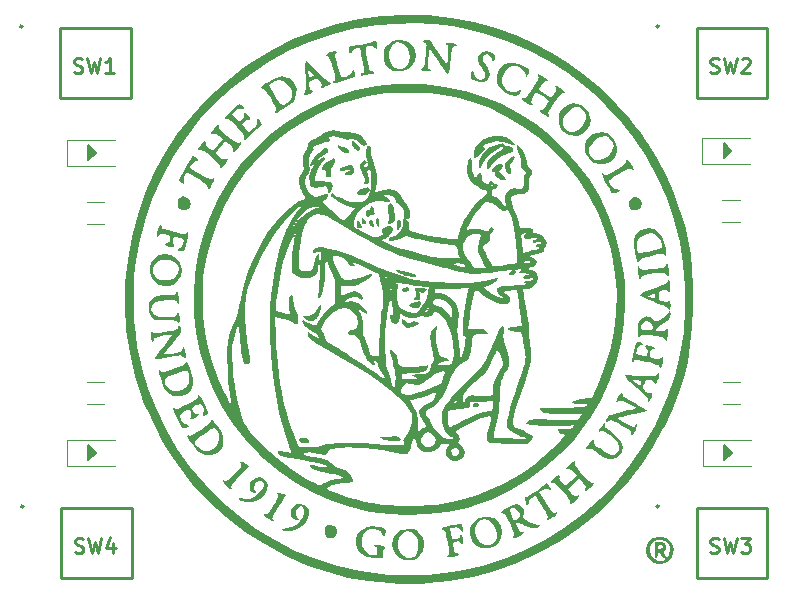
<source format=gbr>
%TF.GenerationSoftware,KiCad,Pcbnew,(6.0.0)*%
%TF.CreationDate,2022-03-26T12:46:50-04:00*%
%TF.ProjectId,old,6f6c642e-6b69-4636-9164-5f7063625858,rev?*%
%TF.SameCoordinates,Original*%
%TF.FileFunction,Legend,Top*%
%TF.FilePolarity,Positive*%
%FSLAX46Y46*%
G04 Gerber Fmt 4.6, Leading zero omitted, Abs format (unit mm)*
G04 Created by KiCad (PCBNEW (6.0.0)) date 2022-03-26 12:46:50*
%MOMM*%
%LPD*%
G01*
G04 APERTURE LIST*
%ADD10C,0.150000*%
%ADD11C,0.254000*%
%ADD12C,0.120000*%
G04 APERTURE END LIST*
D10*
X119380000Y-110490000D02*
X118745000Y-109855000D01*
X118745000Y-109855000D02*
X118745000Y-111125000D01*
X118745000Y-111125000D02*
X119380000Y-110490000D01*
G36*
X119380000Y-110490000D02*
G01*
X118745000Y-111125000D01*
X118745000Y-109855000D01*
X119380000Y-110490000D01*
G37*
X119380000Y-110490000D02*
X118745000Y-111125000D01*
X118745000Y-109855000D01*
X119380000Y-110490000D01*
X119380000Y-85090000D02*
X118745000Y-84455000D01*
X118745000Y-84455000D02*
X118745000Y-85725000D01*
X118745000Y-85725000D02*
X119380000Y-85090000D01*
G36*
X119380000Y-85090000D02*
G01*
X118745000Y-85725000D01*
X118745000Y-84455000D01*
X119380000Y-85090000D01*
G37*
X119380000Y-85090000D02*
X118745000Y-85725000D01*
X118745000Y-84455000D01*
X119380000Y-85090000D01*
X173224500Y-110490000D02*
X172589500Y-109855000D01*
X172589500Y-109855000D02*
X172589500Y-111125000D01*
X172589500Y-111125000D02*
X173224500Y-110490000D01*
G36*
X173224500Y-110490000D02*
G01*
X172589500Y-111125000D01*
X172589500Y-109855000D01*
X173224500Y-110490000D01*
G37*
X173224500Y-110490000D02*
X172589500Y-111125000D01*
X172589500Y-109855000D01*
X173224500Y-110490000D01*
X173191500Y-84921000D02*
X172556500Y-84286000D01*
X172556500Y-84286000D02*
X172556500Y-85556000D01*
X172556500Y-85556000D02*
X173191500Y-84921000D01*
G36*
X173191500Y-84921000D02*
G01*
X172556500Y-85556000D01*
X172556500Y-84286000D01*
X173191500Y-84921000D01*
G37*
X173191500Y-84921000D02*
X172556500Y-85556000D01*
X172556500Y-84286000D01*
X173191500Y-84921000D01*
D11*
%TO.C,SW3*%
X171391166Y-118902047D02*
X171572595Y-118962523D01*
X171874976Y-118962523D01*
X171995928Y-118902047D01*
X172056404Y-118841571D01*
X172116880Y-118720619D01*
X172116880Y-118599666D01*
X172056404Y-118478714D01*
X171995928Y-118418238D01*
X171874976Y-118357761D01*
X171633071Y-118297285D01*
X171512119Y-118236809D01*
X171451642Y-118176333D01*
X171391166Y-118055380D01*
X171391166Y-117934428D01*
X171451642Y-117813476D01*
X171512119Y-117753000D01*
X171633071Y-117692523D01*
X171935452Y-117692523D01*
X172116880Y-117753000D01*
X172540214Y-117692523D02*
X172842595Y-118962523D01*
X173084500Y-118055380D01*
X173326404Y-118962523D01*
X173628785Y-117692523D01*
X173991642Y-117692523D02*
X174777833Y-117692523D01*
X174354500Y-118176333D01*
X174535928Y-118176333D01*
X174656880Y-118236809D01*
X174717357Y-118297285D01*
X174777833Y-118418238D01*
X174777833Y-118720619D01*
X174717357Y-118841571D01*
X174656880Y-118902047D01*
X174535928Y-118962523D01*
X174173071Y-118962523D01*
X174052119Y-118902047D01*
X173991642Y-118841571D01*
%TO.C,SW4*%
X117610416Y-118902047D02*
X117791845Y-118962523D01*
X118094226Y-118962523D01*
X118215178Y-118902047D01*
X118275654Y-118841571D01*
X118336130Y-118720619D01*
X118336130Y-118599666D01*
X118275654Y-118478714D01*
X118215178Y-118418238D01*
X118094226Y-118357761D01*
X117852321Y-118297285D01*
X117731369Y-118236809D01*
X117670892Y-118176333D01*
X117610416Y-118055380D01*
X117610416Y-117934428D01*
X117670892Y-117813476D01*
X117731369Y-117753000D01*
X117852321Y-117692523D01*
X118154702Y-117692523D01*
X118336130Y-117753000D01*
X118759464Y-117692523D02*
X119061845Y-118962523D01*
X119303750Y-118055380D01*
X119545654Y-118962523D01*
X119848035Y-117692523D01*
X120876130Y-118115857D02*
X120876130Y-118962523D01*
X120573750Y-117632047D02*
X120271369Y-118539190D01*
X121057559Y-118539190D01*
%TO.C,SW2*%
X171391166Y-78262047D02*
X171572595Y-78322523D01*
X171874976Y-78322523D01*
X171995928Y-78262047D01*
X172056404Y-78201571D01*
X172116880Y-78080619D01*
X172116880Y-77959666D01*
X172056404Y-77838714D01*
X171995928Y-77778238D01*
X171874976Y-77717761D01*
X171633071Y-77657285D01*
X171512119Y-77596809D01*
X171451642Y-77536333D01*
X171391166Y-77415380D01*
X171391166Y-77294428D01*
X171451642Y-77173476D01*
X171512119Y-77113000D01*
X171633071Y-77052523D01*
X171935452Y-77052523D01*
X172116880Y-77113000D01*
X172540214Y-77052523D02*
X172842595Y-78322523D01*
X173084500Y-77415380D01*
X173326404Y-78322523D01*
X173628785Y-77052523D01*
X174052119Y-77173476D02*
X174112595Y-77113000D01*
X174233547Y-77052523D01*
X174535928Y-77052523D01*
X174656880Y-77113000D01*
X174717357Y-77173476D01*
X174777833Y-77294428D01*
X174777833Y-77415380D01*
X174717357Y-77596809D01*
X173991642Y-78322523D01*
X174777833Y-78322523D01*
%TO.C,SW1*%
X117523666Y-78262047D02*
X117705095Y-78322523D01*
X118007476Y-78322523D01*
X118128428Y-78262047D01*
X118188904Y-78201571D01*
X118249380Y-78080619D01*
X118249380Y-77959666D01*
X118188904Y-77838714D01*
X118128428Y-77778238D01*
X118007476Y-77717761D01*
X117765571Y-77657285D01*
X117644619Y-77596809D01*
X117584142Y-77536333D01*
X117523666Y-77415380D01*
X117523666Y-77294428D01*
X117584142Y-77173476D01*
X117644619Y-77113000D01*
X117765571Y-77052523D01*
X118067952Y-77052523D01*
X118249380Y-77113000D01*
X118672714Y-77052523D02*
X118975095Y-78322523D01*
X119217000Y-77415380D01*
X119458904Y-78322523D01*
X119761285Y-77052523D01*
X120910333Y-78322523D02*
X120184619Y-78322523D01*
X120547476Y-78322523D02*
X120547476Y-77052523D01*
X120426523Y-77233952D01*
X120305571Y-77354904D01*
X120184619Y-77415380D01*
D10*
%TO.C,*%
D11*
%TO.C,SW3*%
X167031500Y-115018000D02*
G75*
G03*
X167031500Y-115018000I-89000J0D01*
G01*
X176247500Y-121110000D02*
X170247500Y-121110000D01*
X176247500Y-115110000D02*
X176247500Y-121110000D01*
X170247500Y-115110000D02*
X176247500Y-115110000D01*
X170247500Y-121110000D02*
X170247500Y-115110000D01*
%TO.C,SW4*%
X116466750Y-121110000D02*
X116466750Y-115110000D01*
X116466750Y-115110000D02*
X122466750Y-115110000D01*
X122466750Y-115110000D02*
X122466750Y-121110000D01*
X122466750Y-121110000D02*
X116466750Y-121110000D01*
X113250750Y-115018000D02*
G75*
G03*
X113250750Y-115018000I-89000J0D01*
G01*
%TO.C,SW2*%
X170247500Y-80470000D02*
X170247500Y-74470000D01*
X170247500Y-74470000D02*
X176247500Y-74470000D01*
X176247500Y-74470000D02*
X176247500Y-80470000D01*
X176247500Y-80470000D02*
X170247500Y-80470000D01*
X167031500Y-74378000D02*
G75*
G03*
X167031500Y-74378000I-89000J0D01*
G01*
%TO.C,SW1*%
X116380000Y-80470000D02*
X116380000Y-74470000D01*
X116380000Y-74470000D02*
X122380000Y-74470000D01*
X122380000Y-74470000D02*
X122380000Y-80470000D01*
X122380000Y-80470000D02*
X116380000Y-80470000D01*
X113164000Y-74378000D02*
G75*
G03*
X113164000Y-74378000I-89000J0D01*
G01*
D12*
%TO.C,R5*%
X118630436Y-89260000D02*
X120084564Y-89260000D01*
X118630436Y-91080000D02*
X120084564Y-91080000D01*
%TO.C,R4*%
X172441936Y-89091000D02*
X173896064Y-89091000D01*
X172441936Y-90911000D02*
X173896064Y-90911000D01*
%TO.C,D3*%
X174791500Y-83786000D02*
X170731500Y-83786000D01*
X170731500Y-86056000D02*
X174791500Y-86056000D01*
X170731500Y-83786000D02*
X170731500Y-86056000D01*
%TO.C,*%
G36*
X142820994Y-89676020D02*
G01*
X142909985Y-89854696D01*
X142970048Y-90076186D01*
X142981271Y-90200767D01*
X142923772Y-90332854D01*
X142803817Y-90358812D01*
X142700214Y-90262467D01*
X142698677Y-90258755D01*
X142661123Y-90225643D01*
X142649288Y-90296091D01*
X142597766Y-90450727D01*
X142445760Y-90483885D01*
X142362606Y-90469554D01*
X142254427Y-90396953D01*
X142231487Y-90220535D01*
X142235606Y-90167643D01*
X142296225Y-89973843D01*
X142404109Y-89872461D01*
X142516304Y-89884216D01*
X142583310Y-89999922D01*
X142611501Y-90033321D01*
X142630683Y-89920228D01*
X142632783Y-89877755D01*
X142662851Y-89690337D01*
X142722888Y-89603347D01*
X142729366Y-89602588D01*
X142820994Y-89676020D01*
G37*
G36*
X143365886Y-116752403D02*
G01*
X143536445Y-116790639D01*
X143766803Y-116857593D01*
X143876519Y-116938079D01*
X143910254Y-117082358D01*
X143912604Y-117213973D01*
X143878902Y-117443559D01*
X143798314Y-117544585D01*
X143701620Y-117505238D01*
X143622436Y-117325342D01*
X143493425Y-117125826D01*
X143250316Y-116974611D01*
X142946568Y-116895529D01*
X142676354Y-116903612D01*
X142360714Y-117043129D01*
X142111979Y-117309094D01*
X141949184Y-117665530D01*
X141891365Y-118076459D01*
X141916138Y-118340454D01*
X142047354Y-118654418D01*
X142286767Y-118917228D01*
X142586790Y-119089817D01*
X142883647Y-119134710D01*
X143090126Y-119102639D01*
X143182721Y-119016764D01*
X143216880Y-118822080D01*
X143218557Y-118802461D01*
X143217441Y-118587309D01*
X143150927Y-118482575D01*
X143070390Y-118450554D01*
X142914077Y-118372748D01*
X142903071Y-118290311D01*
X143019978Y-118245534D01*
X143150604Y-118255528D01*
X143436777Y-118310802D01*
X143658604Y-118353649D01*
X143856926Y-118419807D01*
X143905029Y-118502756D01*
X143793976Y-118585920D01*
X143785604Y-118589206D01*
X143694597Y-118703082D01*
X143659350Y-118961859D01*
X143658604Y-119021598D01*
X143658604Y-119405255D01*
X143171771Y-119401539D01*
X142831480Y-119377998D01*
X142502333Y-119322051D01*
X142357892Y-119281234D01*
X141925497Y-119049633D01*
X141616574Y-118719433D01*
X141444572Y-118313873D01*
X141422941Y-117856191D01*
X141448364Y-117709608D01*
X141619887Y-117287714D01*
X141911768Y-116974723D01*
X142309640Y-116776959D01*
X142799135Y-116700745D01*
X143365886Y-116752403D01*
G37*
G36*
X141650965Y-90848911D02*
G01*
X141756809Y-91024993D01*
X141803101Y-91121528D01*
X141956992Y-91465255D01*
X141746807Y-91465255D01*
X141569281Y-91422226D01*
X141490633Y-91345407D01*
X141463447Y-91173193D01*
X141478756Y-90974966D01*
X141525978Y-90822121D01*
X141574407Y-90780229D01*
X141650965Y-90848911D01*
G37*
G36*
X154237336Y-115108422D02*
G01*
X154679932Y-114914906D01*
X155026618Y-114841966D01*
X155299169Y-114888424D01*
X155507049Y-115039718D01*
X155641155Y-115266293D01*
X155664193Y-115562087D01*
X155588986Y-115926854D01*
X155639606Y-116026726D01*
X155805684Y-116160629D01*
X156043334Y-116305299D01*
X156308668Y-116437472D01*
X156557801Y-116533882D01*
X156746844Y-116571267D01*
X156793356Y-116565297D01*
X156921420Y-116555251D01*
X156951271Y-116588616D01*
X156874665Y-116739363D01*
X156671770Y-116838084D01*
X156447504Y-116864733D01*
X156237088Y-116847403D01*
X156021922Y-116784314D01*
X155755573Y-116657657D01*
X155439966Y-116478286D01*
X155229903Y-116392667D01*
X155057235Y-116384007D01*
X155049263Y-116386724D01*
X154971600Y-116434336D01*
X154967525Y-116519818D01*
X155042907Y-116686656D01*
X155105260Y-116801571D01*
X155248731Y-117012918D01*
X155388454Y-117142975D01*
X155444396Y-117162668D01*
X155608462Y-117190229D01*
X155613624Y-117266582D01*
X155461917Y-117387870D01*
X155269171Y-117494562D01*
X154938321Y-117649147D01*
X154739661Y-117709564D01*
X154666043Y-117677872D01*
X154665271Y-117668439D01*
X154705023Y-117570731D01*
X154771104Y-117455082D01*
X154808126Y-117363253D01*
X154803007Y-117243833D01*
X154746003Y-117066826D01*
X154627369Y-116802238D01*
X154437360Y-116420076D01*
X154430393Y-116406359D01*
X154233427Y-116026573D01*
X154090690Y-115776718D01*
X153984587Y-115633374D01*
X153897527Y-115573126D01*
X153811915Y-115572554D01*
X153805225Y-115574222D01*
X153659051Y-115589795D01*
X153641189Y-115535516D01*
X153735092Y-115429223D01*
X153924214Y-115288753D01*
X153964249Y-115265310D01*
X154448214Y-115265310D01*
X154449326Y-115387888D01*
X154512767Y-115594809D01*
X154613664Y-115830983D01*
X154727140Y-116041319D01*
X154828322Y-116170725D01*
X154864787Y-116187922D01*
X154981687Y-116134713D01*
X155143830Y-116006469D01*
X155146647Y-116003830D01*
X155302546Y-115821091D01*
X155323496Y-115656227D01*
X155211392Y-115452939D01*
X155167126Y-115395006D01*
X154981492Y-115244704D01*
X154756397Y-115171154D01*
X154552982Y-115185388D01*
X154448214Y-115265310D01*
X153964249Y-115265310D01*
X154192006Y-115131943D01*
X154237336Y-115108422D01*
G37*
G36*
X128190325Y-105654634D02*
G01*
X128354196Y-105909089D01*
X128522980Y-106218422D01*
X128714639Y-106592450D01*
X128834988Y-106845998D01*
X128889683Y-107009417D01*
X128884384Y-107113055D01*
X128824748Y-107187265D01*
X128717474Y-107261712D01*
X128523667Y-107354679D01*
X128435037Y-107320987D01*
X128462618Y-107168854D01*
X128497169Y-107097657D01*
X128556602Y-106932562D01*
X128527795Y-106762729D01*
X128458306Y-106610951D01*
X128359011Y-106419855D01*
X128296950Y-106307847D01*
X128291074Y-106299215D01*
X128210066Y-106318396D01*
X128026257Y-106394877D01*
X127886153Y-106460539D01*
X127502559Y-106646903D01*
X127637898Y-106930712D01*
X127758151Y-107123503D01*
X127880647Y-107175236D01*
X127926587Y-107165849D01*
X128063845Y-107151496D01*
X128088248Y-107213850D01*
X128016979Y-107321150D01*
X127867218Y-107441640D01*
X127740408Y-107509977D01*
X127489889Y-107600539D01*
X127351560Y-107602300D01*
X127339667Y-107518739D01*
X127400843Y-107427044D01*
X127464104Y-107296492D01*
X127433017Y-107122305D01*
X127402636Y-107043998D01*
X127320967Y-106870138D01*
X127264492Y-106790459D01*
X127261959Y-106789922D01*
X127130559Y-106833276D01*
X126928991Y-106939003D01*
X126717268Y-107070601D01*
X126555404Y-107191567D01*
X126503571Y-107251205D01*
X126512992Y-107391124D01*
X126588168Y-107610214D01*
X126636416Y-107713046D01*
X126782131Y-107946086D01*
X126927792Y-108047748D01*
X127018328Y-108059922D01*
X127187627Y-108095735D01*
X127302857Y-108176963D01*
X127310227Y-108264282D01*
X127305249Y-108269670D01*
X127210434Y-108303021D01*
X127015962Y-108347115D01*
X126977971Y-108354399D01*
X126680338Y-108409979D01*
X126266169Y-107556808D01*
X126104700Y-107212048D01*
X125981450Y-106925210D01*
X125909615Y-106728700D01*
X125899391Y-106656246D01*
X125998339Y-106658185D01*
X126113332Y-106712868D01*
X126203919Y-106748206D01*
X126323377Y-106740090D01*
X126500959Y-106678266D01*
X126765920Y-106552481D01*
X127147515Y-106352484D01*
X127158743Y-106346475D01*
X127542512Y-106136014D01*
X127796466Y-105981498D01*
X127943431Y-105865564D01*
X128006232Y-105770844D01*
X128011116Y-105697996D01*
X128010664Y-105540830D01*
X128073107Y-105529129D01*
X128190325Y-105654634D01*
G37*
G36*
X159968906Y-111151456D02*
G01*
X159984956Y-111258781D01*
X159979444Y-111342907D01*
X159987842Y-111475025D01*
X160049183Y-111623647D01*
X160181710Y-111816826D01*
X160403664Y-112082613D01*
X160612432Y-112316325D01*
X160918408Y-112644560D01*
X161139768Y-112856692D01*
X161296884Y-112969475D01*
X161410128Y-112999665D01*
X161437932Y-112995296D01*
X161580064Y-112987586D01*
X161589358Y-113066780D01*
X161470828Y-113221439D01*
X161250608Y-113422696D01*
X161011945Y-113598642D01*
X160853894Y-113669806D01*
X160791890Y-113633539D01*
X160837922Y-113493565D01*
X160854779Y-113369689D01*
X160772556Y-113202631D01*
X160605318Y-112992072D01*
X160295604Y-112634657D01*
X159808049Y-113077789D01*
X159320494Y-113520922D01*
X159624123Y-113880216D01*
X159809036Y-114084628D01*
X159935586Y-114174518D01*
X160044281Y-114172831D01*
X160097763Y-114148522D01*
X160262893Y-114085553D01*
X160310101Y-114128210D01*
X160241650Y-114262838D01*
X160059806Y-114475783D01*
X160040087Y-114496142D01*
X159793057Y-114721937D01*
X159619679Y-114822919D01*
X159530143Y-114796140D01*
X159533645Y-114642755D01*
X159498891Y-114493010D01*
X159364819Y-114267188D01*
X159159589Y-113995934D01*
X158911364Y-113709894D01*
X158648307Y-113439712D01*
X158398579Y-113216034D01*
X158190343Y-113069505D01*
X158052165Y-113030663D01*
X157917049Y-113035237D01*
X157882604Y-112997646D01*
X157940903Y-112881570D01*
X158086273Y-112718172D01*
X158274427Y-112546236D01*
X158461076Y-112404549D01*
X158601934Y-112331897D01*
X158641073Y-112333406D01*
X158693594Y-112419662D01*
X158641588Y-112508555D01*
X158607634Y-112611919D01*
X158669614Y-112760908D01*
X158818963Y-112964174D01*
X159092243Y-113304234D01*
X159397590Y-113061170D01*
X159636688Y-112858385D01*
X159853844Y-112654535D01*
X159899230Y-112607558D01*
X160095523Y-112397009D01*
X159827383Y-112091614D01*
X159635525Y-111900364D01*
X159482803Y-111827658D01*
X159355923Y-111837249D01*
X159203649Y-111861101D01*
X159170245Y-111818992D01*
X159260556Y-111698618D01*
X159479428Y-111487672D01*
X159501515Y-111467534D01*
X159748689Y-111250225D01*
X159897318Y-111146734D01*
X159968906Y-111151456D01*
G37*
G36*
X122068430Y-94162874D02*
G01*
X122415634Y-92226329D01*
X122917644Y-90322540D01*
X123573390Y-88462972D01*
X124381805Y-86659087D01*
X125225548Y-85115255D01*
X126287469Y-83495860D01*
X127492878Y-81953439D01*
X128827862Y-80502523D01*
X130278509Y-79157645D01*
X131830907Y-77933338D01*
X132636916Y-77373596D01*
X134334306Y-76345641D01*
X136097935Y-75469429D01*
X137917587Y-74745613D01*
X139783046Y-74174847D01*
X141684095Y-73757782D01*
X143610518Y-73495073D01*
X145552099Y-73387371D01*
X147498621Y-73435330D01*
X149439869Y-73639602D01*
X151365626Y-74000842D01*
X153265675Y-74519700D01*
X155129800Y-75196831D01*
X156570271Y-75844065D01*
X158021081Y-76610518D01*
X159363697Y-77442802D01*
X160634784Y-78367212D01*
X161871009Y-79410043D01*
X162885539Y-80373091D01*
X163547156Y-81043294D01*
X164109315Y-81642839D01*
X164603001Y-82209044D01*
X165059196Y-82779228D01*
X165508884Y-83390709D01*
X165983049Y-84080806D01*
X166061624Y-84198556D01*
X166891820Y-85544075D01*
X167638537Y-86964857D01*
X168323491Y-88502743D01*
X168423408Y-88749000D01*
X168885411Y-89989600D01*
X169258797Y-91197756D01*
X169548589Y-92404254D01*
X169759811Y-93639880D01*
X169897488Y-94935418D01*
X169966645Y-96321653D01*
X169972304Y-97829372D01*
X169965167Y-98195947D01*
X169888313Y-99835447D01*
X169732016Y-101355485D01*
X169487807Y-102790343D01*
X169147217Y-104174300D01*
X168701778Y-105541636D01*
X168143023Y-106926631D01*
X167462482Y-108363566D01*
X167444777Y-108398588D01*
X166569410Y-109980712D01*
X165590940Y-111463595D01*
X164487214Y-112878114D01*
X163259294Y-114231262D01*
X161780120Y-115636851D01*
X160212612Y-116900938D01*
X158563247Y-118020521D01*
X156838502Y-118992600D01*
X155044857Y-119814174D01*
X153188786Y-120482242D01*
X151276770Y-120993802D01*
X149315283Y-121345854D01*
X147519846Y-121523420D01*
X146988358Y-121555090D01*
X146562740Y-121576197D01*
X146197975Y-121586618D01*
X145849050Y-121586227D01*
X145470950Y-121574903D01*
X145018660Y-121552519D01*
X144447166Y-121518953D01*
X144378271Y-121514766D01*
X142522675Y-121338347D01*
X140756867Y-121036137D01*
X139048609Y-120599744D01*
X137365662Y-120020780D01*
X135675785Y-119290852D01*
X135488271Y-119201070D01*
X133681273Y-118236456D01*
X131981940Y-117142101D01*
X130393208Y-115920606D01*
X128918011Y-114574573D01*
X127559286Y-113106604D01*
X126319968Y-111519300D01*
X125572273Y-110412936D01*
X125265384Y-109902397D01*
X124919808Y-109279218D01*
X124556121Y-108584844D01*
X124194902Y-107860720D01*
X123856729Y-107148292D01*
X123562178Y-106489006D01*
X123331829Y-105924307D01*
X123295910Y-105828104D01*
X122691859Y-103935744D01*
X122249020Y-102007362D01*
X121966325Y-100054421D01*
X121842708Y-98088383D01*
X121859891Y-97105256D01*
X122587607Y-97105256D01*
X122598655Y-97859393D01*
X122602395Y-98026922D01*
X122653241Y-99294354D01*
X122748280Y-100442333D01*
X122895271Y-101516773D01*
X123101972Y-102563589D01*
X123376146Y-103628695D01*
X123725550Y-104758006D01*
X123754865Y-104846158D01*
X124456996Y-106687423D01*
X125301741Y-108445291D01*
X126281323Y-110113525D01*
X127387967Y-111685884D01*
X128613896Y-113156130D01*
X129951336Y-114518024D01*
X131392508Y-115765326D01*
X132929639Y-116891797D01*
X134554951Y-117891199D01*
X136260669Y-118757291D01*
X138039017Y-119483836D01*
X139882218Y-120064594D01*
X141782497Y-120493325D01*
X143573938Y-120748069D01*
X144088540Y-120786998D01*
X144725348Y-120813664D01*
X145437673Y-120828017D01*
X146178827Y-120830003D01*
X146902123Y-120819571D01*
X147560874Y-120796669D01*
X148108390Y-120761244D01*
X148194733Y-120753218D01*
X150148010Y-120476754D01*
X152054041Y-120041228D01*
X153904673Y-119452337D01*
X155691753Y-118715777D01*
X157407128Y-117837245D01*
X159042647Y-116822438D01*
X160590157Y-115677053D01*
X162041505Y-114406785D01*
X163388539Y-113017333D01*
X164623105Y-111514392D01*
X165737053Y-109903660D01*
X166722229Y-108190833D01*
X167020482Y-107598422D01*
X167783857Y-105836504D01*
X168393949Y-104015019D01*
X168850269Y-102147394D01*
X169152328Y-100247053D01*
X169299636Y-98327423D01*
X169291704Y-96401929D01*
X169128043Y-94483997D01*
X168808163Y-92587052D01*
X168331575Y-90724522D01*
X167701267Y-88918551D01*
X166891660Y-87110683D01*
X165935405Y-85384810D01*
X164829924Y-83736752D01*
X163572643Y-82162325D01*
X163459816Y-82033040D01*
X162999549Y-81514795D01*
X162608238Y-81090435D01*
X162247691Y-80722727D01*
X161879713Y-80374436D01*
X161466109Y-80008329D01*
X160968687Y-79587172D01*
X160845938Y-79484867D01*
X159336796Y-78336421D01*
X157716041Y-77304452D01*
X156003593Y-76398790D01*
X154219368Y-75629263D01*
X152383285Y-75005703D01*
X151066938Y-74658791D01*
X149597864Y-74381511D01*
X148032864Y-74203516D01*
X146413555Y-74125324D01*
X144781554Y-74147450D01*
X143178478Y-74270410D01*
X141645946Y-74494721D01*
X141414938Y-74539082D01*
X139505597Y-75003772D01*
X137646864Y-75626363D01*
X135849399Y-76400635D01*
X134123864Y-77320368D01*
X132480921Y-78379341D01*
X130931230Y-79571335D01*
X129485453Y-80890129D01*
X128245540Y-82222556D01*
X126992620Y-83807150D01*
X125891966Y-85465567D01*
X124944584Y-87195506D01*
X124151481Y-88994666D01*
X123513666Y-90860745D01*
X123032146Y-92791443D01*
X122707927Y-94784459D01*
X122693679Y-94904417D01*
X122642299Y-95411693D01*
X122608268Y-95921117D01*
X122590424Y-96472401D01*
X122587607Y-97105256D01*
X121859891Y-97105256D01*
X121877098Y-96120714D01*
X122068430Y-94162874D01*
G37*
G36*
X152773261Y-76573211D02*
G01*
X152890352Y-76617366D01*
X153121840Y-76736530D01*
X153194612Y-76848397D01*
X153188399Y-76878291D01*
X153147235Y-77069129D01*
X153141271Y-77163513D01*
X153096657Y-77299854D01*
X153003762Y-77314201D01*
X152924007Y-77213550D01*
X152909079Y-77137057D01*
X152832174Y-76926075D01*
X152670690Y-76787617D01*
X152473474Y-76733307D01*
X152289374Y-76774771D01*
X152167236Y-76923632D01*
X152156750Y-76958026D01*
X152140311Y-77164074D01*
X152176303Y-77292329D01*
X152267986Y-77422763D01*
X152415696Y-77631269D01*
X152502038Y-77752710D01*
X152703534Y-78135156D01*
X152745284Y-78486124D01*
X152626885Y-78796229D01*
X152550779Y-78889940D01*
X152284241Y-79058111D01*
X151944667Y-79105158D01*
X151578952Y-79029496D01*
X151374780Y-78929643D01*
X151190592Y-78797975D01*
X151125551Y-78670897D01*
X151141947Y-78496043D01*
X151178772Y-78290003D01*
X151193938Y-78162005D01*
X151226480Y-78078027D01*
X151299258Y-78114185D01*
X151374996Y-78240064D01*
X151403676Y-78333142D01*
X151521258Y-78609228D01*
X151710147Y-78795565D01*
X151931499Y-78871477D01*
X152146471Y-78816288D01*
X152211858Y-78763334D01*
X152329663Y-78620615D01*
X152363169Y-78481746D01*
X152304635Y-78308540D01*
X152146319Y-78062809D01*
X152040604Y-77918588D01*
X151795347Y-77522997D01*
X151700797Y-77187653D01*
X151755468Y-76898569D01*
X151909756Y-76687073D01*
X152142295Y-76527170D01*
X152418657Y-76490031D01*
X152773261Y-76573211D01*
G37*
G36*
X150386485Y-116509358D02*
G01*
X150416936Y-116616788D01*
X150431681Y-116820010D01*
X150431938Y-116851791D01*
X150431938Y-117148772D01*
X150225005Y-116954369D01*
X150043307Y-116823674D01*
X149844745Y-116798388D01*
X149709775Y-116817804D01*
X149401476Y-116875641D01*
X149460613Y-117314948D01*
X149498131Y-117566998D01*
X149530388Y-117738271D01*
X149543859Y-117780881D01*
X149634033Y-117784300D01*
X149825842Y-117758761D01*
X149872953Y-117750292D01*
X150092722Y-117680317D01*
X150175166Y-117567864D01*
X150177938Y-117533166D01*
X150229384Y-117401056D01*
X150295324Y-117373255D01*
X150387273Y-117454446D01*
X150457953Y-117685040D01*
X150471009Y-117762015D01*
X150495306Y-118037353D01*
X150473554Y-118192748D01*
X150412129Y-118211512D01*
X150336713Y-118113383D01*
X150191141Y-117999244D01*
X150025564Y-117967218D01*
X149792946Y-117988357D01*
X149673054Y-118070769D01*
X149646114Y-118247974D01*
X149689164Y-118537470D01*
X149750607Y-118798827D01*
X149818484Y-118932449D01*
X149919028Y-118978772D01*
X149977490Y-118981922D01*
X150143409Y-119013145D01*
X150162599Y-119083658D01*
X150040631Y-119158725D01*
X149945104Y-119183965D01*
X149524476Y-119262440D01*
X149251208Y-119300816D01*
X149108583Y-119300863D01*
X149077271Y-119275845D01*
X149137362Y-119179162D01*
X149212880Y-119113096D01*
X149267881Y-119057438D01*
X149295293Y-118970159D01*
X149293641Y-118820963D01*
X149261449Y-118579558D01*
X149197241Y-118215648D01*
X149159314Y-118013398D01*
X149071756Y-117573983D01*
X148999440Y-117275910D01*
X148933607Y-117092897D01*
X148865497Y-116998662D01*
X148812038Y-116971516D01*
X148670805Y-116904041D01*
X148687819Y-116828069D01*
X148853535Y-116757910D01*
X148971438Y-116732509D01*
X149232110Y-116684421D01*
X149570901Y-116618960D01*
X149814985Y-116570331D01*
X150094261Y-116521797D01*
X150301664Y-116500613D01*
X150386485Y-116509358D01*
G37*
G36*
X167811794Y-94491543D02*
G01*
X167864663Y-94692063D01*
X167893596Y-94957755D01*
X167909441Y-95239597D01*
X167910207Y-95446806D01*
X167897981Y-95527990D01*
X167827867Y-95499855D01*
X167719314Y-95382013D01*
X167647285Y-95297925D01*
X167563105Y-95248081D01*
X167430782Y-95228893D01*
X167214322Y-95236774D01*
X166877735Y-95268137D01*
X166730271Y-95283436D01*
X166227779Y-95343507D01*
X165874194Y-95405836D01*
X165649134Y-95476585D01*
X165532219Y-95561911D01*
X165502604Y-95654440D01*
X165463192Y-95768354D01*
X165428874Y-95783255D01*
X165381641Y-95706476D01*
X165332340Y-95506571D01*
X165296662Y-95266355D01*
X165277126Y-94983743D01*
X165284956Y-94771135D01*
X165315268Y-94657312D01*
X165363176Y-94671050D01*
X165388572Y-94724922D01*
X165451717Y-94862687D01*
X165537295Y-94944609D01*
X165681159Y-94978799D01*
X165919161Y-94973371D01*
X166287154Y-94936437D01*
X166311307Y-94933717D01*
X166806579Y-94876633D01*
X167158045Y-94831000D01*
X167390293Y-94790434D01*
X167527907Y-94748552D01*
X167595474Y-94698968D01*
X167617580Y-94635299D01*
X167619271Y-94594085D01*
X167668949Y-94458859D01*
X167736095Y-94428588D01*
X167811794Y-94491543D01*
G37*
G36*
X134992651Y-113881778D02*
G01*
X135203830Y-113942309D01*
X135376391Y-114006531D01*
X135445938Y-114055264D01*
X135402516Y-114137996D01*
X135283681Y-114334816D01*
X135106571Y-114618010D01*
X134888330Y-114959868D01*
X134841335Y-115032717D01*
X134613133Y-115398818D01*
X134443709Y-115697043D01*
X134345105Y-115904448D01*
X134329367Y-115998087D01*
X134333335Y-116000498D01*
X134409959Y-116082583D01*
X134428063Y-116201954D01*
X134376884Y-116270579D01*
X134366438Y-116271247D01*
X134264064Y-116228046D01*
X134073086Y-116119283D01*
X133943714Y-116038414D01*
X133731464Y-115877522D01*
X133607157Y-115736789D01*
X133583166Y-115641765D01*
X133671867Y-115617996D01*
X133749013Y-115636448D01*
X133841468Y-115637063D01*
X133948646Y-115566108D01*
X134091306Y-115402002D01*
X134290207Y-115123159D01*
X134400672Y-114958885D01*
X134619218Y-114623789D01*
X134752563Y-114395724D01*
X134813695Y-114243762D01*
X134815603Y-114136975D01*
X134779397Y-114057074D01*
X134711479Y-113910692D01*
X134712162Y-113845475D01*
X134807284Y-113843359D01*
X134992651Y-113881778D01*
G37*
G36*
X139547584Y-116667224D02*
G01*
X139708482Y-116766088D01*
X139834174Y-117011851D01*
X139824433Y-117275094D01*
X139700729Y-117509609D01*
X139484528Y-117669187D01*
X139269060Y-117711922D01*
X139040042Y-117658930D01*
X138888060Y-117557088D01*
X138788928Y-117357649D01*
X138751356Y-117095429D01*
X138778875Y-116847822D01*
X138849538Y-116712855D01*
X139034234Y-116628089D01*
X139292754Y-116614480D01*
X139547584Y-116667224D01*
G37*
G36*
X164319346Y-104223470D02*
G01*
X164275850Y-104089467D01*
X164213393Y-103886678D01*
X165484091Y-103947163D01*
X165972348Y-103969592D01*
X166319371Y-103981055D01*
X166553051Y-103978957D01*
X166701283Y-103960701D01*
X166791956Y-103923691D01*
X166852965Y-103865329D01*
X166888749Y-103816393D01*
X167010784Y-103682147D01*
X167076756Y-103695086D01*
X167082905Y-103841344D01*
X167025472Y-104107052D01*
X166995083Y-104208615D01*
X166882580Y-104514167D01*
X166788938Y-104653734D01*
X166711880Y-104629344D01*
X166663405Y-104503922D01*
X166596632Y-104391039D01*
X166443471Y-104342043D01*
X166270435Y-104334588D01*
X166031659Y-104353072D01*
X165904369Y-104425284D01*
X165850481Y-104525088D01*
X165749633Y-104810734D01*
X165719391Y-104990108D01*
X165768748Y-105114665D01*
X165906698Y-105235859D01*
X165984506Y-105291940D01*
X166203002Y-105426055D01*
X166327989Y-105444973D01*
X166362056Y-105414568D01*
X166442624Y-105335718D01*
X166486459Y-105389812D01*
X166487012Y-105543173D01*
X166437734Y-105762122D01*
X166432676Y-105777745D01*
X166337916Y-106016625D01*
X166249547Y-106160520D01*
X166186471Y-106183460D01*
X166169911Y-106138752D01*
X166173443Y-105996158D01*
X166153544Y-105913258D01*
X166059998Y-105786962D01*
X165878292Y-105602735D01*
X165593910Y-105346043D01*
X165192339Y-105002351D01*
X165121604Y-104942819D01*
X164823412Y-104692575D01*
X164578052Y-104487241D01*
X164411290Y-104348340D01*
X164400533Y-104339552D01*
X164867604Y-104339552D01*
X165158362Y-104603807D01*
X165337212Y-104758298D01*
X165434402Y-104806171D01*
X165489543Y-104758995D01*
X165512244Y-104707158D01*
X165568415Y-104521550D01*
X165581320Y-104440422D01*
X165506195Y-104365860D01*
X165274764Y-104337266D01*
X165227438Y-104337070D01*
X164867604Y-104339552D01*
X164400533Y-104339552D01*
X164348955Y-104297414D01*
X164319346Y-104223470D01*
G37*
G36*
X144903610Y-94973859D02*
G01*
X145074289Y-95017759D01*
X145330791Y-95061974D01*
X145432776Y-95075461D01*
X145739047Y-95131032D01*
X146040913Y-95216413D01*
X146296965Y-95315768D01*
X146465791Y-95413261D01*
X146508740Y-95486922D01*
X146445484Y-95557171D01*
X146296545Y-95580470D01*
X146029947Y-95559199D01*
X145859938Y-95535247D01*
X145578281Y-95468398D01*
X145282578Y-95360811D01*
X145017648Y-95233855D01*
X144828312Y-95108898D01*
X144759271Y-95010476D01*
X144821992Y-94958032D01*
X144903610Y-94973859D01*
G37*
G36*
X139833373Y-76510186D02*
G01*
X139783084Y-76585907D01*
X139706490Y-76635038D01*
X139644832Y-76682954D01*
X139617991Y-76760450D01*
X139629280Y-76899040D01*
X139682014Y-77130236D01*
X139779506Y-77485551D01*
X139805608Y-77577592D01*
X139938904Y-78034065D01*
X140045748Y-78349164D01*
X140142580Y-78545327D01*
X140245836Y-78644992D01*
X140371954Y-78670598D01*
X140537371Y-78644583D01*
X140579779Y-78634380D01*
X140841798Y-78528037D01*
X141004373Y-78339115D01*
X141033938Y-78280254D01*
X141152017Y-78069119D01*
X141233379Y-78023288D01*
X141278197Y-78142798D01*
X141287938Y-78335347D01*
X141287938Y-78667439D01*
X140449204Y-78928014D01*
X140023803Y-79057976D01*
X139734035Y-79139224D01*
X139554790Y-79176294D01*
X139460957Y-79173722D01*
X139427425Y-79136044D01*
X139425271Y-79112980D01*
X139493079Y-79021868D01*
X139562867Y-78984571D01*
X139639389Y-78910496D01*
X139661414Y-78754953D01*
X139626318Y-78499510D01*
X139531476Y-78125736D01*
X139374261Y-77615198D01*
X139362823Y-77579922D01*
X139232898Y-77209358D01*
X139127418Y-76981813D01*
X139034537Y-76874910D01*
X138981494Y-76859362D01*
X138839927Y-76832715D01*
X138841793Y-76766162D01*
X138970728Y-76675813D01*
X139210365Y-76577779D01*
X139294395Y-76551347D01*
X139565298Y-76488086D01*
X139752867Y-76475972D01*
X139833373Y-76510186D01*
G37*
G36*
X123975620Y-94752707D02*
G01*
X124136691Y-94279991D01*
X124391157Y-93946648D01*
X124748099Y-93745205D01*
X125216597Y-93668187D01*
X125294583Y-93666905D01*
X125780797Y-93738630D01*
X126172059Y-93944721D01*
X126453779Y-94270494D01*
X126611366Y-94701263D01*
X126640341Y-95021255D01*
X126566696Y-95492724D01*
X126363063Y-95881392D01*
X126055391Y-96170462D01*
X125669631Y-96343136D01*
X125231734Y-96382619D01*
X124767650Y-96272113D01*
X124731407Y-96256830D01*
X124366812Y-96011362D01*
X124104427Y-95658240D01*
X123964656Y-95238074D01*
X123966415Y-94996240D01*
X124187964Y-94996240D01*
X124226483Y-95293033D01*
X124359384Y-95518770D01*
X124606276Y-95723640D01*
X124861864Y-95823626D01*
X125208233Y-95864797D01*
X125577161Y-95846574D01*
X125900424Y-95768373D01*
X125974145Y-95735298D01*
X126207813Y-95536196D01*
X126372664Y-95249819D01*
X126436237Y-94943468D01*
X126421130Y-94808626D01*
X126266963Y-94518387D01*
X125990558Y-94297699D01*
X125630460Y-94162992D01*
X125225215Y-94130691D01*
X124938793Y-94176871D01*
X124546341Y-94344801D01*
X124294645Y-94595619D01*
X124190488Y-94921922D01*
X124187964Y-94996240D01*
X123966415Y-94996240D01*
X123967905Y-94791472D01*
X123975620Y-94752707D01*
G37*
G36*
X137246802Y-109207166D02*
G01*
X137367916Y-109301795D01*
X137452618Y-109440386D01*
X137456495Y-109548341D01*
X137452590Y-109552824D01*
X137311844Y-109606726D01*
X137086017Y-109624684D01*
X136855876Y-109604925D01*
X136737104Y-109568531D01*
X136592493Y-109473438D01*
X136546604Y-109408216D01*
X136619862Y-109334405D01*
X136795828Y-109261901D01*
X137008789Y-109209569D01*
X137193034Y-109196280D01*
X137246802Y-109207166D01*
G37*
G36*
X124927292Y-91186847D02*
G01*
X124947271Y-91283160D01*
X125011359Y-91442217D01*
X125095438Y-91497122D01*
X125237067Y-91536592D01*
X125499648Y-91608174D01*
X125840537Y-91700281D01*
X126084771Y-91765902D01*
X126467250Y-91865711D01*
X126719820Y-91921467D01*
X126875203Y-91936280D01*
X126966121Y-91913261D01*
X127025298Y-91855522D01*
X127025438Y-91855329D01*
X127150176Y-91721781D01*
X127213715Y-91745637D01*
X127216011Y-91926396D01*
X127157024Y-92263560D01*
X127085906Y-92565922D01*
X126988196Y-92946279D01*
X126914361Y-93191499D01*
X126848976Y-93331152D01*
X126776613Y-93394811D01*
X126681845Y-93412047D01*
X126644214Y-93412588D01*
X126454224Y-93393651D01*
X126358382Y-93356144D01*
X126306088Y-93237184D01*
X126412954Y-93158505D01*
X126484372Y-93143310D01*
X126647511Y-93046058D01*
X126776497Y-92797986D01*
X126781042Y-92784980D01*
X126844618Y-92571814D01*
X126866140Y-92437298D01*
X126861366Y-92419794D01*
X126766876Y-92380789D01*
X126561383Y-92317528D01*
X126397648Y-92272501D01*
X125967842Y-92159121D01*
X125913626Y-92448116D01*
X125906045Y-92722956D01*
X125965739Y-92865229D01*
X126034199Y-92999704D01*
X125952996Y-93059093D01*
X125720969Y-93043913D01*
X125611974Y-93022814D01*
X125386381Y-92950748D01*
X125245863Y-92862797D01*
X125211689Y-92783787D01*
X125305126Y-92738545D01*
X125365644Y-92735255D01*
X125542335Y-92656899D01*
X125626700Y-92518076D01*
X125694858Y-92287751D01*
X125665059Y-92144780D01*
X125512518Y-92052079D01*
X125270980Y-91985835D01*
X124992922Y-91932608D01*
X124828284Y-91945464D01*
X124728777Y-92040239D01*
X124663905Y-92184922D01*
X124590265Y-92224791D01*
X124567758Y-92210095D01*
X124548116Y-92096023D01*
X124575639Y-91881104D01*
X124635590Y-91622107D01*
X124713231Y-91375797D01*
X124793824Y-91198942D01*
X124843764Y-91146979D01*
X124927292Y-91186847D01*
G37*
G36*
X126970774Y-88800261D02*
G01*
X127179519Y-88931400D01*
X127362719Y-89155335D01*
X127408535Y-89396989D01*
X127341633Y-89624947D01*
X127186678Y-89807793D01*
X126968335Y-89914115D01*
X126711269Y-89912497D01*
X126490110Y-89809454D01*
X126351383Y-89651488D01*
X126302957Y-89406584D01*
X126301938Y-89348588D01*
X126336704Y-89081639D01*
X126457354Y-88912448D01*
X126490110Y-88887722D01*
X126737471Y-88770551D01*
X126970774Y-88800261D01*
G37*
G36*
X144490063Y-89384875D02*
G01*
X144553671Y-89512522D01*
X144613261Y-89759704D01*
X144661253Y-90039396D01*
X144712086Y-90383831D01*
X144730664Y-90602854D01*
X144714782Y-90737697D01*
X144662235Y-90829595D01*
X144616444Y-90877215D01*
X144424026Y-91019263D01*
X144241021Y-91089617D01*
X144113512Y-91076803D01*
X144081938Y-91010290D01*
X144131355Y-90863705D01*
X144166604Y-90830255D01*
X144238956Y-90689640D01*
X144236795Y-90415995D01*
X144160475Y-90028173D01*
X144150797Y-89991358D01*
X144106853Y-89663247D01*
X144176195Y-89447037D01*
X144354958Y-89352226D01*
X144412280Y-89348588D01*
X144490063Y-89384875D01*
G37*
G36*
X144669843Y-117544213D02*
G01*
X144920920Y-117250750D01*
X144924139Y-117247695D01*
X145086214Y-117111952D01*
X145252291Y-117031284D01*
X145478119Y-116987745D01*
X145805157Y-116964108D01*
X146132963Y-116953026D01*
X146347252Y-116968946D01*
X146503234Y-117024574D01*
X146656119Y-117132611D01*
X146701613Y-117170381D01*
X147006229Y-117524707D01*
X147174347Y-117936193D01*
X147207224Y-118369892D01*
X147106119Y-118790858D01*
X146872287Y-119164145D01*
X146621980Y-119384088D01*
X146288528Y-119525869D01*
X145877040Y-119578730D01*
X145454518Y-119541147D01*
X145100891Y-119418664D01*
X144801461Y-119168403D01*
X144590637Y-118809476D01*
X144494265Y-118390492D01*
X144491245Y-118272133D01*
X144502058Y-118173155D01*
X144928604Y-118173155D01*
X144985721Y-118513696D01*
X145134362Y-118858040D01*
X145340457Y-119138837D01*
X145470578Y-119244638D01*
X145764939Y-119379876D01*
X146024379Y-119379937D01*
X146284159Y-119264262D01*
X146484293Y-119100679D01*
X146614723Y-118921611D01*
X146686094Y-118636448D01*
X146702293Y-118271920D01*
X146665572Y-117907962D01*
X146578184Y-117624508D01*
X146578171Y-117624483D01*
X146363000Y-117365995D01*
X146056987Y-117182760D01*
X145755981Y-117119255D01*
X145472335Y-117197438D01*
X145220579Y-117406066D01*
X145031240Y-117706256D01*
X144934843Y-118059124D01*
X144928604Y-118173155D01*
X144502058Y-118173155D01*
X144535997Y-117862477D01*
X144669843Y-117544213D01*
G37*
G36*
X127397930Y-109523808D02*
G01*
X127210419Y-109213944D01*
X127129998Y-109019714D01*
X127157420Y-108945531D01*
X127293437Y-108995811D01*
X127309584Y-109005687D01*
X127396717Y-109033332D01*
X127516877Y-109008476D01*
X127696461Y-108918224D01*
X127961865Y-108749680D01*
X128279326Y-108531971D01*
X128693629Y-108229226D01*
X128961084Y-108000585D01*
X129085428Y-107842698D01*
X129095938Y-107799606D01*
X129131445Y-107665474D01*
X129177861Y-107636588D01*
X129269812Y-107701792D01*
X129423785Y-107872246D01*
X129611089Y-108110214D01*
X129803035Y-108377958D01*
X129970933Y-108637744D01*
X130059750Y-108796550D01*
X130164422Y-109133930D01*
X130190198Y-109524553D01*
X130137294Y-109892614D01*
X130056063Y-110092044D01*
X129794790Y-110380302D01*
X129433719Y-110578113D01*
X129023355Y-110673027D01*
X128614202Y-110652592D01*
X128291604Y-110527061D01*
X128080503Y-110378607D01*
X127888634Y-110195043D01*
X127683693Y-109940105D01*
X127448842Y-109599930D01*
X127741271Y-109599930D01*
X127796995Y-109704847D01*
X127940316Y-109880331D01*
X128069977Y-110017216D01*
X128363062Y-110254440D01*
X128643865Y-110341653D01*
X128959839Y-110287289D01*
X129147626Y-110208807D01*
X129520190Y-109957799D01*
X129759340Y-109635706D01*
X129854579Y-109268565D01*
X129795411Y-108882414D01*
X129736520Y-108748050D01*
X129610671Y-108527645D01*
X129491349Y-108406728D01*
X129347234Y-108386157D01*
X129147008Y-108466785D01*
X128859351Y-108649468D01*
X128676291Y-108776990D01*
X128283663Y-109058289D01*
X128013507Y-109264788D01*
X127846188Y-109413770D01*
X127762070Y-109522516D01*
X127741271Y-109599930D01*
X127448842Y-109599930D01*
X127433379Y-109577532D01*
X127397930Y-109523808D01*
G37*
G36*
X126499698Y-99714860D02*
G01*
X126565389Y-99888697D01*
X126582381Y-99977404D01*
X126594643Y-100110342D01*
X126573690Y-100237792D01*
X126503654Y-100388654D01*
X126368669Y-100591831D01*
X126152868Y-100876223D01*
X125943258Y-101141571D01*
X125679676Y-101473409D01*
X125451203Y-101761855D01*
X125280213Y-101978605D01*
X125189080Y-102095352D01*
X125183787Y-102102348D01*
X125205179Y-102142916D01*
X125369196Y-102138924D01*
X125685151Y-102089933D01*
X125766791Y-102074810D01*
X126192178Y-101986248D01*
X126474786Y-101903325D01*
X126640239Y-101813943D01*
X126714162Y-101706004D01*
X126725271Y-101622276D01*
X126747171Y-101471140D01*
X126800152Y-101461140D01*
X126865134Y-101571681D01*
X126923038Y-101782167D01*
X126934135Y-101847746D01*
X126978787Y-102108416D01*
X127022705Y-102307758D01*
X127037474Y-102355746D01*
X127032134Y-102453828D01*
X126940401Y-102461725D01*
X126815620Y-102384891D01*
X126765668Y-102327955D01*
X126710876Y-102269423D01*
X126631048Y-102237895D01*
X126495825Y-102234514D01*
X126274846Y-102260426D01*
X125937750Y-102316773D01*
X125641838Y-102370289D01*
X125143355Y-102459554D01*
X124788487Y-102517566D01*
X124554882Y-102546668D01*
X124420188Y-102549201D01*
X124362053Y-102527508D01*
X124354604Y-102505156D01*
X124404375Y-102423986D01*
X124541308Y-102235294D01*
X124746839Y-101963825D01*
X125002400Y-101634325D01*
X125122815Y-101481257D01*
X125390327Y-101135638D01*
X125610681Y-100837486D01*
X125766621Y-100611241D01*
X125840890Y-100481344D01*
X125843208Y-100460970D01*
X125741283Y-100452514D01*
X125525069Y-100479190D01*
X125240727Y-100530884D01*
X124934422Y-100597486D01*
X124652315Y-100668881D01*
X124440570Y-100734959D01*
X124345350Y-100785606D01*
X124344021Y-100789382D01*
X124325287Y-100939875D01*
X124322854Y-100962033D01*
X124244757Y-101079464D01*
X124217780Y-101092307D01*
X124150226Y-101035041D01*
X124090201Y-100837395D01*
X124065386Y-100687313D01*
X124040941Y-100390348D01*
X124058706Y-100218161D01*
X124114272Y-100185468D01*
X124187893Y-100278281D01*
X124235884Y-100335887D01*
X124320622Y-100364329D01*
X124474268Y-100363274D01*
X124728981Y-100332392D01*
X125116922Y-100271352D01*
X125134043Y-100268545D01*
X125595577Y-100189644D01*
X125917137Y-100123865D01*
X126126520Y-100061372D01*
X126251521Y-99992329D01*
X126319936Y-99906902D01*
X126346753Y-99839433D01*
X126422904Y-99696146D01*
X126499698Y-99714860D01*
G37*
G36*
X143108321Y-75596574D02*
G01*
X143155299Y-75787607D01*
X143182156Y-75950088D01*
X143203224Y-76201680D01*
X143162218Y-76297877D01*
X143054721Y-76242501D01*
X142960009Y-76142254D01*
X142806016Y-76026264D01*
X142595827Y-76017786D01*
X142539026Y-76027415D01*
X142339593Y-76072021D01*
X142228272Y-76109342D01*
X142225135Y-76111608D01*
X142226129Y-76200355D01*
X142252926Y-76416691D01*
X142299161Y-76721956D01*
X142358466Y-77077490D01*
X142424475Y-77444633D01*
X142490820Y-77784724D01*
X142533169Y-77982088D01*
X142629170Y-78137791D01*
X142731453Y-78172588D01*
X142897884Y-78210983D01*
X142929276Y-78293430D01*
X142815861Y-78370826D01*
X142773067Y-78381773D01*
X142515356Y-78434638D01*
X142325104Y-78472942D01*
X142094375Y-78524055D01*
X141944104Y-78563314D01*
X141819075Y-78550388D01*
X141795938Y-78474627D01*
X141858747Y-78358698D01*
X141917941Y-78341922D01*
X142014023Y-78324150D01*
X142070672Y-78254597D01*
X142088605Y-78108902D01*
X142068540Y-77862705D01*
X142011194Y-77491647D01*
X141952674Y-77163246D01*
X141873812Y-76737735D01*
X141814480Y-76452700D01*
X141763758Y-76282042D01*
X141710730Y-76199665D01*
X141644478Y-76179470D01*
X141554082Y-76195359D01*
X141548331Y-76196728D01*
X141221016Y-76307907D01*
X141055064Y-76445901D01*
X141033938Y-76524567D01*
X140965704Y-76633025D01*
X140901827Y-76648588D01*
X140814746Y-76605881D01*
X140789633Y-76453491D01*
X140795993Y-76331088D01*
X140831042Y-76118845D01*
X140905674Y-76034286D01*
X140988723Y-76028395D01*
X141175916Y-76021289D01*
X141463341Y-75983716D01*
X141809761Y-75924203D01*
X142173937Y-75851280D01*
X142514631Y-75773476D01*
X142790606Y-75699320D01*
X142960624Y-75637340D01*
X142992816Y-75613907D01*
X143057768Y-75545080D01*
X143108321Y-75596574D01*
G37*
G36*
X139581760Y-85488317D02*
G01*
X139671983Y-85635427D01*
X139635905Y-85874121D01*
X139476567Y-86186691D01*
X139456492Y-86217527D01*
X139310693Y-86483358D01*
X139268806Y-86713560D01*
X139281836Y-86850712D01*
X139301969Y-87048730D01*
X139257595Y-87131220D01*
X139132673Y-87147255D01*
X138958118Y-87096031D01*
X138883996Y-87013330D01*
X138842431Y-86821421D01*
X138832604Y-86677321D01*
X138798815Y-86529562D01*
X138714168Y-86520684D01*
X138582465Y-86519635D01*
X138549223Y-86490878D01*
X138554744Y-86358808D01*
X138653652Y-86169856D01*
X138808933Y-85975166D01*
X138983570Y-85825878D01*
X139058577Y-85787149D01*
X139263187Y-85675393D01*
X139384360Y-85564658D01*
X139506811Y-85478803D01*
X139581760Y-85488317D01*
G37*
G36*
X165348394Y-88894834D02*
G01*
X165544904Y-89060613D01*
X165620026Y-89342491D01*
X165621138Y-89390922D01*
X165562432Y-89689233D01*
X165383022Y-89870813D01*
X165077968Y-89940228D01*
X165025556Y-89941255D01*
X164754745Y-89879870D01*
X164618405Y-89753083D01*
X164501556Y-89472000D01*
X164520298Y-89201177D01*
X164656156Y-88982019D01*
X164890655Y-88855933D01*
X165025556Y-88840588D01*
X165348394Y-88894834D01*
G37*
G36*
X165430186Y-99256375D02*
G01*
X165601111Y-99052769D01*
X165849876Y-98950821D01*
X165986738Y-98932766D01*
X166235127Y-98937140D01*
X166406612Y-99020839D01*
X166534358Y-99153774D01*
X166741772Y-99400271D01*
X167117021Y-99207838D01*
X167426487Y-99026076D01*
X167678130Y-98835499D01*
X167836635Y-98665706D01*
X167873271Y-98573957D01*
X167937800Y-98494929D01*
X167957938Y-98492588D01*
X168028510Y-98561293D01*
X168040175Y-98729674D01*
X167999230Y-98941130D01*
X167911968Y-99139060D01*
X167881153Y-99183004D01*
X167717866Y-99332507D01*
X167463000Y-99506329D01*
X167246153Y-99627850D01*
X166939030Y-99808371D01*
X166790116Y-99960806D01*
X166772604Y-100026683D01*
X166798487Y-100123112D01*
X166903302Y-100170924D01*
X167127797Y-100185600D01*
X167191730Y-100185922D01*
X167480017Y-100166377D01*
X167642651Y-100099907D01*
X167693380Y-100038460D01*
X167781259Y-99930201D01*
X167831271Y-99983491D01*
X167842425Y-100194609D01*
X167819036Y-100510637D01*
X167776635Y-100831595D01*
X167729165Y-100992884D01*
X167669545Y-101004154D01*
X167590693Y-100875059D01*
X167575848Y-100842088D01*
X167524270Y-100757902D01*
X167435110Y-100696033D01*
X167277414Y-100647770D01*
X167020232Y-100604404D01*
X166632611Y-100557224D01*
X166518604Y-100544571D01*
X166093436Y-100500471D01*
X165805315Y-100479360D01*
X165623438Y-100481848D01*
X165517004Y-100508547D01*
X165455211Y-100560068D01*
X165450937Y-100565737D01*
X165346442Y-100675860D01*
X165282453Y-100655098D01*
X165255037Y-100492467D01*
X165260260Y-100176979D01*
X165267446Y-100053331D01*
X165290454Y-99860205D01*
X165502604Y-99860205D01*
X165548060Y-99968461D01*
X165700522Y-100038449D01*
X165984128Y-100078103D01*
X166201104Y-100089725D01*
X166408804Y-100087050D01*
X166497783Y-100028678D01*
X166518288Y-99870006D01*
X166518604Y-99807900D01*
X166459799Y-99541447D01*
X166278567Y-99387335D01*
X165978638Y-99339255D01*
X165763067Y-99413705D01*
X165586695Y-99597521D01*
X165503713Y-99831400D01*
X165502604Y-99860205D01*
X165290454Y-99860205D01*
X165323499Y-99582831D01*
X165430186Y-99256375D01*
G37*
G36*
X133858438Y-79127368D02*
G01*
X134284843Y-78873949D01*
X134617924Y-78711738D01*
X134897240Y-78626992D01*
X135162351Y-78605965D01*
X135325612Y-78617596D01*
X135723713Y-78738534D01*
X136040342Y-78981603D01*
X136262647Y-79314126D01*
X136377774Y-79703427D01*
X136372870Y-80116830D01*
X136235082Y-80521657D01*
X136136357Y-80678718D01*
X135987901Y-80835596D01*
X135761458Y-81021813D01*
X135488320Y-81217952D01*
X135199780Y-81404594D01*
X134927130Y-81562320D01*
X134701662Y-81671711D01*
X134554669Y-81713350D01*
X134514604Y-81685106D01*
X134554283Y-81586768D01*
X134613238Y-81483686D01*
X134643754Y-81395305D01*
X134625965Y-81274483D01*
X134548210Y-81093762D01*
X134398829Y-80825684D01*
X134182270Y-80468835D01*
X133915221Y-80054400D01*
X133712517Y-79781639D01*
X133565277Y-79639541D01*
X133490970Y-79611922D01*
X133353186Y-79585068D01*
X133360507Y-79501798D01*
X133516019Y-79358041D01*
X133558706Y-79329056D01*
X134067090Y-79329056D01*
X134099976Y-79464274D01*
X134214577Y-79690899D01*
X134348030Y-79917280D01*
X134662246Y-80417137D01*
X134908480Y-80769090D01*
X135090818Y-80978466D01*
X135213345Y-81050592D01*
X135217413Y-81050697D01*
X135352366Y-81006719D01*
X135546047Y-80900195D01*
X135567229Y-80886464D01*
X135871276Y-80611610D01*
X136012602Y-80292778D01*
X135992228Y-79925709D01*
X135871633Y-79616552D01*
X135606964Y-79229308D01*
X135291174Y-79003332D01*
X134925656Y-78938906D01*
X134511802Y-79036314D01*
X134105919Y-79258016D01*
X134067090Y-79329056D01*
X133558706Y-79329056D01*
X133822805Y-79149731D01*
X133858438Y-79127368D01*
G37*
G36*
X146685363Y-96503053D02*
G01*
X146932602Y-96529244D01*
X147168535Y-96564321D01*
X147336518Y-96601359D01*
X147383938Y-96627284D01*
X147327606Y-96723137D01*
X147209868Y-96845874D01*
X147054457Y-96949583D01*
X146915492Y-96926459D01*
X146876512Y-96903929D01*
X146772340Y-96849957D01*
X146755419Y-96897793D01*
X146805233Y-97056913D01*
X146853435Y-97274554D01*
X146844913Y-97435314D01*
X146733467Y-97527046D01*
X146549039Y-97560225D01*
X146380252Y-97526871D01*
X146328820Y-97481792D01*
X146348825Y-97381492D01*
X146415492Y-97326341D01*
X146494991Y-97254406D01*
X146507674Y-97131492D01*
X146458200Y-96904774D01*
X146454041Y-96889258D01*
X146400804Y-96666565D01*
X146379960Y-96526135D01*
X146383539Y-96505016D01*
X146483461Y-96492669D01*
X146685363Y-96503053D01*
G37*
G36*
X142542732Y-88067884D02*
G01*
X142561108Y-88197611D01*
X142440514Y-88391504D01*
X142354041Y-88480755D01*
X142184928Y-88607602D01*
X141997870Y-88652257D01*
X141729370Y-88626477D01*
X141647771Y-88611503D01*
X141487819Y-88537310D01*
X141476898Y-88419816D01*
X141607245Y-88279674D01*
X141817104Y-88160975D01*
X142154398Y-88039839D01*
X142401718Y-88012051D01*
X142542732Y-88067884D01*
G37*
G36*
X142118402Y-90688249D02*
G01*
X142229213Y-90850091D01*
X142297976Y-91033407D01*
X142303938Y-91089767D01*
X142236489Y-91123200D01*
X142093178Y-91120848D01*
X141962553Y-91087446D01*
X141937049Y-91070144D01*
X141879751Y-90932113D01*
X141890959Y-90761980D01*
X141958021Y-90638377D01*
X142009700Y-90618588D01*
X142118402Y-90688249D01*
G37*
G36*
X145198930Y-90814754D02*
G01*
X145257568Y-90997994D01*
X145224522Y-91258923D01*
X145179274Y-91388627D01*
X145068573Y-91588486D01*
X144977061Y-91625265D01*
X144913491Y-91504894D01*
X144886615Y-91233302D01*
X144886271Y-91190088D01*
X144894344Y-90928501D01*
X144928940Y-90795029D01*
X145005627Y-90748812D01*
X145055604Y-90745588D01*
X145198930Y-90814754D01*
G37*
G36*
X142788588Y-90754257D02*
G01*
X142883014Y-90918905D01*
X142961379Y-91176688D01*
X142941326Y-91341009D01*
X142846949Y-91391189D01*
X142702343Y-91306548D01*
X142592207Y-91168498D01*
X142504707Y-90993396D01*
X142530065Y-90867875D01*
X142558289Y-90829831D01*
X142686708Y-90717577D01*
X142788588Y-90754257D01*
G37*
G36*
X147656621Y-75563692D02*
G01*
X147793464Y-75630160D01*
X147880913Y-75769203D01*
X147968962Y-75926137D01*
X148131122Y-76183517D01*
X148343215Y-76503900D01*
X148550670Y-76806370D01*
X149119604Y-77622255D01*
X149176828Y-77241255D01*
X149229261Y-76790059D01*
X149243208Y-76413599D01*
X149219851Y-76138066D01*
X149160369Y-75989651D01*
X149119604Y-75971255D01*
X149009499Y-75902792D01*
X148992604Y-75835196D01*
X149043098Y-75739572D01*
X149126529Y-75750530D01*
X149296393Y-75784259D01*
X149543016Y-75801386D01*
X149592196Y-75801922D01*
X149825065Y-75823784D01*
X149919023Y-75895882D01*
X149923938Y-75928922D01*
X149854056Y-76034009D01*
X149765188Y-76055922D01*
X149689121Y-76068314D01*
X149629392Y-76120994D01*
X149580164Y-76237215D01*
X149535602Y-76440232D01*
X149489871Y-76753298D01*
X149437136Y-77199667D01*
X149405179Y-77490612D01*
X149352345Y-77904532D01*
X149296748Y-78211821D01*
X149243260Y-78388994D01*
X149211634Y-78423248D01*
X149134740Y-78355234D01*
X148983792Y-78170007D01*
X148777344Y-77892116D01*
X148533951Y-77546113D01*
X148402014Y-77351992D01*
X147684425Y-76284076D01*
X147628430Y-76572165D01*
X147588782Y-76815506D01*
X147544671Y-77144129D01*
X147515565Y-77396052D01*
X147489199Y-77689050D01*
X147494231Y-77855856D01*
X147539057Y-77938045D01*
X147632075Y-77977189D01*
X147632983Y-77977427D01*
X147773103Y-78055780D01*
X147807271Y-78125466D01*
X147729404Y-78189404D01*
X147500874Y-78193150D01*
X147129285Y-78136721D01*
X147066438Y-78124052D01*
X146905421Y-78054729D01*
X146897441Y-77966691D01*
X147032359Y-77897433D01*
X147118073Y-77847289D01*
X147185575Y-77731876D01*
X147240202Y-77527939D01*
X147287293Y-77212222D01*
X147332185Y-76761472D01*
X147354084Y-76495853D01*
X147378696Y-76151265D01*
X147381670Y-75939246D01*
X147356923Y-75823748D01*
X147298375Y-75768722D01*
X147227446Y-75745145D01*
X147068408Y-75677707D01*
X147063304Y-75611921D01*
X147197320Y-75563557D01*
X147412681Y-75547922D01*
X147656621Y-75563692D01*
G37*
G36*
X145474601Y-99258190D02*
G01*
X145604467Y-99351556D01*
X145790540Y-99467847D01*
X145944453Y-99481473D01*
X146112854Y-99424370D01*
X146360862Y-99359605D01*
X146577295Y-99407492D01*
X146583419Y-99410254D01*
X146751674Y-99511252D01*
X146762911Y-99597158D01*
X146612570Y-99677567D01*
X146431438Y-99730073D01*
X146178601Y-99797496D01*
X145983023Y-99856086D01*
X145944604Y-99869614D01*
X145753096Y-99886536D01*
X145690604Y-99871832D01*
X145441535Y-99717253D01*
X145291410Y-99497518D01*
X145267271Y-99368466D01*
X145279355Y-99220707D01*
X145337512Y-99184498D01*
X145474601Y-99258190D01*
G37*
G36*
X145887392Y-96483432D02*
G01*
X145935325Y-96577185D01*
X145929326Y-96651088D01*
X145839497Y-96793600D01*
X145663373Y-96872890D01*
X145468364Y-96878017D01*
X145321881Y-96798037D01*
X145296685Y-96753784D01*
X145307314Y-96598063D01*
X145462521Y-96496179D01*
X145717659Y-96461885D01*
X145887392Y-96483432D01*
G37*
G36*
X165414899Y-101111486D02*
G01*
X165509529Y-101117255D01*
X165642943Y-101172054D01*
X165671938Y-101244255D01*
X165601760Y-101348186D01*
X165507601Y-101371255D01*
X165360023Y-101403231D01*
X165259739Y-101523410D01*
X165180108Y-101768163D01*
X165162783Y-101842040D01*
X165099299Y-102123519D01*
X165519694Y-102213677D01*
X165773442Y-102257792D01*
X165957081Y-102270868D01*
X166007918Y-102261915D01*
X166082343Y-102142256D01*
X166115836Y-101949902D01*
X166104460Y-101761281D01*
X166044273Y-101652824D01*
X166039425Y-101650687D01*
X165955655Y-101566427D01*
X165922215Y-101446734D01*
X165958485Y-101373271D01*
X165973112Y-101371255D01*
X166076767Y-101390242D01*
X166284203Y-101438233D01*
X166396445Y-101465973D01*
X166652972Y-101549454D01*
X166762093Y-101628374D01*
X166716743Y-101693125D01*
X166587109Y-101725200D01*
X166427004Y-101815136D01*
X166327410Y-102040070D01*
X166293688Y-102242465D01*
X166340857Y-102368764D01*
X166498047Y-102447676D01*
X166794389Y-102507913D01*
X166803592Y-102509389D01*
X167050400Y-102530048D01*
X167195454Y-102482903D01*
X167256709Y-102418691D01*
X167364834Y-102313331D01*
X167418049Y-102363069D01*
X167414920Y-102562335D01*
X167366665Y-102846207D01*
X167287095Y-103151833D01*
X167209893Y-103298991D01*
X167138414Y-103283913D01*
X167089056Y-103158115D01*
X167037316Y-103079618D01*
X166909074Y-103005222D01*
X166679114Y-102925407D01*
X166322223Y-102830656D01*
X166049293Y-102765608D01*
X165628420Y-102669225D01*
X165341668Y-102610299D01*
X165158522Y-102586672D01*
X165048469Y-102596185D01*
X164980996Y-102636679D01*
X164939257Y-102687067D01*
X164836991Y-102796499D01*
X164785847Y-102770510D01*
X164785673Y-102602323D01*
X164836316Y-102285164D01*
X164921158Y-101884711D01*
X165019177Y-101479221D01*
X165098963Y-101221776D01*
X165167888Y-101093034D01*
X165230748Y-101072599D01*
X165414899Y-101111486D01*
G37*
G36*
X127735376Y-85401614D02*
G01*
X127829366Y-85469844D01*
X128024189Y-85637976D01*
X128064544Y-85742898D01*
X127951087Y-85789303D01*
X127874416Y-85792588D01*
X127700180Y-85853626D01*
X127509349Y-85999745D01*
X127362671Y-86175455D01*
X127317938Y-86300901D01*
X127387006Y-86364594D01*
X127575437Y-86493189D01*
X127855069Y-86668460D01*
X128197741Y-86872179D01*
X128224982Y-86887973D01*
X128605128Y-87105547D01*
X128866745Y-87245950D01*
X129036556Y-87319055D01*
X129141282Y-87334733D01*
X129207643Y-87302857D01*
X129241300Y-87263461D01*
X129361075Y-87170056D01*
X129429194Y-87194139D01*
X129426299Y-87297131D01*
X129353580Y-87489607D01*
X129237805Y-87721969D01*
X129105740Y-87944618D01*
X128984152Y-88107955D01*
X128906199Y-88163255D01*
X128857040Y-88090984D01*
X128841938Y-87961234D01*
X128817593Y-87858092D01*
X128729296Y-87746423D01*
X128554156Y-87607288D01*
X128269281Y-87421748D01*
X127974104Y-87243283D01*
X127106271Y-86727353D01*
X126955519Y-86916137D01*
X126848889Y-87138709D01*
X126850686Y-87422422D01*
X126864552Y-87650526D01*
X126811953Y-87726646D01*
X126684003Y-87654010D01*
X126556771Y-87529142D01*
X126430277Y-87376243D01*
X126416531Y-87272277D01*
X126488050Y-87169309D01*
X126607349Y-87006544D01*
X126770174Y-86751851D01*
X126955038Y-86443082D01*
X127140457Y-86118087D01*
X127304945Y-85814718D01*
X127427015Y-85570826D01*
X127485183Y-85424262D01*
X127487271Y-85408991D01*
X127504518Y-85308671D01*
X127576899Y-85304376D01*
X127735376Y-85401614D01*
G37*
G36*
X154831206Y-85434628D02*
G01*
X154834604Y-85470537D01*
X154789415Y-85597666D01*
X154675801Y-85797428D01*
X154619465Y-85882266D01*
X154488678Y-86094429D01*
X154453836Y-86245636D01*
X154500204Y-86403082D01*
X154503595Y-86410584D01*
X154560506Y-86616877D01*
X154552058Y-86760856D01*
X154448197Y-86883013D01*
X154309637Y-86861781D01*
X154167980Y-86709582D01*
X154104457Y-86584897D01*
X154030821Y-86321255D01*
X154023928Y-86087654D01*
X154028446Y-86066048D01*
X154117985Y-85867411D01*
X154268020Y-85674523D01*
X154446454Y-85511091D01*
X154621194Y-85400825D01*
X154760143Y-85367435D01*
X154831206Y-85434628D01*
G37*
G36*
X137005409Y-114896919D02*
G01*
X137252098Y-115070753D01*
X137392349Y-115329019D01*
X137423449Y-115645982D01*
X137342685Y-115995902D01*
X137147342Y-116353044D01*
X136849577Y-116678735D01*
X136402661Y-116964783D01*
X135893791Y-117093662D01*
X135325652Y-117064713D01*
X135297771Y-117059503D01*
X135132122Y-117003682D01*
X135116840Y-116941986D01*
X135234392Y-116890531D01*
X135467247Y-116865433D01*
X135509438Y-116864938D01*
X135965192Y-116800181D01*
X136350209Y-116599021D01*
X136681189Y-116249957D01*
X136887178Y-115916128D01*
X137024887Y-115571089D01*
X137039202Y-115297469D01*
X136930036Y-115115304D01*
X136890837Y-115090234D01*
X136734099Y-115017748D01*
X136627742Y-115033405D01*
X136496466Y-115154483D01*
X136465236Y-115187886D01*
X136322818Y-115436796D01*
X136297494Y-115711464D01*
X136388023Y-115952264D01*
X136483104Y-116046154D01*
X136673604Y-116179040D01*
X136411560Y-116183481D01*
X136128198Y-116118719D01*
X135943798Y-115922244D01*
X135870115Y-115607495D01*
X135869271Y-115563573D01*
X135939691Y-115220915D01*
X136140762Y-114978351D01*
X136457203Y-114850087D01*
X136654997Y-114833255D01*
X137005409Y-114896919D01*
G37*
G36*
X160788827Y-84534083D02*
G01*
X160906030Y-84100117D01*
X161138112Y-83759413D01*
X161455448Y-83516957D01*
X161828413Y-83377735D01*
X162227383Y-83346733D01*
X162622733Y-83428937D01*
X162984838Y-83629334D01*
X163284075Y-83952909D01*
X163370238Y-84099603D01*
X163524033Y-84556973D01*
X163512647Y-84995661D01*
X163340182Y-85401000D01*
X163010742Y-85758323D01*
X162878798Y-85856088D01*
X162514216Y-86011734D01*
X162091853Y-86051578D01*
X161677449Y-85975650D01*
X161429958Y-85855405D01*
X161117289Y-85558751D01*
X160893935Y-85169984D01*
X160829385Y-84912128D01*
X161110076Y-84912128D01*
X161158349Y-85135639D01*
X161232417Y-85295184D01*
X161455522Y-85570673D01*
X161752813Y-85704953D01*
X162102179Y-85696096D01*
X162481506Y-85542176D01*
X162663052Y-85419784D01*
X162894629Y-85186400D01*
X163086623Y-84893379D01*
X163200729Y-84605447D01*
X163216604Y-84484421D01*
X163160998Y-84253379D01*
X163025365Y-83999477D01*
X162856485Y-83803315D01*
X162797961Y-83763098D01*
X162460704Y-83672305D01*
X162098304Y-83725453D01*
X161745280Y-83908010D01*
X161436149Y-84205442D01*
X161310855Y-84389228D01*
X161159094Y-84684318D01*
X161110076Y-84912128D01*
X160829385Y-84912128D01*
X160788114Y-84747263D01*
X160788827Y-84534083D01*
G37*
G36*
X151642592Y-106256766D02*
G01*
X151823284Y-106334039D01*
X151853535Y-106440753D01*
X151759724Y-106556909D01*
X151585420Y-106607322D01*
X151408054Y-106584480D01*
X151309214Y-106493567D01*
X151303585Y-106327200D01*
X151433364Y-106247149D01*
X151642592Y-106256766D01*
G37*
G36*
X165978040Y-118738244D02*
G01*
X166048384Y-118285643D01*
X166253619Y-117932649D01*
X166585050Y-117689109D01*
X167011589Y-117567731D01*
X167440752Y-117593975D01*
X167659811Y-117674412D01*
X167988624Y-117911699D01*
X168200447Y-118231670D01*
X168296034Y-118598213D01*
X168276137Y-118975216D01*
X168141511Y-119326568D01*
X167892909Y-119616156D01*
X167615932Y-119777712D01*
X167258849Y-119889289D01*
X166964252Y-119894097D01*
X166662485Y-119791253D01*
X166609289Y-119764957D01*
X166254436Y-119510483D01*
X166047161Y-119177215D01*
X165987033Y-118805281D01*
X166267543Y-118805281D01*
X166370590Y-119141699D01*
X166610772Y-119425352D01*
X166706994Y-119493168D01*
X166997467Y-119605768D01*
X167295682Y-119613767D01*
X167536868Y-119517528D01*
X167570058Y-119488334D01*
X167591935Y-119417599D01*
X167527459Y-119405255D01*
X167403081Y-119338281D01*
X167266116Y-119174688D01*
X167251739Y-119151255D01*
X167130374Y-118980928D01*
X167030974Y-118898639D01*
X167021817Y-118897255D01*
X166965725Y-118970848D01*
X166941943Y-119148157D01*
X166941938Y-119151255D01*
X166904073Y-119352907D01*
X166814938Y-119405255D01*
X166749775Y-119373352D01*
X166710668Y-119257599D01*
X166691980Y-119027930D01*
X166687938Y-118727922D01*
X166687938Y-118473922D01*
X166941938Y-118473922D01*
X166983821Y-118614984D01*
X167118447Y-118627509D01*
X167288542Y-118554340D01*
X167403633Y-118446545D01*
X167366994Y-118353717D01*
X167195540Y-118306048D01*
X167148607Y-118304588D01*
X166985171Y-118346325D01*
X166941938Y-118473922D01*
X166687938Y-118473922D01*
X166687938Y-118050588D01*
X167094338Y-118050588D01*
X167355934Y-118070619D01*
X167552222Y-118121339D01*
X167602338Y-118152188D01*
X167696202Y-118352893D01*
X167662393Y-118590494D01*
X167572408Y-118732927D01*
X167494364Y-118845397D01*
X167504121Y-118962195D01*
X167603352Y-119145432D01*
X167765825Y-119412598D01*
X167913967Y-119100413D01*
X168009472Y-118743326D01*
X167966477Y-118419460D01*
X167813483Y-118148264D01*
X167578988Y-117949188D01*
X167291492Y-117841684D01*
X166979494Y-117845201D01*
X166671494Y-117979191D01*
X166497438Y-118133650D01*
X166307776Y-118455972D01*
X166267543Y-118805281D01*
X165987033Y-118805281D01*
X165978078Y-118749886D01*
X165978040Y-118738244D01*
G37*
G36*
X127786662Y-95378718D02*
G01*
X128050017Y-93734592D01*
X128465038Y-92111915D01*
X129032957Y-90521543D01*
X129755007Y-88974332D01*
X130601745Y-87528255D01*
X131614811Y-86119211D01*
X132745678Y-84825581D01*
X133983993Y-83652535D01*
X135319400Y-82605240D01*
X136741548Y-81688866D01*
X138240082Y-80908581D01*
X139804649Y-80269554D01*
X141424895Y-79776953D01*
X143090466Y-79435946D01*
X144791009Y-79251703D01*
X146516171Y-79229391D01*
X147158193Y-79263180D01*
X148912413Y-79468136D01*
X150607705Y-79827294D01*
X152237022Y-80333666D01*
X153793322Y-80980263D01*
X155269558Y-81760100D01*
X156658686Y-82666189D01*
X157953661Y-83691541D01*
X159147439Y-84829170D01*
X160232973Y-86072088D01*
X161203220Y-87413308D01*
X162051135Y-88845842D01*
X162769672Y-90362702D01*
X163351788Y-91956902D01*
X163790436Y-93621454D01*
X164078573Y-95349370D01*
X164155381Y-96121922D01*
X164206219Y-97811156D01*
X164095689Y-99505418D01*
X163828573Y-101186983D01*
X163409651Y-102838132D01*
X162843704Y-104441142D01*
X162135513Y-105978290D01*
X161289860Y-107431856D01*
X160980057Y-107892156D01*
X159913811Y-109274707D01*
X158725538Y-110545291D01*
X157426143Y-111696195D01*
X156026530Y-112719705D01*
X154537604Y-113608107D01*
X152970270Y-114353687D01*
X151335433Y-114948732D01*
X150770604Y-115114158D01*
X149140299Y-115477415D01*
X147450224Y-115685650D01*
X145696641Y-115739187D01*
X144293604Y-115674640D01*
X142634481Y-115461594D01*
X140997217Y-115085689D01*
X139395541Y-114553203D01*
X137843179Y-113870414D01*
X136353856Y-113043601D01*
X134941301Y-112079042D01*
X133619238Y-110983016D01*
X133223430Y-110611257D01*
X132037950Y-109349745D01*
X130991804Y-108001117D01*
X130086227Y-106576230D01*
X129322450Y-105085941D01*
X128701708Y-103541107D01*
X128225232Y-101952582D01*
X127894257Y-100331225D01*
X127710015Y-98687891D01*
X127682527Y-97434255D01*
X128421808Y-97434255D01*
X128467549Y-98882454D01*
X128610559Y-100230784D01*
X128859839Y-101523885D01*
X129224390Y-102806397D01*
X129713212Y-104122958D01*
X129823891Y-104387724D01*
X129996401Y-104778552D01*
X130183952Y-105178875D01*
X130372044Y-105560652D01*
X130546177Y-105895841D01*
X130691848Y-106156401D01*
X130794558Y-106314290D01*
X130837078Y-106347004D01*
X130835982Y-106257892D01*
X130814280Y-106031398D01*
X130775363Y-105697764D01*
X130722625Y-105287230D01*
X130696474Y-105094078D01*
X130605957Y-104278248D01*
X130544834Y-103395058D01*
X130520153Y-102556588D01*
X130531202Y-101845491D01*
X130913722Y-101845491D01*
X130916860Y-102452173D01*
X130958895Y-103154218D01*
X131035931Y-103917922D01*
X131144070Y-104709583D01*
X131279417Y-105495496D01*
X131438077Y-106241959D01*
X131580492Y-106792730D01*
X131681208Y-107152087D01*
X131770195Y-107478345D01*
X131832230Y-107715428D01*
X131843645Y-107762203D01*
X131945017Y-107986570D01*
X132159458Y-108306187D01*
X132473239Y-108704070D01*
X132872633Y-109163237D01*
X133343910Y-109666704D01*
X133568257Y-109895623D01*
X134685346Y-110921821D01*
X135896433Y-111853187D01*
X137157980Y-112657066D01*
X137513127Y-112854216D01*
X137900113Y-113054164D01*
X138172106Y-113171032D01*
X138357593Y-113211671D01*
X138485060Y-113182934D01*
X138569681Y-113108340D01*
X138711649Y-113019014D01*
X138979822Y-112916378D01*
X139333052Y-112812942D01*
X139730191Y-112721217D01*
X140005925Y-112671667D01*
X140226569Y-112629242D01*
X140306076Y-112582599D01*
X140271906Y-112511724D01*
X140252742Y-112491773D01*
X140118819Y-112427128D01*
X139858615Y-112353919D01*
X139514083Y-112282838D01*
X139291087Y-112246646D01*
X138647181Y-112134088D01*
X138158540Y-112006143D01*
X137811449Y-111858348D01*
X137601714Y-111697026D01*
X137500368Y-111557596D01*
X137521808Y-111488685D01*
X137677126Y-111487138D01*
X137977408Y-111549802D01*
X138052293Y-111568843D01*
X138464233Y-111662157D01*
X138758965Y-111700358D01*
X138923375Y-111683229D01*
X138944350Y-111610552D01*
X138925360Y-111583335D01*
X138808302Y-111525610D01*
X138553049Y-111449525D01*
X138188766Y-111362492D01*
X137744618Y-111271924D01*
X137581493Y-111241804D01*
X136908835Y-111120491D01*
X136382146Y-111024412D01*
X135980675Y-110949162D01*
X135683672Y-110890334D01*
X135470386Y-110843524D01*
X135320068Y-110804326D01*
X135211967Y-110768333D01*
X135125332Y-110731140D01*
X135086104Y-110711981D01*
X134923216Y-110620999D01*
X134853317Y-110563029D01*
X134853271Y-110562339D01*
X134826896Y-110465287D01*
X134798130Y-110385409D01*
X134784937Y-110285138D01*
X134886849Y-110287951D01*
X134921343Y-110298321D01*
X135143234Y-110354917D01*
X135408144Y-110403804D01*
X135665272Y-110438308D01*
X135863820Y-110451755D01*
X135952988Y-110437470D01*
X135953938Y-110433998D01*
X135925188Y-110331626D01*
X135850212Y-110120084D01*
X135756765Y-109874906D01*
X135296153Y-108553608D01*
X134913019Y-107133799D01*
X134605376Y-105603959D01*
X134371234Y-103952566D01*
X134208605Y-102168100D01*
X134120308Y-100394959D01*
X134103156Y-99220059D01*
X134110366Y-98977534D01*
X134576835Y-98977534D01*
X134623615Y-100618894D01*
X134657135Y-101328969D01*
X134717182Y-102122232D01*
X134799050Y-102960420D01*
X134898038Y-103805272D01*
X135009440Y-104618524D01*
X135128554Y-105361913D01*
X135250674Y-105997176D01*
X135323204Y-106309612D01*
X135480527Y-106891747D01*
X135664309Y-107510114D01*
X135860294Y-108121265D01*
X136054227Y-108681754D01*
X136231852Y-109148135D01*
X136328126Y-109372255D01*
X136600796Y-109964922D01*
X137526200Y-109964167D01*
X138052386Y-109952022D01*
X138421247Y-109915854D01*
X138643230Y-109854574D01*
X138659533Y-109846027D01*
X138903549Y-109764411D01*
X139299204Y-109703398D01*
X139830039Y-109663164D01*
X140479597Y-109643886D01*
X141231419Y-109645741D01*
X142069046Y-109668907D01*
X142976021Y-109713560D01*
X143935886Y-109779877D01*
X144039604Y-109788148D01*
X144502867Y-109821470D01*
X144907030Y-109842807D01*
X145221925Y-109851180D01*
X145417381Y-109845607D01*
X145465614Y-109834493D01*
X145484813Y-109721485D01*
X145437194Y-109585023D01*
X145384986Y-109425733D01*
X145448817Y-109284364D01*
X145508690Y-109216100D01*
X145629441Y-109049050D01*
X145784777Y-108782657D01*
X145942112Y-108473021D01*
X145949700Y-108456869D01*
X146129413Y-107993075D01*
X146184572Y-107597294D01*
X146111415Y-107218867D01*
X145906180Y-106807132D01*
X145816791Y-106667281D01*
X145458962Y-106216863D01*
X145284533Y-106043914D01*
X145966588Y-106043914D01*
X146252833Y-106519272D01*
X146555059Y-107133490D01*
X146698231Y-107716237D01*
X146685479Y-108284734D01*
X146623823Y-108561348D01*
X146541041Y-108849990D01*
X146776622Y-108624289D01*
X146948087Y-108478016D01*
X147075186Y-108400803D01*
X147092237Y-108397292D01*
X147229868Y-108354744D01*
X147286088Y-108323860D01*
X147352463Y-108246292D01*
X147326246Y-108117219D01*
X147273590Y-108007457D01*
X147125170Y-107777825D01*
X146974071Y-107606442D01*
X146789634Y-107342672D01*
X146737021Y-107037431D01*
X147308347Y-107037431D01*
X147311829Y-107206940D01*
X147450453Y-107416787D01*
X147472242Y-107442001D01*
X147656803Y-107706565D01*
X147798233Y-108001470D01*
X147814257Y-108049850D01*
X147945019Y-108323428D01*
X148111603Y-108471494D01*
X148285149Y-108600420D01*
X148466008Y-108806334D01*
X148502964Y-108860026D01*
X148677565Y-109070889D01*
X148867415Y-109218717D01*
X148907938Y-109237435D01*
X149171059Y-109304804D01*
X149419051Y-109319010D01*
X149591579Y-109279189D01*
X149626070Y-109247737D01*
X149594185Y-109170733D01*
X149458404Y-109110723D01*
X149170094Y-108952328D01*
X148943656Y-108640333D01*
X148782005Y-108179874D01*
X148711980Y-107795304D01*
X148671754Y-107465723D01*
X149161938Y-107465723D01*
X149175980Y-107779668D01*
X149212093Y-108055655D01*
X149244665Y-108181820D01*
X149327392Y-108399410D01*
X149739302Y-108145959D01*
X150000487Y-107997285D01*
X150357525Y-107809864D01*
X150751686Y-107614071D01*
X150947741Y-107520937D01*
X151654087Y-107220171D01*
X152239494Y-107033123D01*
X152702311Y-106960306D01*
X152755430Y-106959255D01*
X152884994Y-106945745D01*
X152948905Y-106875979D01*
X152970132Y-106706100D01*
X152971938Y-106545879D01*
X152971938Y-106132502D01*
X152019438Y-106144428D01*
X151066938Y-106156353D01*
X151041215Y-106419962D01*
X151021785Y-106556484D01*
X150971448Y-106638427D01*
X150852380Y-106684255D01*
X150626758Y-106712432D01*
X150406215Y-106729938D01*
X150047667Y-106767427D01*
X149709121Y-106819841D01*
X149479438Y-106871760D01*
X149161938Y-106967214D01*
X149161938Y-107465723D01*
X148671754Y-107465723D01*
X148669830Y-107449960D01*
X148658924Y-107215226D01*
X148686367Y-107034108D01*
X148759262Y-106849614D01*
X148852788Y-106665660D01*
X149046515Y-106362175D01*
X149145688Y-106234514D01*
X149697630Y-106234514D01*
X149714621Y-106277441D01*
X149786472Y-106281922D01*
X149937297Y-106214373D01*
X149979388Y-106151270D01*
X150004605Y-106008192D01*
X149936324Y-105994160D01*
X149797407Y-106112069D01*
X149697630Y-106234514D01*
X149145688Y-106234514D01*
X149349018Y-105972776D01*
X149489494Y-105810039D01*
X150474271Y-105810039D01*
X150492046Y-106073754D01*
X150540920Y-106185807D01*
X150614215Y-106139903D01*
X150679213Y-106003275D01*
X150791541Y-105788050D01*
X150950850Y-105666298D01*
X151195196Y-105622840D01*
X151562632Y-105642501D01*
X151579330Y-105644267D01*
X151951484Y-105667377D01*
X152330015Y-105664700D01*
X152553534Y-105646243D01*
X152971938Y-105588698D01*
X152971938Y-105135533D01*
X153001682Y-104842249D01*
X153097695Y-104507202D01*
X153270150Y-104105742D01*
X153529218Y-103613216D01*
X153776059Y-103186738D01*
X153850882Y-103050273D01*
X153880179Y-102932474D01*
X153858985Y-102786715D01*
X153782339Y-102566372D01*
X153683787Y-102319948D01*
X153562488Y-102033052D01*
X153462445Y-101819518D01*
X153401701Y-101717278D01*
X153395271Y-101713489D01*
X153346694Y-101786764D01*
X153245398Y-101985353D01*
X153106047Y-102279218D01*
X152943301Y-102638323D01*
X152938131Y-102649969D01*
X152743602Y-103074243D01*
X152583907Y-103379298D01*
X152433561Y-103604141D01*
X152267083Y-103787780D01*
X152096276Y-103938611D01*
X151834108Y-104163586D01*
X151508043Y-104454565D01*
X151175828Y-104759755D01*
X151071749Y-104857539D01*
X150795318Y-105123581D01*
X150620613Y-105312436D01*
X150524379Y-105461177D01*
X150483363Y-105606871D01*
X150474313Y-105786590D01*
X150474271Y-105810039D01*
X149489494Y-105810039D01*
X149739434Y-105520490D01*
X150196904Y-105028343D01*
X150700565Y-104519362D01*
X151229556Y-104016574D01*
X151363271Y-103894586D01*
X151696359Y-103589858D01*
X151936770Y-103351957D01*
X152116352Y-103137073D01*
X152266954Y-102901393D01*
X152420422Y-102601105D01*
X152608607Y-102192397D01*
X152621739Y-102163377D01*
X152827405Y-101704453D01*
X153039204Y-101224550D01*
X153230396Y-100784638D01*
X153359011Y-100482255D01*
X153543217Y-100090902D01*
X153703714Y-99850994D01*
X153836281Y-99766786D01*
X153936696Y-99842529D01*
X153954518Y-99882287D01*
X153969128Y-100047860D01*
X153939953Y-100285993D01*
X153929632Y-100333044D01*
X153895784Y-100614289D01*
X153926306Y-100942447D01*
X154027105Y-101353734D01*
X154164537Y-101773289D01*
X154267317Y-102117216D01*
X154348138Y-102477589D01*
X154370496Y-102619956D01*
X154386404Y-102875375D01*
X154348401Y-103091540D01*
X154238875Y-103340577D01*
X154158564Y-103487922D01*
X153964432Y-103839218D01*
X153822882Y-104123439D01*
X153724107Y-104380240D01*
X153658295Y-104649278D01*
X153615638Y-104970210D01*
X153586324Y-105382692D01*
X153561663Y-105900922D01*
X153529010Y-106508454D01*
X153486781Y-106995997D01*
X153428457Y-107412868D01*
X153347523Y-107808384D01*
X153268565Y-108118823D01*
X153176373Y-108489444D01*
X153111910Y-108808520D01*
X153082565Y-109035293D01*
X153087347Y-109118582D01*
X153149092Y-109192715D01*
X153286420Y-109230227D01*
X153536499Y-109237915D01*
X153712004Y-109232833D01*
X154082053Y-109230513D01*
X154531107Y-109244931D01*
X154969997Y-109273031D01*
X155025104Y-109277842D01*
X155419671Y-109305688D01*
X155660700Y-109302534D01*
X155761204Y-109267942D01*
X155765938Y-109252855D01*
X155697105Y-109172007D01*
X155633466Y-109160588D01*
X155402407Y-109114031D01*
X155096955Y-108994033D01*
X154777159Y-108830102D01*
X154503070Y-108651748D01*
X154380531Y-108544883D01*
X154247346Y-108391555D01*
X154181721Y-108252760D01*
X154169174Y-108068002D01*
X154195220Y-107776785D01*
X154195674Y-107772705D01*
X154240680Y-107538948D01*
X154335433Y-107170229D01*
X154472331Y-106690913D01*
X154643776Y-106125366D01*
X154842169Y-105497954D01*
X155059911Y-104833042D01*
X155289401Y-104154997D01*
X155523041Y-103488183D01*
X155590795Y-103299537D01*
X155690861Y-102940902D01*
X155754259Y-102556640D01*
X155765938Y-102362230D01*
X155751054Y-102134663D01*
X155711374Y-101816457D01*
X155654356Y-101448795D01*
X155587454Y-101072863D01*
X155518127Y-100729844D01*
X155453830Y-100460922D01*
X155402020Y-100307281D01*
X155390858Y-100290620D01*
X155291841Y-100266613D01*
X155080758Y-100246668D01*
X154936436Y-100239713D01*
X154613903Y-100196604D01*
X154372324Y-100101987D01*
X154249793Y-99972916D01*
X154241938Y-99928778D01*
X154319549Y-99889588D01*
X154525002Y-99846657D01*
X154817223Y-99808137D01*
X154881997Y-99801724D01*
X155243244Y-99755585D01*
X155444458Y-99700406D01*
X155485630Y-99646333D01*
X155462090Y-99532624D01*
X155421834Y-99285452D01*
X155369765Y-98939303D01*
X155310786Y-98528663D01*
X155249802Y-98088016D01*
X155191714Y-97651848D01*
X155141428Y-97254644D01*
X155119929Y-97074422D01*
X155078229Y-96714588D01*
X154681250Y-96723028D01*
X154390264Y-96741339D01*
X154136508Y-96777130D01*
X154072604Y-96792267D01*
X153860938Y-96853067D01*
X154134878Y-96997034D01*
X154360500Y-97180155D01*
X154469181Y-97402293D01*
X154464831Y-97622578D01*
X154351365Y-97800137D01*
X154132692Y-97894100D01*
X154048459Y-97899879D01*
X153649469Y-97842342D01*
X153183473Y-97685155D01*
X152700245Y-97451293D01*
X152249558Y-97163727D01*
X151985388Y-96947674D01*
X151763084Y-96765066D01*
X151600628Y-96675517D01*
X151537692Y-96679688D01*
X151494168Y-96790084D01*
X151429649Y-97033884D01*
X151350889Y-97377450D01*
X151264644Y-97787141D01*
X151177668Y-98229320D01*
X151096716Y-98670346D01*
X151028543Y-99076580D01*
X150979904Y-99414382D01*
X150968116Y-99516195D01*
X150917426Y-100001174D01*
X151554610Y-99987714D01*
X151907676Y-99988700D01*
X152138153Y-100015350D01*
X152291894Y-100075975D01*
X152370199Y-100135544D01*
X152500398Y-100276010D01*
X152548604Y-100368377D01*
X152471140Y-100403791D01*
X152267431Y-100429375D01*
X151980506Y-100439885D01*
X151961643Y-100439922D01*
X151680248Y-100440928D01*
X151493528Y-100463455D01*
X151376594Y-100536766D01*
X151304553Y-100690124D01*
X151252515Y-100952791D01*
X151197867Y-101337840D01*
X151150840Y-101652916D01*
X151107496Y-101909754D01*
X151076922Y-102054667D01*
X151076052Y-102057507D01*
X151030528Y-102226029D01*
X150986689Y-102412568D01*
X150897901Y-102598740D01*
X150700015Y-102744949D01*
X150574584Y-102803881D01*
X150145097Y-103075815D01*
X149763309Y-103494053D01*
X149444365Y-104038725D01*
X149246503Y-104546255D01*
X149022993Y-105119954D01*
X148737104Y-105657193D01*
X148411648Y-106125003D01*
X148069439Y-106490412D01*
X147746462Y-106714199D01*
X147449921Y-106881953D01*
X147308347Y-107037431D01*
X146737021Y-107037431D01*
X146737009Y-107037362D01*
X146825557Y-106748309D01*
X146833168Y-106736372D01*
X146989259Y-106581903D01*
X147239254Y-106415649D01*
X147427655Y-106320051D01*
X147751861Y-106144781D01*
X147976059Y-105931334D01*
X148097942Y-105748888D01*
X148222321Y-105527814D01*
X148300966Y-105371036D01*
X148315271Y-105329267D01*
X148244906Y-105329511D01*
X148064493Y-105382904D01*
X147913104Y-105438943D01*
X147552560Y-105573783D01*
X147146509Y-105714496D01*
X146746927Y-105844170D01*
X146405793Y-105945888D01*
X146188430Y-106000202D01*
X145966588Y-106043914D01*
X145284533Y-106043914D01*
X144948670Y-105710902D01*
X144337480Y-105192294D01*
X145182604Y-105192294D01*
X145257466Y-105377031D01*
X145450770Y-105513081D01*
X145715589Y-105588195D01*
X146004999Y-105590123D01*
X146272074Y-105506619D01*
X146307416Y-105485899D01*
X146523810Y-105385599D01*
X146785498Y-105308409D01*
X146791271Y-105307225D01*
X147047723Y-105239615D01*
X147379865Y-105130838D01*
X147742246Y-104998420D01*
X148089416Y-104859888D01*
X148375926Y-104732767D01*
X148556323Y-104634585D01*
X148577444Y-104618447D01*
X148686921Y-104464928D01*
X148792517Y-104227589D01*
X148816317Y-104155078D01*
X148891950Y-103910120D01*
X148953366Y-103723786D01*
X148965368Y-103690775D01*
X148947098Y-103602560D01*
X148786653Y-103572783D01*
X148764239Y-103572588D01*
X148495975Y-103636772D01*
X148125128Y-103826868D01*
X147658103Y-104139193D01*
X147281781Y-104425101D01*
X147061336Y-104592605D01*
X146883571Y-104692738D01*
X146701216Y-104732660D01*
X146467000Y-104719531D01*
X146133654Y-104660510D01*
X145960131Y-104625279D01*
X145748522Y-104607840D01*
X145577424Y-104679932D01*
X145430965Y-104805658D01*
X145272090Y-104992496D01*
X145187078Y-105159925D01*
X145182604Y-105192294D01*
X144337480Y-105192294D01*
X144291891Y-105153611D01*
X143494601Y-104549202D01*
X142562777Y-103901888D01*
X141502395Y-103215880D01*
X140319430Y-102495392D01*
X139019860Y-101744635D01*
X138137225Y-101254331D01*
X137732296Y-101007346D01*
X137472264Y-100782631D01*
X137338105Y-100559993D01*
X137308604Y-100374760D01*
X137308604Y-100177942D01*
X137626104Y-100424642D01*
X137872374Y-100598827D01*
X138078759Y-100714220D01*
X138210581Y-100753683D01*
X138239938Y-100728031D01*
X138158525Y-100534457D01*
X137918832Y-100309624D01*
X137527672Y-100059917D01*
X137526317Y-100059160D01*
X137428023Y-99997693D01*
X138469375Y-99997693D01*
X138693323Y-100447098D01*
X138813930Y-100703284D01*
X138895233Y-100903092D01*
X138917271Y-100985857D01*
X138986191Y-101072255D01*
X139163183Y-101198217D01*
X139317529Y-101286734D01*
X139553068Y-101420405D01*
X139882215Y-101619263D01*
X140257820Y-101854366D01*
X140566363Y-102053214D01*
X140985490Y-102326164D01*
X141434877Y-102616949D01*
X141849983Y-102883884D01*
X142074026Y-103026880D01*
X142460576Y-103277677D01*
X142878541Y-103557019D01*
X143246800Y-103810572D01*
X143296616Y-103845776D01*
X143560439Y-104026018D01*
X143767937Y-104154439D01*
X143884515Y-104210092D01*
X143896882Y-104209199D01*
X143870828Y-104127299D01*
X143766444Y-103950216D01*
X143624873Y-103742645D01*
X143444850Y-103455270D01*
X143304958Y-103165654D01*
X143250822Y-102998669D01*
X143156527Y-102747178D01*
X143022602Y-102653104D01*
X142912203Y-102645688D01*
X142938991Y-102715755D01*
X142976144Y-102762078D01*
X143047763Y-102897545D01*
X142988916Y-103004676D01*
X142880374Y-103058349D01*
X142785071Y-102978757D01*
X142640407Y-102839031D01*
X142467676Y-102711842D01*
X142340707Y-102593520D01*
X142225121Y-102393204D01*
X142104641Y-102078307D01*
X142024197Y-101824006D01*
X141864276Y-101326471D01*
X141721830Y-100971317D01*
X141580475Y-100735010D01*
X141423827Y-100594018D01*
X141235503Y-100524807D01*
X141108352Y-100508501D01*
X140880691Y-100471647D01*
X140738000Y-100410665D01*
X140719238Y-100386249D01*
X140747269Y-100239974D01*
X140885053Y-100109965D01*
X141075135Y-100039232D01*
X141180416Y-100041034D01*
X141367330Y-100005351D01*
X141487616Y-99816205D01*
X141539738Y-99476455D01*
X141541938Y-99367973D01*
X141465464Y-98990133D01*
X141260102Y-98654396D01*
X140961940Y-98397555D01*
X140607068Y-98256405D01*
X140436032Y-98240448D01*
X140001071Y-98322678D01*
X139565433Y-98548720D01*
X139158504Y-98895742D01*
X138809672Y-99340915D01*
X138648353Y-99629303D01*
X138469375Y-99997693D01*
X137428023Y-99997693D01*
X137188288Y-99847778D01*
X136984474Y-99660802D01*
X136896808Y-99505290D01*
X136867192Y-99312698D01*
X136936233Y-99241129D01*
X137082625Y-99309377D01*
X137101171Y-99325029D01*
X137220590Y-99394335D01*
X137441064Y-99496808D01*
X137614884Y-99569674D01*
X138048164Y-99743878D01*
X138192583Y-99435733D01*
X138578836Y-98783681D01*
X139067584Y-98261827D01*
X139194060Y-98160106D01*
X139602673Y-97848519D01*
X139604510Y-97772922D01*
X140187271Y-97772922D01*
X140229604Y-97815255D01*
X140271938Y-97772922D01*
X140229604Y-97730588D01*
X140187271Y-97772922D01*
X139604510Y-97772922D01*
X139627195Y-96839479D01*
X139635148Y-96400591D01*
X139630279Y-96089530D01*
X139607157Y-95864952D01*
X139560350Y-95685513D01*
X139484427Y-95509867D01*
X139441392Y-95425047D01*
X139301226Y-95121986D01*
X139151093Y-94747223D01*
X139045987Y-94448955D01*
X138861794Y-93880986D01*
X139425271Y-93880986D01*
X139463933Y-94084389D01*
X139565666Y-94386242D01*
X139709089Y-94738227D01*
X139872821Y-95092022D01*
X140035483Y-95399308D01*
X140175693Y-95611764D01*
X140206186Y-95645863D01*
X140360348Y-95784610D01*
X140503833Y-95850686D01*
X140700739Y-95861440D01*
X140932914Y-95842556D01*
X141251133Y-95786149D01*
X141645136Y-95681699D01*
X142036194Y-95550435D01*
X142082791Y-95532476D01*
X142391129Y-95418460D01*
X142635833Y-95341042D01*
X142777717Y-95312108D01*
X142796286Y-95316047D01*
X142782698Y-95408757D01*
X142652540Y-95560220D01*
X142436003Y-95744718D01*
X142163274Y-95936531D01*
X141864544Y-96109941D01*
X141864158Y-96110140D01*
X141548334Y-96258488D01*
X141277234Y-96339372D01*
X140969420Y-96371806D01*
X140725711Y-96375922D01*
X140102604Y-96375922D01*
X140102604Y-97225441D01*
X140523123Y-97012348D01*
X140969692Y-96842483D01*
X141359590Y-96808320D01*
X141674593Y-96910283D01*
X141769314Y-96983347D01*
X141909845Y-97175391D01*
X141965271Y-97364347D01*
X141950180Y-97520900D01*
X141887018Y-97541686D01*
X141748948Y-97428986D01*
X141705755Y-97386406D01*
X141508747Y-97271655D01*
X141245149Y-97270569D01*
X140893481Y-97385276D01*
X140674104Y-97488641D01*
X140444390Y-97615974D01*
X140373566Y-97687365D01*
X140461943Y-97706253D01*
X140691247Y-97679078D01*
X141001744Y-97658069D01*
X141308087Y-97678817D01*
X141331298Y-97682861D01*
X141600957Y-97783399D01*
X141876176Y-97964330D01*
X142113110Y-98186607D01*
X142267917Y-98411185D01*
X142303938Y-98549082D01*
X142303938Y-98755206D01*
X142028771Y-98551721D01*
X141777230Y-98371758D01*
X141645984Y-98297650D01*
X141623958Y-98328403D01*
X141700079Y-98463024D01*
X141742093Y-98526013D01*
X141934835Y-98943084D01*
X142024350Y-99448069D01*
X142002349Y-99979790D01*
X141982099Y-100257077D01*
X142030977Y-100495275D01*
X142155269Y-100762957D01*
X142292877Y-101075991D01*
X142419313Y-101452977D01*
X142478610Y-101684696D01*
X142591066Y-102209804D01*
X142934335Y-102241404D01*
X143163998Y-102264717D01*
X143314617Y-102283992D01*
X143334103Y-102287796D01*
X143356070Y-102214419D01*
X143374918Y-102003485D01*
X143388731Y-101686767D01*
X143395593Y-101296035D01*
X143395770Y-101265422D01*
X143401198Y-101030434D01*
X143879098Y-101030434D01*
X143887851Y-101733812D01*
X143923660Y-102387560D01*
X143986243Y-102960925D01*
X144075323Y-103423153D01*
X144168823Y-103699588D01*
X144286301Y-104006898D01*
X144374208Y-104326883D01*
X144383836Y-104376922D01*
X144470906Y-104703034D01*
X144590233Y-104889241D01*
X144684971Y-104927255D01*
X144717824Y-104849000D01*
X144742587Y-104639770D01*
X144755557Y-104337864D01*
X144756578Y-104186422D01*
X144741633Y-103741563D01*
X144698780Y-103444537D01*
X144629578Y-103281239D01*
X144546636Y-103088082D01*
X144506076Y-102829754D01*
X144505271Y-102791686D01*
X144469714Y-102481480D01*
X144383607Y-102175585D01*
X144378271Y-102162529D01*
X144287706Y-101939858D01*
X144262002Y-101832092D01*
X144301595Y-101797537D01*
X144382119Y-101794588D01*
X144527627Y-101850818D01*
X144705719Y-101987667D01*
X144720786Y-102002406D01*
X144866528Y-102202697D01*
X144924176Y-102457079D01*
X144928604Y-102593121D01*
X144952288Y-102862771D01*
X145038581Y-103049244D01*
X145210344Y-103163750D01*
X145490438Y-103217499D01*
X145901726Y-103221704D01*
X146181700Y-103207617D01*
X146573280Y-103178956D01*
X146932345Y-103145336D01*
X147203795Y-103112216D01*
X147286681Y-103098121D01*
X147476056Y-103071302D01*
X147544531Y-103108892D01*
X147540681Y-103191483D01*
X147456733Y-103376650D01*
X147274906Y-103514987D01*
X146975935Y-103613821D01*
X146540551Y-103680479D01*
X146177438Y-103709887D01*
X145267271Y-103766861D01*
X145267271Y-104053704D01*
X145276953Y-104241489D01*
X145326815Y-104293681D01*
X145445627Y-104245093D01*
X145594944Y-104197418D01*
X145816844Y-104187621D01*
X146144423Y-104216361D01*
X146494938Y-104266009D01*
X146663535Y-104262412D01*
X146700083Y-104200784D01*
X146614433Y-104115494D01*
X146431438Y-104044489D01*
X146197188Y-103970456D01*
X146127050Y-103907981D01*
X146215982Y-103860841D01*
X146458941Y-103832814D01*
X146722314Y-103826588D01*
X147063452Y-103817862D01*
X147285825Y-103784051D01*
X147439454Y-103713707D01*
X147526647Y-103642496D01*
X147673000Y-103430923D01*
X147722604Y-103230581D01*
X147775239Y-102998084D01*
X147889748Y-102790268D01*
X147963820Y-102689478D01*
X148003401Y-102593085D01*
X148006905Y-102463799D01*
X147972744Y-102264332D01*
X147899332Y-101957397D01*
X147845178Y-101743174D01*
X147719754Y-101148346D01*
X147681324Y-100679609D01*
X147730968Y-100317135D01*
X147869765Y-100041097D01*
X147942411Y-99958418D01*
X148120568Y-99812240D01*
X148247110Y-99764984D01*
X148292759Y-99820948D01*
X148266978Y-99910755D01*
X148187694Y-100223804D01*
X148168174Y-100636955D01*
X148208431Y-101091867D01*
X148266655Y-101382299D01*
X148381996Y-101814535D01*
X148479477Y-102105713D01*
X148572191Y-102281253D01*
X148673233Y-102366579D01*
X148784285Y-102387255D01*
X149062934Y-102424084D01*
X149220947Y-102525909D01*
X149246604Y-102607980D01*
X149168492Y-102698214D01*
X148959651Y-102725922D01*
X148685976Y-102778278D01*
X148472817Y-102892438D01*
X148272938Y-103058955D01*
X148816604Y-103061771D01*
X149182814Y-103049135D01*
X149426854Y-102988178D01*
X149573021Y-102851097D01*
X149645610Y-102610088D01*
X149668919Y-102237346D01*
X149669938Y-102085247D01*
X149625924Y-101297129D01*
X149499576Y-100560389D01*
X149299431Y-99898656D01*
X149034029Y-99335559D01*
X148711907Y-98894725D01*
X148429601Y-98652812D01*
X148185912Y-98522727D01*
X148028756Y-98504325D01*
X147976604Y-98591755D01*
X147901971Y-98772393D01*
X147716091Y-98913656D01*
X147475996Y-98995057D01*
X147238714Y-98996111D01*
X147077831Y-98914615D01*
X146936965Y-98884865D01*
X146716972Y-98965773D01*
X146361486Y-99056237D01*
X145936719Y-99024941D01*
X145486444Y-98876185D01*
X145405217Y-98836836D01*
X145097938Y-98680176D01*
X145097938Y-99041682D01*
X145066877Y-99318624D01*
X144984411Y-99496069D01*
X144972037Y-99507676D01*
X144770768Y-99580790D01*
X144558884Y-99518946D01*
X144389777Y-99343958D01*
X144347971Y-99252713D01*
X144297505Y-99007211D01*
X144327352Y-98834630D01*
X144427353Y-98771838D01*
X144477460Y-98782779D01*
X144555196Y-98777628D01*
X144567589Y-98654581D01*
X144554925Y-98554811D01*
X144517939Y-98300165D01*
X144474679Y-97982618D01*
X144458808Y-97860979D01*
X144417558Y-97632374D01*
X144368647Y-97551009D01*
X144308575Y-97621794D01*
X144233837Y-97849642D01*
X144140931Y-98239462D01*
X144120199Y-98335710D01*
X144017949Y-98930065D01*
X143943867Y-99597807D01*
X143897677Y-100308181D01*
X143879098Y-101030434D01*
X143401198Y-101030434D01*
X143410844Y-100612851D01*
X143447217Y-99949361D01*
X143501077Y-99318500D01*
X143568609Y-98763813D01*
X143645998Y-98328848D01*
X143657175Y-98280922D01*
X143735038Y-97623851D01*
X143668455Y-96887266D01*
X143667791Y-96884269D01*
X144243936Y-96884269D01*
X144271514Y-96849688D01*
X144459818Y-96592406D01*
X144651801Y-96373374D01*
X144816556Y-96223647D01*
X144923178Y-96174278D01*
X144936951Y-96181075D01*
X144960048Y-96297549D01*
X144940229Y-96513884D01*
X144917371Y-96629922D01*
X144861137Y-97034564D01*
X144866304Y-97440775D01*
X144927642Y-97796410D01*
X145039923Y-98049323D01*
X145062461Y-98076988D01*
X145293397Y-98268952D01*
X145606117Y-98451705D01*
X145933708Y-98592072D01*
X146209259Y-98656876D01*
X146234284Y-98657979D01*
X146432246Y-98618008D01*
X146461587Y-98598422D01*
X147215162Y-98598422D01*
X147260415Y-98664064D01*
X147361958Y-98623649D01*
X147465144Y-98499051D01*
X147465625Y-98498154D01*
X147538597Y-98291825D01*
X147552713Y-98180654D01*
X147530582Y-98111383D01*
X147455213Y-98179292D01*
X147383938Y-98280922D01*
X147272002Y-98465876D01*
X147216468Y-98588854D01*
X147215162Y-98598422D01*
X146461587Y-98598422D01*
X146646451Y-98475018D01*
X146830403Y-98297923D01*
X147204316Y-97828156D01*
X147271496Y-97683569D01*
X147905934Y-97683569D01*
X147961183Y-97840379D01*
X148142687Y-97982465D01*
X148348847Y-98058218D01*
X148757161Y-98214728D01*
X149071162Y-98470786D01*
X149332743Y-98860793D01*
X149337841Y-98870412D01*
X149542938Y-99258908D01*
X149569378Y-98860192D01*
X149575797Y-98577623D01*
X149560647Y-98339000D01*
X149549416Y-98276589D01*
X149400005Y-97990484D01*
X149131976Y-97736154D01*
X148796041Y-97544661D01*
X148442913Y-97447070D01*
X148204480Y-97452767D01*
X147984510Y-97543783D01*
X147905934Y-97683569D01*
X147271496Y-97683569D01*
X147432510Y-97337032D01*
X147525916Y-96890709D01*
X147541339Y-96760488D01*
X148061271Y-96760488D01*
X148078421Y-96866522D01*
X148155917Y-96928675D01*
X148332824Y-96964246D01*
X148567971Y-96984887D01*
X149070068Y-97093380D01*
X149481926Y-97342769D01*
X149811053Y-97738212D01*
X149902771Y-97901603D01*
X150032315Y-98289195D01*
X150092273Y-98774438D01*
X150079098Y-99299058D01*
X150012884Y-99710691D01*
X149982158Y-100049293D01*
X150026881Y-100498981D01*
X150057237Y-100670639D01*
X150119408Y-101065539D01*
X150162982Y-101475948D01*
X150177938Y-101787925D01*
X150196829Y-102137322D01*
X150247355Y-102330471D01*
X150320293Y-102375453D01*
X150406422Y-102280351D01*
X150496518Y-102053247D01*
X150581361Y-101702223D01*
X150632331Y-101389705D01*
X150679914Y-101027225D01*
X150700447Y-100798540D01*
X150691413Y-100669899D01*
X150650294Y-100607551D01*
X150574574Y-100577745D01*
X150571727Y-100576997D01*
X150496703Y-100545954D01*
X150451898Y-100479043D01*
X150433233Y-100343811D01*
X150436629Y-100107804D01*
X150458006Y-99738571D01*
X150460853Y-99694948D01*
X150500894Y-99248243D01*
X150565303Y-98712826D01*
X150646138Y-98141698D01*
X150735456Y-97587861D01*
X150825316Y-97104318D01*
X150896764Y-96785919D01*
X150954364Y-96560916D01*
X149507817Y-96566828D01*
X148982372Y-96569572D01*
X148602609Y-96574958D01*
X148344878Y-96586153D01*
X148185530Y-96606324D01*
X148100915Y-96638635D01*
X148067382Y-96686254D01*
X148061283Y-96752347D01*
X148061271Y-96760488D01*
X147541339Y-96760488D01*
X147575238Y-96474258D01*
X147162088Y-96422304D01*
X146870883Y-96380600D01*
X146491514Y-96319504D01*
X146102096Y-96251642D01*
X146071604Y-96246070D01*
X145728836Y-96187225D01*
X145431825Y-96143451D01*
X145234923Y-96122591D01*
X145210826Y-96121856D01*
X145051762Y-96085366D01*
X144997135Y-96031180D01*
X144923493Y-96001517D01*
X144787191Y-96081667D01*
X144620446Y-96241185D01*
X144455476Y-96449627D01*
X144332652Y-96659091D01*
X144256542Y-96829610D01*
X144243936Y-96884269D01*
X143667791Y-96884269D01*
X143573938Y-96460588D01*
X143492507Y-96120429D01*
X143443144Y-95867922D01*
X144335938Y-95867922D01*
X144364824Y-95950387D01*
X144373274Y-95952588D01*
X144445560Y-95893259D01*
X144462938Y-95867922D01*
X144456225Y-95789903D01*
X144425601Y-95783255D01*
X144339383Y-95844715D01*
X144335938Y-95867922D01*
X143443144Y-95867922D01*
X143432750Y-95814751D01*
X143412897Y-95656255D01*
X143827938Y-95656255D01*
X143873655Y-95768927D01*
X143912604Y-95783255D01*
X143987719Y-95714678D01*
X143997271Y-95656255D01*
X143951553Y-95543583D01*
X143912604Y-95529255D01*
X143837490Y-95597831D01*
X143827938Y-95656255D01*
X143412897Y-95656255D01*
X143406407Y-95604443D01*
X143406055Y-95589982D01*
X143392078Y-95476550D01*
X143333171Y-95380560D01*
X143201479Y-95280732D01*
X142969149Y-95155784D01*
X142621438Y-94990525D01*
X142249035Y-94817157D01*
X141897392Y-94652836D01*
X141618878Y-94522061D01*
X141517743Y-94474215D01*
X141308019Y-94391449D01*
X141166569Y-94366755D01*
X141143799Y-94375171D01*
X141155099Y-94424396D01*
X141189160Y-94428588D01*
X141275641Y-94497327D01*
X141287938Y-94561212D01*
X141233101Y-94657182D01*
X141055104Y-94667045D01*
X140846092Y-94582413D01*
X140695271Y-94365608D01*
X140564831Y-94170589D01*
X140353756Y-94022169D01*
X140120595Y-93921108D01*
X139777332Y-93802225D01*
X139562122Y-93759470D01*
X139452424Y-93791544D01*
X139425271Y-93880986D01*
X138861794Y-93880986D01*
X138860908Y-93878255D01*
X138806024Y-95022423D01*
X138762240Y-95741871D01*
X138705995Y-96307371D01*
X138634614Y-96734027D01*
X138545425Y-97036939D01*
X138435752Y-97231212D01*
X138409924Y-97259565D01*
X138262867Y-97375729D01*
X138195858Y-97346606D01*
X138206540Y-97169366D01*
X138234030Y-97048494D01*
X138261182Y-96868668D01*
X138289707Y-96554086D01*
X138317236Y-96139287D01*
X138341401Y-95658806D01*
X138356164Y-95267712D01*
X138375057Y-94773145D01*
X138397544Y-94330100D01*
X138421621Y-93969427D01*
X138445281Y-93721971D01*
X138462918Y-93625303D01*
X138481103Y-93534630D01*
X138418241Y-93498341D01*
X138238357Y-93504803D01*
X138126822Y-93516612D01*
X137857842Y-93526568D01*
X137739164Y-93470700D01*
X137760833Y-93337887D01*
X137846577Y-93203507D01*
X138000583Y-93095157D01*
X138261977Y-93055996D01*
X138642825Y-93086800D01*
X139155193Y-93188344D01*
X139665626Y-93320404D01*
X140965541Y-93743746D01*
X142252476Y-94281932D01*
X142642604Y-94470622D01*
X143228180Y-94743566D01*
X143899620Y-95023432D01*
X144602004Y-95289671D01*
X145280413Y-95521736D01*
X145879929Y-95699076D01*
X146022358Y-95735203D01*
X146559403Y-95843334D01*
X147208231Y-95932954D01*
X147991302Y-96006860D01*
X148482751Y-96041530D01*
X149488598Y-96093868D01*
X150348114Y-96111779D01*
X151080964Y-96094285D01*
X151706816Y-96040410D01*
X152245332Y-95949177D01*
X152674578Y-95833348D01*
X153018328Y-95721672D01*
X153231443Y-95655039D01*
X153344867Y-95627838D01*
X153389545Y-95634455D01*
X153396420Y-95669280D01*
X153395271Y-95702649D01*
X153325094Y-95837662D01*
X153143035Y-96008542D01*
X152891804Y-96182051D01*
X152614111Y-96324951D01*
X152575419Y-96340675D01*
X152221234Y-96479279D01*
X152590303Y-96798706D01*
X152895038Y-97013806D01*
X153265418Y-97208889D01*
X153473655Y-97291808D01*
X153777984Y-97382167D01*
X153945033Y-97405458D01*
X153968326Y-97365683D01*
X153841386Y-97266840D01*
X153670438Y-97170283D01*
X153426510Y-96984271D01*
X153317662Y-96769512D01*
X153356849Y-96556909D01*
X153392229Y-96506587D01*
X153517798Y-96446768D01*
X153792022Y-96396355D01*
X154222791Y-96354171D01*
X154562895Y-96332141D01*
X154981861Y-96303682D01*
X155345779Y-96269792D01*
X155617704Y-96234546D01*
X155760692Y-96202023D01*
X155765938Y-96199389D01*
X155842492Y-96141162D01*
X155758284Y-96124782D01*
X155744771Y-96124496D01*
X155611657Y-96090210D01*
X155609801Y-96022511D01*
X155718859Y-95963426D01*
X155829438Y-95949588D01*
X156082086Y-95901933D01*
X156273938Y-95818734D01*
X156381175Y-95748265D01*
X156386717Y-95713825D01*
X156268368Y-95707803D01*
X156003936Y-95722588D01*
X155995241Y-95723159D01*
X155717668Y-95734563D01*
X155573358Y-95716858D01*
X155527609Y-95662431D01*
X155530439Y-95621180D01*
X155624439Y-95508929D01*
X155766802Y-95458586D01*
X155992186Y-95409007D01*
X156058251Y-95352630D01*
X155973684Y-95303811D01*
X155747173Y-95276908D01*
X155655871Y-95275255D01*
X155355878Y-95266608D01*
X155209196Y-95233597D01*
X155200362Y-95165618D01*
X155313914Y-95052066D01*
X155321438Y-95045891D01*
X155376304Y-94987572D01*
X155344928Y-94957233D01*
X155202763Y-94951731D01*
X154925264Y-94967918D01*
X154792271Y-94978075D01*
X154381925Y-95015329D01*
X153956465Y-95061903D01*
X153607798Y-95107735D01*
X153606938Y-95107864D01*
X152870998Y-95214233D01*
X152262268Y-95286714D01*
X151741562Y-95322831D01*
X151269695Y-95320108D01*
X150807482Y-95276071D01*
X150315739Y-95188243D01*
X149755280Y-95054148D01*
X149086921Y-94871313D01*
X148865604Y-94808329D01*
X148311238Y-94652286D01*
X147718070Y-94489541D01*
X147639371Y-94468456D01*
X149599155Y-94468456D01*
X149632539Y-94505807D01*
X149822845Y-94570089D01*
X150093271Y-94646826D01*
X150404448Y-94728152D01*
X150579726Y-94756382D01*
X150644723Y-94729285D01*
X150625055Y-94644627D01*
X150603636Y-94602341D01*
X150525412Y-94509216D01*
X150388376Y-94460010D01*
X150148075Y-94443264D01*
X149986824Y-94443348D01*
X149718609Y-94450236D01*
X149599155Y-94468456D01*
X147639371Y-94468456D01*
X147146346Y-94336365D01*
X146656311Y-94209030D01*
X146518571Y-94174405D01*
X146059672Y-94052872D01*
X145595150Y-93917059D01*
X145186876Y-93785691D01*
X144952238Y-93700331D01*
X144436738Y-93479881D01*
X143818338Y-93189882D01*
X143137282Y-92851249D01*
X142433814Y-92484895D01*
X141748177Y-92111736D01*
X141120614Y-91752687D01*
X140636284Y-91457341D01*
X140059442Y-91094700D01*
X139993438Y-91054717D01*
X141204860Y-91054717D01*
X141214564Y-91186721D01*
X141259577Y-91294448D01*
X141366317Y-91402768D01*
X141561200Y-91536554D01*
X141870645Y-91720676D01*
X141978148Y-91782755D01*
X142354422Y-91985490D01*
X142682294Y-92135860D01*
X142924023Y-92217396D01*
X142996763Y-92227255D01*
X143212252Y-92198888D01*
X143427682Y-92128310D01*
X143599913Y-92037302D01*
X143685805Y-91947647D01*
X143662603Y-91891059D01*
X143571970Y-91765890D01*
X143608165Y-91613167D01*
X143738094Y-91460995D01*
X143928661Y-91337481D01*
X144146769Y-91270728D01*
X144359323Y-91288842D01*
X144368015Y-91292022D01*
X144550062Y-91417995D01*
X144570913Y-91589373D01*
X144435303Y-91789223D01*
X144293716Y-91963467D01*
X144227320Y-92082880D01*
X144119621Y-92202545D01*
X143917752Y-92328146D01*
X143852788Y-92358004D01*
X143531604Y-92494104D01*
X143847775Y-92658353D01*
X144336629Y-92877561D01*
X144966838Y-93104077D01*
X145711219Y-93328842D01*
X146394584Y-93507160D01*
X146826204Y-93615488D01*
X147230376Y-93722152D01*
X147560622Y-93814568D01*
X147764327Y-93877981D01*
X148053124Y-93940902D01*
X148490423Y-93982362D01*
X149056543Y-94000606D01*
X149146476Y-94001213D01*
X150189348Y-94005255D01*
X150125839Y-93814755D01*
X150071746Y-93604016D01*
X150021076Y-93332838D01*
X150014301Y-93287487D01*
X149983642Y-93129470D01*
X150464984Y-93129470D01*
X150473067Y-93266434D01*
X150535832Y-93440540D01*
X150670050Y-93708751D01*
X150851871Y-94025203D01*
X150946376Y-94176601D01*
X151379576Y-94851922D01*
X151932124Y-94851922D01*
X152229914Y-94845119D01*
X152382786Y-94821073D01*
X152414745Y-94774323D01*
X152397461Y-94746088D01*
X152279338Y-94566208D01*
X152133081Y-94293329D01*
X151980458Y-93975180D01*
X151843235Y-93659488D01*
X151743179Y-93393979D01*
X151702057Y-93226381D01*
X151701938Y-93221036D01*
X151729176Y-93028399D01*
X151799301Y-92750027D01*
X151864266Y-92543949D01*
X151921965Y-92354255D01*
X152379271Y-92354255D01*
X152421604Y-92396588D01*
X152463938Y-92354255D01*
X152421604Y-92311922D01*
X152379271Y-92354255D01*
X151921965Y-92354255D01*
X151943359Y-92283921D01*
X151982263Y-92092716D01*
X151977155Y-92022694D01*
X151848372Y-91982943D01*
X151615885Y-91973753D01*
X151341856Y-91991589D01*
X151088444Y-92032914D01*
X150939938Y-92081695D01*
X150773901Y-92239436D01*
X150623683Y-92506520D01*
X150512854Y-92823135D01*
X150464984Y-93129470D01*
X149983642Y-93129470D01*
X149973824Y-93078871D01*
X149896382Y-92971337D01*
X149730316Y-92917514D01*
X149585271Y-92894055D01*
X148864182Y-92785812D01*
X148282264Y-92695750D01*
X147810950Y-92618837D01*
X147421676Y-92550044D01*
X147085877Y-92484341D01*
X146774988Y-92416697D01*
X146485511Y-92348207D01*
X145629418Y-92139499D01*
X145173178Y-92351883D01*
X144800962Y-92496744D01*
X144493085Y-92561760D01*
X144274841Y-92545542D01*
X144171521Y-92446701D01*
X144166604Y-92407172D01*
X144240957Y-92264392D01*
X144408783Y-92199986D01*
X144694055Y-92080299D01*
X144990284Y-91858737D01*
X145235229Y-91586123D01*
X145310345Y-91463822D01*
X145375988Y-91250383D01*
X145424950Y-90921670D01*
X145448914Y-90541290D01*
X145453499Y-90195083D01*
X145438757Y-89969866D01*
X145393149Y-89817478D01*
X145305135Y-89689754D01*
X145223707Y-89601304D01*
X145045955Y-89441924D01*
X144899604Y-89354374D01*
X144870430Y-89348588D01*
X144786062Y-89276116D01*
X144759271Y-89138873D01*
X144678745Y-88918369D01*
X144447865Y-88742289D01*
X144141544Y-88636404D01*
X143910659Y-88609843D01*
X143814615Y-88655615D01*
X143865475Y-88756798D01*
X143990236Y-88848688D01*
X144190195Y-89008016D01*
X144258092Y-89143538D01*
X144194964Y-89227469D01*
X144001850Y-89232022D01*
X143976104Y-89227180D01*
X143606854Y-89156638D01*
X143344834Y-89127904D01*
X143132088Y-89145536D01*
X142910661Y-89214092D01*
X142634755Y-89332662D01*
X142108259Y-89630331D01*
X141685651Y-89994044D01*
X141385401Y-90401560D01*
X141225977Y-90830637D01*
X141204860Y-91054717D01*
X139993438Y-91054717D01*
X139599984Y-90816377D01*
X139235516Y-90611112D01*
X138943642Y-90467644D01*
X138701967Y-90374712D01*
X138488096Y-90321054D01*
X138334663Y-90300021D01*
X138080178Y-90290711D01*
X137884314Y-90338471D01*
X137670819Y-90467697D01*
X137565387Y-90546149D01*
X137375653Y-90711388D01*
X137222183Y-90902620D01*
X137093218Y-91147721D01*
X136977001Y-91474567D01*
X136861774Y-91911034D01*
X136735778Y-92484998D01*
X136724432Y-92539869D01*
X136630553Y-93089396D01*
X136571669Y-93635992D01*
X136549372Y-94140387D01*
X136565255Y-94563309D01*
X136620910Y-94865488D01*
X136629175Y-94888743D01*
X136694839Y-95015518D01*
X136800229Y-95080420D01*
X136995503Y-95103622D01*
X137169142Y-95105922D01*
X137456003Y-95086776D01*
X137658610Y-95036444D01*
X137713647Y-95000088D01*
X137776041Y-94858322D01*
X137836884Y-94616620D01*
X137862008Y-94470922D01*
X137936344Y-94116874D01*
X138040387Y-93826376D01*
X138157796Y-93636513D01*
X138253755Y-93581922D01*
X138296706Y-93658079D01*
X138312235Y-93858339D01*
X138304191Y-94140382D01*
X138276424Y-94461889D01*
X138232780Y-94780542D01*
X138177109Y-95054022D01*
X138113259Y-95240010D01*
X138101045Y-95261160D01*
X137858164Y-95497489D01*
X137526483Y-95639819D01*
X137147814Y-95690853D01*
X136763969Y-95653297D01*
X136416761Y-95529854D01*
X136148001Y-95323229D01*
X136027549Y-95127049D01*
X135984458Y-94902856D01*
X135969588Y-94552494D01*
X135980431Y-94116313D01*
X136014478Y-93634665D01*
X136069219Y-93147903D01*
X136142147Y-92696379D01*
X136193363Y-92460088D01*
X136263823Y-92155368D01*
X136309014Y-91925904D01*
X136321558Y-91810509D01*
X136318096Y-91803922D01*
X136252526Y-91878340D01*
X136142002Y-92081068D01*
X135999537Y-92381309D01*
X135838144Y-92748270D01*
X135670834Y-93151158D01*
X135510623Y-93559176D01*
X135370521Y-93941533D01*
X135263542Y-94267433D01*
X135235298Y-94366292D01*
X135156424Y-94696749D01*
X135066039Y-95136583D01*
X134969972Y-95650198D01*
X134874053Y-96201994D01*
X134784112Y-96756374D01*
X134705978Y-97277740D01*
X134645482Y-97730494D01*
X134608452Y-98079037D01*
X134599588Y-98248066D01*
X134617040Y-98380889D01*
X134697198Y-98464010D01*
X134881046Y-98526503D01*
X135043771Y-98563156D01*
X135335244Y-98627384D01*
X135584099Y-98686674D01*
X135675443Y-98710849D01*
X135796538Y-98733645D01*
X135827783Y-98677067D01*
X135787245Y-98501877D01*
X135781276Y-98480985D01*
X135719006Y-98150636D01*
X135705868Y-97804674D01*
X135736428Y-97483446D01*
X135805254Y-97227304D01*
X135906914Y-97076594D01*
X135973502Y-97053255D01*
X136005343Y-97129727D01*
X136043451Y-97327834D01*
X136071821Y-97540088D01*
X136144225Y-97912050D01*
X136265953Y-98307169D01*
X136336757Y-98479829D01*
X136467009Y-98822814D01*
X136534178Y-99132031D01*
X136541662Y-99382783D01*
X136492859Y-99550377D01*
X136391168Y-99610117D01*
X136239988Y-99537309D01*
X136196728Y-99497379D01*
X136008881Y-99377462D01*
X135696015Y-99249882D01*
X135300917Y-99129672D01*
X134877739Y-99033984D01*
X134576835Y-98977534D01*
X134110366Y-98977534D01*
X134134962Y-98150221D01*
X134219980Y-97127179D01*
X134362466Y-96092669D01*
X134484903Y-95402255D01*
X134742785Y-94164290D01*
X135015021Y-93085841D01*
X135305045Y-92157441D01*
X135595235Y-91422922D01*
X136026583Y-91422922D01*
X136220817Y-91168922D01*
X136387254Y-90972143D01*
X136620628Y-90721087D01*
X136819706Y-90520205D01*
X137227326Y-90178672D01*
X137646758Y-89926183D01*
X138037422Y-89784943D01*
X138203169Y-89763171D01*
X138352287Y-89754563D01*
X138358583Y-89735015D01*
X138212792Y-89690962D01*
X138140658Y-89671643D01*
X137772410Y-89658561D01*
X137383300Y-89799519D01*
X136988532Y-90083110D01*
X136603305Y-90497926D01*
X136242822Y-91032558D01*
X136180760Y-91142411D01*
X136026583Y-91422922D01*
X135595235Y-91422922D01*
X135616292Y-91369624D01*
X135952198Y-90712924D01*
X136316197Y-90177876D01*
X136430557Y-90040618D01*
X136637290Y-89790329D01*
X136725860Y-89651197D01*
X136703668Y-89620772D01*
X136578117Y-89696601D01*
X136356608Y-89876232D01*
X136046542Y-90157214D01*
X136029143Y-90173599D01*
X135335944Y-90905215D01*
X134655349Y-91769409D01*
X134008733Y-92729651D01*
X133417473Y-93749413D01*
X132902945Y-94792166D01*
X132486527Y-95821382D01*
X132218695Y-96685011D01*
X132092904Y-97361600D01*
X132027972Y-98163316D01*
X132023018Y-99057611D01*
X132077162Y-100011936D01*
X132189525Y-100993741D01*
X132359228Y-101970477D01*
X132361913Y-101983511D01*
X132427271Y-102435045D01*
X132405916Y-102746997D01*
X132296111Y-102926256D01*
X132110716Y-102979922D01*
X131984762Y-102958932D01*
X131902800Y-102869036D01*
X131837130Y-102669848D01*
X131805872Y-102535422D01*
X131760593Y-102282043D01*
X131707044Y-101907646D01*
X131651490Y-101459924D01*
X131600197Y-100986566D01*
X131593519Y-100918972D01*
X131549718Y-100492529D01*
X131508278Y-100130110D01*
X131473127Y-99863255D01*
X131448192Y-99723501D01*
X131443055Y-99710817D01*
X131396404Y-99757481D01*
X131323435Y-99933228D01*
X131234832Y-100201900D01*
X131141281Y-100527338D01*
X131053466Y-100873384D01*
X130982073Y-101203881D01*
X130953375Y-101367875D01*
X130913722Y-101845491D01*
X130531202Y-101845491D01*
X130531968Y-101796208D01*
X130583557Y-101156714D01*
X130683940Y-100592474D01*
X130842140Y-100057856D01*
X131067177Y-99507230D01*
X131163617Y-99301834D01*
X131326355Y-98919964D01*
X131447049Y-98518590D01*
X131542312Y-98036918D01*
X131582553Y-97768890D01*
X131818079Y-96570698D01*
X132185575Y-95349522D01*
X132668883Y-94139604D01*
X133251844Y-92975191D01*
X133918300Y-91890526D01*
X134652091Y-90919855D01*
X134997184Y-90532318D01*
X135421821Y-90108033D01*
X135852620Y-89726008D01*
X136261432Y-89408055D01*
X136620109Y-89175986D01*
X136900504Y-89051615D01*
X136911739Y-89048671D01*
X137070919Y-88990681D01*
X137119583Y-88936317D01*
X137070167Y-88832635D01*
X136977918Y-88635081D01*
X136935807Y-88544255D01*
X136807455Y-88273137D01*
X136686053Y-88026289D01*
X136662849Y-87980858D01*
X136550101Y-87592081D01*
X136604389Y-87191975D01*
X136802543Y-86819348D01*
X136951895Y-86593734D01*
X137004453Y-86442450D01*
X136975896Y-86313236D01*
X136962399Y-86286502D01*
X136898589Y-86034987D01*
X136901722Y-85699371D01*
X136963518Y-85347263D01*
X137075696Y-85046270D01*
X137123958Y-84967426D01*
X137248794Y-84734789D01*
X137307878Y-84511885D01*
X137308604Y-84491650D01*
X137386663Y-84241446D01*
X137594435Y-84028053D01*
X137892313Y-83890376D01*
X137929966Y-83881286D01*
X138169759Y-83777042D01*
X138341701Y-83631084D01*
X138536317Y-83474140D01*
X138835235Y-83327844D01*
X139174059Y-83217518D01*
X139488395Y-83168486D01*
X139519508Y-83167921D01*
X139778226Y-83201322D01*
X139991259Y-83264428D01*
X140209399Y-83315749D01*
X140515007Y-83344394D01*
X140728164Y-83346399D01*
X141226544Y-83368248D01*
X141611387Y-83476258D01*
X141922334Y-83684408D01*
X142045705Y-83811037D01*
X142242726Y-84091645D01*
X142310005Y-84310234D01*
X142264077Y-84445616D01*
X142121477Y-84476599D01*
X141898737Y-84381995D01*
X141712789Y-84237699D01*
X141413126Y-84007230D01*
X141150455Y-83881044D01*
X140951092Y-83868443D01*
X140860520Y-83936529D01*
X140786828Y-83997339D01*
X140656466Y-83978380D01*
X140468570Y-83897470D01*
X140156781Y-83785835D01*
X139802790Y-83714069D01*
X139464440Y-83688609D01*
X139199570Y-83715890D01*
X139119294Y-83747358D01*
X139012474Y-83818324D01*
X139052050Y-83840663D01*
X139107771Y-83842680D01*
X139231032Y-83899599D01*
X139243932Y-84016853D01*
X139142981Y-84123430D01*
X139122013Y-84132530D01*
X138931375Y-84173656D01*
X138780532Y-84183921D01*
X138605569Y-84215502D01*
X138378878Y-84296019D01*
X138142640Y-84404134D01*
X137939035Y-84518511D01*
X137810245Y-84617813D01*
X137798450Y-84680701D01*
X137798456Y-84680705D01*
X137814613Y-84785735D01*
X137710925Y-85001484D01*
X137642231Y-85108711D01*
X137459832Y-85479589D01*
X137390227Y-85854879D01*
X137439670Y-86185922D01*
X137490520Y-86289274D01*
X137528964Y-86401433D01*
X137503152Y-86550802D01*
X137401879Y-86777778D01*
X137304297Y-86960632D01*
X137154696Y-87248442D01*
X137084600Y-87438658D01*
X137082184Y-87576278D01*
X137117450Y-87671595D01*
X137205686Y-87902355D01*
X137265732Y-88131456D01*
X137404289Y-88465099D01*
X137651149Y-88685375D01*
X137979565Y-88781072D01*
X138362791Y-88740976D01*
X138554699Y-88671826D01*
X138813916Y-88578153D01*
X138986508Y-88558295D01*
X139023930Y-88574714D01*
X139045334Y-88700181D01*
X138957407Y-88870764D01*
X138791423Y-89037218D01*
X138687650Y-89104197D01*
X138492369Y-89208708D01*
X138683653Y-89342496D01*
X138829033Y-89461242D01*
X139054165Y-89664295D01*
X139319619Y-89915670D01*
X139432908Y-90026269D01*
X139706432Y-90285397D01*
X139960554Y-90507883D01*
X140154424Y-90658626D01*
X140207510Y-90691812D01*
X140337823Y-90748510D01*
X140444320Y-90736775D01*
X140572867Y-90635922D01*
X140749283Y-90447477D01*
X141024519Y-90136231D01*
X141194791Y-89926278D01*
X141274655Y-89798955D01*
X141285245Y-89760177D01*
X141212954Y-89711713D01*
X141030108Y-89658808D01*
X140970438Y-89646662D01*
X140663526Y-89562330D01*
X140326961Y-89428880D01*
X140011182Y-89271033D01*
X139766632Y-89113514D01*
X139654473Y-89001676D01*
X139512424Y-88871888D01*
X139404905Y-88840588D01*
X139279368Y-88772285D01*
X139255938Y-88671255D01*
X139315806Y-88529751D01*
X139425271Y-88501922D01*
X139562595Y-88550727D01*
X139594604Y-88619051D01*
X139666377Y-88727153D01*
X139785104Y-88780429D01*
X139962113Y-88836580D01*
X140230488Y-88938011D01*
X140483604Y-89042290D01*
X140994606Y-89207179D01*
X141473738Y-89260673D01*
X141895952Y-89207458D01*
X142236200Y-89052220D01*
X142469435Y-88799646D01*
X142531620Y-88659141D01*
X142593363Y-88396209D01*
X142647003Y-88036796D01*
X142688207Y-87633542D01*
X142712644Y-87239084D01*
X142715981Y-86906060D01*
X142693897Y-86687144D01*
X142635015Y-86535875D01*
X142540575Y-86523200D01*
X142472736Y-86554874D01*
X142372908Y-86622699D01*
X142351272Y-86713302D01*
X142403331Y-86882834D01*
X142439188Y-86973852D01*
X142541967Y-87330821D01*
X142519534Y-87574606D01*
X142371983Y-87704763D01*
X142282771Y-87724379D01*
X142097438Y-87697926D01*
X142046873Y-87585293D01*
X142141464Y-87428262D01*
X142174502Y-87311794D01*
X142109891Y-87103811D01*
X142045508Y-86969239D01*
X141861435Y-86573481D01*
X141772691Y-86281397D01*
X141773164Y-86061076D01*
X141841369Y-85902977D01*
X141992395Y-85755306D01*
X142152948Y-85708900D01*
X142272189Y-85766585D01*
X142303938Y-85877255D01*
X142250998Y-86015159D01*
X142176938Y-86046588D01*
X142064689Y-86114361D01*
X142049938Y-86173588D01*
X142091714Y-86287329D01*
X142221995Y-86264040D01*
X142341523Y-86187529D01*
X142428166Y-86110159D01*
X142453778Y-86015572D01*
X142419810Y-85851987D01*
X142356470Y-85653960D01*
X142270785Y-85284087D01*
X142264181Y-84964161D01*
X142267695Y-84941519D01*
X142321319Y-84658421D01*
X142369928Y-84512413D01*
X142434317Y-84473230D01*
X142535286Y-84510609D01*
X142556217Y-84521668D01*
X142659518Y-84609509D01*
X142708114Y-84761122D01*
X142717025Y-85026445D01*
X142716464Y-85054485D01*
X142755483Y-85481080D01*
X142901015Y-85949805D01*
X142940941Y-86046588D01*
X143097381Y-86521936D01*
X143168413Y-87035584D01*
X143157500Y-87630000D01*
X143107207Y-88086323D01*
X143051549Y-88491003D01*
X143372979Y-88327129D01*
X143757699Y-88195309D01*
X144166115Y-88161025D01*
X144558768Y-88215852D01*
X144896203Y-88351365D01*
X145138963Y-88559141D01*
X145225298Y-88722630D01*
X145332325Y-88938753D01*
X145510552Y-89197035D01*
X145622681Y-89331412D01*
X145849732Y-89648144D01*
X145983390Y-89972546D01*
X146020103Y-90271016D01*
X145956320Y-90509949D01*
X145788489Y-90655742D01*
X145763581Y-90664632D01*
X145646612Y-90710650D01*
X145663040Y-90765200D01*
X145775819Y-90848635D01*
X145900110Y-90977470D01*
X145936973Y-91163438D01*
X145929155Y-91305760D01*
X145918898Y-91506257D01*
X145964013Y-91620210D01*
X146103761Y-91698209D01*
X146281081Y-91759214D01*
X146882088Y-91931178D01*
X147580913Y-92090807D01*
X148306060Y-92223280D01*
X148925767Y-92307436D01*
X149382520Y-92356261D01*
X149697281Y-92384146D01*
X149896474Y-92387752D01*
X150006523Y-92363738D01*
X150053852Y-92308765D01*
X150064886Y-92219494D01*
X150065049Y-92163452D01*
X150106379Y-91937934D01*
X150218987Y-91608282D01*
X150235388Y-91569598D01*
X150770604Y-91569598D01*
X150845661Y-91576211D01*
X151038780Y-91554786D01*
X151215104Y-91526222D01*
X151526970Y-91489304D01*
X151801620Y-91513453D01*
X152131471Y-91607098D01*
X152142447Y-91610819D01*
X152625291Y-91774946D01*
X152650447Y-91598934D01*
X152726134Y-91454366D01*
X152860187Y-91388602D01*
X152990770Y-91410110D01*
X153056045Y-91527356D01*
X153056604Y-91543315D01*
X152990000Y-91729318D01*
X152905333Y-91812290D01*
X152798371Y-91943035D01*
X152785062Y-92170092D01*
X152788037Y-92197785D01*
X152761025Y-92482425D01*
X152629960Y-92702914D01*
X152425482Y-92814350D01*
X152363491Y-92819922D01*
X152208157Y-92874924D01*
X152159400Y-92937770D01*
X152178199Y-93052376D01*
X152258010Y-93275591D01*
X152380202Y-93566586D01*
X152526144Y-93884537D01*
X152677205Y-94188617D01*
X152814753Y-94437998D01*
X152907357Y-94576755D01*
X152957600Y-94631804D01*
X153022044Y-94664241D01*
X153131287Y-94673506D01*
X153315923Y-94659039D01*
X153606547Y-94620282D01*
X154033756Y-94556674D01*
X154037648Y-94556087D01*
X154404149Y-94502318D01*
X154712540Y-94459798D01*
X154921258Y-94434112D01*
X154982771Y-94429087D01*
X155045529Y-94373082D01*
X155051007Y-94343922D01*
X155596604Y-94343922D01*
X155667520Y-94405263D01*
X155835684Y-94424932D01*
X156034215Y-94402928D01*
X156189271Y-94343922D01*
X156226092Y-94291535D01*
X156118581Y-94265643D01*
X155956438Y-94260551D01*
X155736689Y-94277499D01*
X155609367Y-94321653D01*
X155596604Y-94343922D01*
X155051007Y-94343922D01*
X155078320Y-94198534D01*
X155081032Y-93894547D01*
X155053550Y-93450226D01*
X154995763Y-92854674D01*
X154963476Y-92565922D01*
X154913314Y-92198058D01*
X155396947Y-92198058D01*
X155429410Y-92354329D01*
X155477462Y-92650878D01*
X155506375Y-93000439D01*
X155509918Y-93133666D01*
X155511938Y-93574410D01*
X155861249Y-93451166D01*
X156122331Y-93372702D01*
X156344507Y-93328343D01*
X156390416Y-93324921D01*
X156599637Y-93280722D01*
X156781938Y-93200922D01*
X156924169Y-93114767D01*
X156923901Y-93082983D01*
X156803104Y-93076922D01*
X156649525Y-93026157D01*
X156612604Y-92946922D01*
X156685930Y-92844612D01*
X156819274Y-92819922D01*
X157001941Y-92783879D01*
X157085960Y-92722814D01*
X157073177Y-92666558D01*
X156924658Y-92655246D01*
X156752290Y-92670080D01*
X156499862Y-92685436D01*
X156380190Y-92653523D01*
X156358604Y-92599468D01*
X156430902Y-92495953D01*
X156576470Y-92429800D01*
X156711634Y-92367923D01*
X156722087Y-92302871D01*
X156601058Y-92277412D01*
X156389608Y-92304223D01*
X156325025Y-92320309D01*
X156059951Y-92366840D01*
X155828108Y-92365282D01*
X155798408Y-92359345D01*
X155635407Y-92257921D01*
X155606432Y-92104005D01*
X155712788Y-91950269D01*
X155787104Y-91903777D01*
X155901685Y-91841633D01*
X155873330Y-91831892D01*
X155723604Y-91859436D01*
X155496116Y-91921047D01*
X155396960Y-92017553D01*
X155396947Y-92198058D01*
X154913314Y-92198058D01*
X154889514Y-92023524D01*
X154797031Y-91498939D01*
X154692244Y-91013842D01*
X154581370Y-90589906D01*
X154470629Y-90248805D01*
X154366236Y-90012214D01*
X154274411Y-89901807D01*
X154207075Y-89929167D01*
X154064144Y-90021565D01*
X153849085Y-89976130D01*
X153580050Y-89798286D01*
X153484270Y-89713118D01*
X153216582Y-89506433D01*
X152919756Y-89341879D01*
X152795901Y-89295137D01*
X152439686Y-89189959D01*
X151961907Y-89671440D01*
X151579812Y-90122180D01*
X151228735Y-90657512D01*
X151127366Y-90843183D01*
X150970976Y-91149448D01*
X150849443Y-91394458D01*
X150780186Y-91542746D01*
X150770604Y-91569598D01*
X150235388Y-91569598D01*
X150385800Y-91214820D01*
X150589745Y-90797872D01*
X150810135Y-90403750D01*
X151110250Y-89926808D01*
X151379212Y-89559012D01*
X151656881Y-89255786D01*
X151983115Y-88972550D01*
X152307222Y-88729415D01*
X152446789Y-88565901D01*
X152500284Y-88448325D01*
X152511337Y-88320030D01*
X152418182Y-88249910D01*
X152270828Y-88214656D01*
X151977077Y-88105418D01*
X151638445Y-87899937D01*
X151502033Y-87791791D01*
X152831708Y-87791791D01*
X152844938Y-87824588D01*
X152921020Y-87905359D01*
X152934601Y-87909255D01*
X152970967Y-87843749D01*
X152971938Y-87824588D01*
X152906850Y-87743175D01*
X152882274Y-87739922D01*
X152831708Y-87791791D01*
X151502033Y-87791791D01*
X151309411Y-87639082D01*
X151044458Y-87363726D01*
X150945495Y-87220394D01*
X150803454Y-86815253D01*
X150780400Y-86346322D01*
X150877914Y-85871833D01*
X150906797Y-85794302D01*
X151027717Y-85542555D01*
X151121732Y-85457468D01*
X151188187Y-85538412D01*
X151226427Y-85784759D01*
X151236271Y-86110088D01*
X151247951Y-86496308D01*
X151288784Y-86762383D01*
X151367457Y-86956260D01*
X151398558Y-87005777D01*
X151560844Y-87245299D01*
X151692122Y-87028942D01*
X151847918Y-86821284D01*
X151961971Y-86772845D01*
X152027398Y-86883281D01*
X152040604Y-87046407D01*
X152075931Y-87312384D01*
X152162023Y-87535945D01*
X152172405Y-87551749D01*
X152307792Y-87673849D01*
X152470245Y-87737110D01*
X152608600Y-87735839D01*
X152671689Y-87664339D01*
X152661299Y-87606174D01*
X152658036Y-87514112D01*
X152772515Y-87493235D01*
X152854456Y-87500340D01*
X153031931Y-87555117D01*
X153075644Y-87640469D01*
X153110566Y-87715663D01*
X153216685Y-87700525D01*
X153385697Y-87698657D01*
X153447926Y-87811452D01*
X153391937Y-88000151D01*
X153251234Y-88135382D01*
X153134022Y-88136827D01*
X153015293Y-88139169D01*
X152966292Y-88257135D01*
X152959238Y-88340515D01*
X152947102Y-88555490D01*
X152938071Y-88688951D01*
X153006033Y-88771505D01*
X153184195Y-88842428D01*
X153223900Y-88851503D01*
X153446157Y-88926042D01*
X153628918Y-89069164D01*
X153809357Y-89316215D01*
X153927081Y-89520117D01*
X154051090Y-89705421D01*
X154123343Y-89735865D01*
X154132146Y-89621114D01*
X154074915Y-89397924D01*
X154019041Y-89158329D01*
X154012410Y-88966015D01*
X154016274Y-88947751D01*
X154065719Y-88750667D01*
X154108295Y-88566961D01*
X154241984Y-88327334D01*
X154497427Y-88165111D01*
X154837911Y-88098012D01*
X155056645Y-88109215D01*
X155372537Y-88116816D01*
X155567473Y-88024068D01*
X155656065Y-87814414D01*
X155652926Y-87471295D01*
X155649169Y-87437750D01*
X155629730Y-87148333D01*
X155661291Y-86975535D01*
X155727676Y-86889875D01*
X155793581Y-86808444D01*
X155768655Y-86711223D01*
X155637207Y-86554680D01*
X155588599Y-86503996D01*
X155420694Y-86308553D01*
X155356093Y-86142759D01*
X155366970Y-85929125D01*
X155371546Y-85899585D01*
X155382020Y-85636501D01*
X155308952Y-85375136D01*
X155213854Y-85178671D01*
X155086801Y-84895215D01*
X155016802Y-84646663D01*
X155008490Y-84467672D01*
X155066499Y-84392902D01*
X155109771Y-84400119D01*
X155207925Y-84487980D01*
X155362144Y-84677628D01*
X155533104Y-84919327D01*
X155747268Y-85292238D01*
X155842526Y-85597245D01*
X155850604Y-85708665D01*
X155906315Y-86012365D01*
X156012201Y-86166587D01*
X156163838Y-86354006D01*
X156277368Y-86562870D01*
X156336102Y-86758596D01*
X156295762Y-86897920D01*
X156228693Y-86981138D01*
X156139728Y-87125585D01*
X156098235Y-87335716D01*
X156095031Y-87660470D01*
X156095983Y-87688207D01*
X156100376Y-87989509D01*
X156075897Y-88175309D01*
X156007044Y-88298908D01*
X155886976Y-88406818D01*
X155652091Y-88533439D01*
X155338815Y-88583834D01*
X155214553Y-88586588D01*
X154870425Y-88624198D01*
X154651818Y-88743811D01*
X154555661Y-88955602D01*
X154578885Y-89269745D01*
X154718419Y-89696416D01*
X154813256Y-89916666D01*
X154964570Y-90287606D01*
X155099335Y-90682244D01*
X155179507Y-90978422D01*
X155284883Y-91465255D01*
X155816038Y-91465255D01*
X156114290Y-91472665D01*
X156285398Y-91502938D01*
X156371204Y-91568140D01*
X156400697Y-91633831D01*
X156426598Y-91801084D01*
X156412342Y-91870136D01*
X156455448Y-91907065D01*
X156615968Y-91908809D01*
X156646772Y-91905611D01*
X156900530Y-91939863D01*
X157145305Y-92076977D01*
X157353150Y-92281307D01*
X157496121Y-92517207D01*
X157546270Y-92749028D01*
X157475653Y-92941124D01*
X157466440Y-92951155D01*
X157395712Y-93092344D01*
X157360607Y-93243255D01*
X157325354Y-93359178D01*
X157232551Y-93447131D01*
X157046584Y-93528553D01*
X156731842Y-93624884D01*
X156722105Y-93627643D01*
X156332464Y-93746201D01*
X156108857Y-93834250D01*
X156051426Y-93891703D01*
X156160312Y-93918476D01*
X156242893Y-93920588D01*
X156515008Y-93974245D01*
X156662717Y-94140899D01*
X156697271Y-94357876D01*
X156624275Y-94589945D01*
X156421804Y-94731964D01*
X156194837Y-94767255D01*
X156052575Y-94818900D01*
X156019938Y-94894255D01*
X156084461Y-94988354D01*
X156290126Y-95021056D01*
X156315135Y-95021255D01*
X156519451Y-95042299D01*
X156642206Y-95136854D01*
X156738468Y-95327928D01*
X156834788Y-95598411D01*
X156844103Y-95799679D01*
X156751663Y-95985090D01*
X156542720Y-96208001D01*
X156478481Y-96268465D01*
X156190652Y-96503708D01*
X155956490Y-96614675D01*
X155835536Y-96629922D01*
X155580714Y-96629922D01*
X155636387Y-97074422D01*
X155671498Y-97322228D01*
X155728936Y-97691659D01*
X155801468Y-98137605D01*
X155881863Y-98614957D01*
X155903582Y-98741073D01*
X155975824Y-99191824D01*
X156030126Y-99597205D01*
X156062459Y-99921308D01*
X156068790Y-100128224D01*
X156063739Y-100167883D01*
X156055450Y-100336816D01*
X156074880Y-100625026D01*
X156117992Y-100985458D01*
X156154018Y-101219642D01*
X156229713Y-101754962D01*
X156257496Y-102220261D01*
X156231884Y-102659652D01*
X156147396Y-103117246D01*
X155998552Y-103637154D01*
X155779871Y-104263488D01*
X155773728Y-104280170D01*
X155510014Y-105015868D01*
X155273613Y-105715114D01*
X155071265Y-106355349D01*
X154909712Y-106914013D01*
X154795692Y-107368549D01*
X154735948Y-107696397D01*
X154729147Y-107776104D01*
X154742023Y-108004212D01*
X154819262Y-108185635D01*
X154984995Y-108342314D01*
X155263352Y-108496190D01*
X155678465Y-108669205D01*
X155735415Y-108691074D01*
X156101298Y-108851755D01*
X156309539Y-109004209D01*
X156369686Y-109167059D01*
X156291289Y-109358927D01*
X156160113Y-109519371D01*
X155961622Y-109733546D01*
X154427280Y-109707672D01*
X153923643Y-109696410D01*
X153469884Y-109681071D01*
X153096755Y-109663105D01*
X152835005Y-109643963D01*
X152720968Y-109627217D01*
X152569352Y-109522841D01*
X152496577Y-109320558D01*
X152501530Y-109004379D01*
X152583093Y-108558317D01*
X152632376Y-108357497D01*
X152723508Y-108008968D01*
X152802479Y-107715840D01*
X152857386Y-107521908D01*
X152871748Y-107476780D01*
X152832687Y-107410336D01*
X152669473Y-107397442D01*
X152416526Y-107432256D01*
X152108268Y-107508933D01*
X151779121Y-107621630D01*
X151617271Y-107689750D01*
X151332569Y-107827395D01*
X151003210Y-108000543D01*
X150662143Y-108190011D01*
X150342319Y-108376615D01*
X150076686Y-108541170D01*
X149898195Y-108664493D01*
X149839271Y-108724935D01*
X149902484Y-108808167D01*
X150008604Y-108886939D01*
X150138763Y-109050286D01*
X150177635Y-109272686D01*
X150122968Y-109480640D01*
X150029771Y-109577140D01*
X149927721Y-109644851D01*
X149975653Y-109664358D01*
X150033619Y-109666014D01*
X150257530Y-109746287D01*
X150450367Y-109946696D01*
X150574780Y-110218160D01*
X150601271Y-110411981D01*
X150527833Y-110749254D01*
X150315460Y-110997612D01*
X149976060Y-111145076D01*
X149849414Y-111168099D01*
X149614890Y-111182587D01*
X149450194Y-111126213D01*
X149274708Y-110968451D01*
X149248426Y-110940538D01*
X149042406Y-110630319D01*
X149005648Y-110322120D01*
X149006708Y-110319674D01*
X149483339Y-110319674D01*
X149517262Y-110528910D01*
X149551765Y-110586832D01*
X149695050Y-110738193D01*
X149852565Y-110751827D01*
X150014170Y-110681609D01*
X150156418Y-110535352D01*
X150168292Y-110357613D01*
X150068749Y-110196745D01*
X149876747Y-110101105D01*
X149782983Y-110091922D01*
X149579746Y-110157243D01*
X149483339Y-110319674D01*
X149006708Y-110319674D01*
X149138176Y-110016230D01*
X149168083Y-109976340D01*
X149272528Y-109822021D01*
X149261600Y-109758943D01*
X149220999Y-109753255D01*
X149050804Y-109737228D01*
X148893765Y-109710922D01*
X149415938Y-109710922D01*
X149458271Y-109753255D01*
X149500604Y-109710922D01*
X149458271Y-109668588D01*
X149415938Y-109710922D01*
X148893765Y-109710922D01*
X148850729Y-109703713D01*
X148659023Y-109693276D01*
X148546550Y-109788977D01*
X148503205Y-109873241D01*
X148293838Y-110143658D01*
X147978217Y-110329506D01*
X147603620Y-110417637D01*
X147217329Y-110394901D01*
X146958910Y-110302712D01*
X146702032Y-110106039D01*
X146537492Y-109813451D01*
X146453778Y-109456922D01*
X146430876Y-109303142D01*
X146910479Y-109303142D01*
X146928203Y-109580162D01*
X147072440Y-109803485D01*
X147303355Y-109951067D01*
X147581114Y-110000863D01*
X147865881Y-109930827D01*
X147951974Y-109879510D01*
X148119385Y-109675300D01*
X148162033Y-109420686D01*
X148096858Y-109157972D01*
X147940800Y-108929459D01*
X147710796Y-108777451D01*
X147495337Y-108739137D01*
X147253412Y-108817765D01*
X147042921Y-109014336D01*
X146915853Y-109278715D01*
X146910479Y-109303142D01*
X146430876Y-109303142D01*
X146403342Y-109118255D01*
X146242311Y-109414588D01*
X146142108Y-109650029D01*
X146100145Y-109853261D01*
X146101308Y-109883412D01*
X146068231Y-110060609D01*
X145961165Y-110287659D01*
X145922153Y-110349078D01*
X145833013Y-110474636D01*
X145745777Y-110559516D01*
X145632847Y-110604456D01*
X145466627Y-110610197D01*
X145219523Y-110577477D01*
X144863937Y-110507038D01*
X144372274Y-110399618D01*
X144335938Y-110391592D01*
X143691790Y-110271173D01*
X142959259Y-110170340D01*
X142187539Y-110093047D01*
X141425821Y-110043251D01*
X140723301Y-110024907D01*
X140129172Y-110041970D01*
X140056543Y-110047485D01*
X139690037Y-110081849D01*
X139446949Y-110121441D01*
X139281679Y-110181820D01*
X139148628Y-110278545D01*
X139029749Y-110397838D01*
X138758695Y-110685238D01*
X138269861Y-110557913D01*
X137848701Y-110472116D01*
X137460453Y-110436115D01*
X137149940Y-110451718D01*
X136982065Y-110505968D01*
X136920057Y-110562446D01*
X136943391Y-110612241D01*
X137071680Y-110662452D01*
X137324539Y-110720177D01*
X137721580Y-110792516D01*
X137820671Y-110809473D01*
X138325094Y-110900318D01*
X138694855Y-110983469D01*
X138963337Y-111072078D01*
X139163921Y-111179298D01*
X139329992Y-111318283D01*
X139453197Y-111452705D01*
X139693202Y-111685474D01*
X139906469Y-111780484D01*
X139968126Y-111785255D01*
X140238246Y-111825602D01*
X140502536Y-111961717D01*
X140801246Y-112216211D01*
X140885771Y-112300727D01*
X141114771Y-112572478D01*
X141197424Y-112773707D01*
X141136841Y-112913498D01*
X141103732Y-112937446D01*
X140978472Y-112971818D01*
X140729402Y-113010834D01*
X140401673Y-113047909D01*
X140258655Y-113060721D01*
X139799327Y-113121121D01*
X139415230Y-113214996D01*
X139134281Y-113332540D01*
X138984394Y-113463945D01*
X138967730Y-113514241D01*
X139039833Y-113581262D01*
X139247306Y-113684898D01*
X139562692Y-113815260D01*
X139958538Y-113962462D01*
X140407390Y-114116615D01*
X140881792Y-114267834D01*
X141354291Y-114406230D01*
X141697433Y-114497306D01*
X142203175Y-114614377D01*
X142763824Y-114728513D01*
X143296082Y-114823385D01*
X143573938Y-114865186D01*
X144259132Y-114934063D01*
X145055718Y-114975723D01*
X145907939Y-114990074D01*
X146760041Y-114977019D01*
X147556267Y-114936465D01*
X148205101Y-114873037D01*
X149865927Y-114575602D01*
X151478699Y-114118834D01*
X153054812Y-113499194D01*
X153844110Y-113121393D01*
X154796336Y-112609605D01*
X155649715Y-112085137D01*
X156447291Y-111516688D01*
X157232109Y-110872959D01*
X158047213Y-110122648D01*
X158280346Y-109895487D01*
X158644545Y-109530537D01*
X158891836Y-109264507D01*
X159031380Y-109083268D01*
X159072339Y-108972689D01*
X159023872Y-108918641D01*
X158921441Y-108906588D01*
X158750693Y-108849356D01*
X158580719Y-108716717D01*
X158481088Y-108567255D01*
X158475271Y-108530865D01*
X158554960Y-108476266D01*
X158795861Y-108456635D01*
X159046771Y-108462782D01*
X159355164Y-108472656D01*
X159543926Y-108456351D01*
X159662288Y-108400293D01*
X159759483Y-108290908D01*
X159781617Y-108260167D01*
X159886804Y-108106201D01*
X159893359Y-108058526D01*
X159801281Y-108085791D01*
X159781617Y-108093379D01*
X159414082Y-108185444D01*
X158905990Y-108237256D01*
X158281439Y-108248076D01*
X157564531Y-108217163D01*
X157080644Y-108176358D01*
X156637298Y-108130795D01*
X156257860Y-108088831D01*
X155972278Y-108054011D01*
X155810500Y-108029882D01*
X155785445Y-108022985D01*
X155814823Y-107950525D01*
X155892716Y-107860572D01*
X156148714Y-107700218D01*
X156526569Y-107616224D01*
X157038490Y-107606771D01*
X157405159Y-107635088D01*
X157813577Y-107668931D01*
X158317008Y-107698275D01*
X158841131Y-107719262D01*
X159172619Y-107726808D01*
X160189857Y-107740840D01*
X160356878Y-107477047D01*
X160523900Y-107213255D01*
X159088886Y-107213255D01*
X158447810Y-107207324D01*
X157954867Y-107187139D01*
X157589191Y-107149107D01*
X157329918Y-107089638D01*
X157156183Y-107005141D01*
X157047121Y-106892024D01*
X157027291Y-106858431D01*
X156968118Y-106715291D01*
X156967165Y-106661139D01*
X157059505Y-106655763D01*
X157274504Y-106669527D01*
X157566934Y-106699459D01*
X157587858Y-106701931D01*
X157937699Y-106724122D01*
X158418113Y-106726221D01*
X158991598Y-106708728D01*
X159575938Y-106675296D01*
X160105727Y-106635961D01*
X160487840Y-106600514D01*
X160743772Y-106565508D01*
X160895021Y-106527495D01*
X160963084Y-106483028D01*
X160972938Y-106451255D01*
X160938179Y-106382820D01*
X160813415Y-106342627D01*
X160567914Y-106324102D01*
X160362626Y-106320721D01*
X160055170Y-106311344D01*
X159817289Y-106289962D01*
X159696792Y-106261032D01*
X159693460Y-106258333D01*
X159710859Y-106187170D01*
X159858510Y-106102087D01*
X160099392Y-106015493D01*
X160396484Y-105939792D01*
X160712763Y-105887392D01*
X160834827Y-105875843D01*
X161374050Y-105837581D01*
X161826973Y-104895585D01*
X162446844Y-103415411D01*
X162923257Y-101862387D01*
X163254168Y-100256810D01*
X163437530Y-98618980D01*
X163471296Y-96969193D01*
X163353420Y-95327750D01*
X163081857Y-93714948D01*
X162992752Y-93330989D01*
X162513522Y-91721560D01*
X161884564Y-90176228D01*
X161114947Y-88704276D01*
X160213743Y-87314988D01*
X159190023Y-86017647D01*
X158052858Y-84821539D01*
X156811318Y-83735947D01*
X155474476Y-82770155D01*
X154051400Y-81933448D01*
X152551163Y-81235108D01*
X150982836Y-80684421D01*
X150506005Y-80550870D01*
X149835736Y-80379095D01*
X149259607Y-80246425D01*
X148737305Y-80147965D01*
X148228520Y-80078820D01*
X147692938Y-80034095D01*
X147090248Y-80008894D01*
X146380138Y-79998323D01*
X145944604Y-79996978D01*
X145163494Y-80001010D01*
X144511425Y-80016989D01*
X143948264Y-80049542D01*
X143433878Y-80103298D01*
X142928131Y-80182883D01*
X142390892Y-80292924D01*
X141782026Y-80438049D01*
X141499604Y-80509472D01*
X140006051Y-80972781D01*
X138527602Y-81589864D01*
X137093979Y-82345793D01*
X135734899Y-83225639D01*
X135022604Y-83762812D01*
X134618255Y-84105450D01*
X134148810Y-84536323D01*
X133647848Y-85021542D01*
X133148944Y-85527220D01*
X132685677Y-86019470D01*
X132291624Y-86464403D01*
X132046683Y-86766255D01*
X131068414Y-88183947D01*
X130230709Y-89683446D01*
X129541485Y-91248091D01*
X129008660Y-92861220D01*
X128843248Y-93507157D01*
X128632510Y-94559366D01*
X128497102Y-95624947D01*
X128430917Y-96760822D01*
X128421808Y-97434255D01*
X127682527Y-97434255D01*
X127673739Y-97033436D01*
X127786662Y-95378718D01*
G37*
G36*
X129812729Y-82681269D02*
G01*
X129821634Y-82812410D01*
X129812501Y-82853809D01*
X129809165Y-82953578D01*
X129863510Y-83065428D01*
X129995734Y-83212315D01*
X130226037Y-83417193D01*
X130523273Y-83661583D01*
X130865381Y-83932161D01*
X131108766Y-84106569D01*
X131281519Y-84200855D01*
X131411729Y-84231067D01*
X131501656Y-84220517D01*
X131655369Y-84196526D01*
X131705721Y-84239912D01*
X131650281Y-84369675D01*
X131486619Y-84604814D01*
X131445438Y-84659851D01*
X131245892Y-84893357D01*
X131093080Y-85012077D01*
X131003807Y-85009275D01*
X130994879Y-84878211D01*
X131004003Y-84836851D01*
X131004319Y-84691675D01*
X130908226Y-84543990D01*
X130714247Y-84371185D01*
X130515859Y-84216739D01*
X130377389Y-84118215D01*
X130341059Y-84099255D01*
X130275991Y-84160855D01*
X130135698Y-84323748D01*
X129948281Y-84555071D01*
X129912699Y-84600182D01*
X129519149Y-85101110D01*
X129873515Y-85395466D01*
X130095535Y-85565022D01*
X130242546Y-85630161D01*
X130357476Y-85607977D01*
X130377726Y-85596244D01*
X130530606Y-85532151D01*
X130579719Y-85585459D01*
X130525898Y-85740406D01*
X130369971Y-85981226D01*
X130356493Y-85999248D01*
X130140388Y-86254000D01*
X129985677Y-86367227D01*
X129898942Y-86336343D01*
X129884331Y-86184586D01*
X129826022Y-86032032D01*
X129655473Y-85820890D01*
X129406468Y-85578311D01*
X129112791Y-85331443D01*
X128808227Y-85107437D01*
X128526559Y-84933441D01*
X128301573Y-84836606D01*
X128197337Y-84828897D01*
X128056404Y-84852343D01*
X128010394Y-84814320D01*
X128062951Y-84693224D01*
X128217715Y-84467447D01*
X128270438Y-84395331D01*
X128466159Y-84146420D01*
X128589710Y-84038079D01*
X128654166Y-84064565D01*
X128672604Y-84218729D01*
X128733209Y-84387420D01*
X128880891Y-84586836D01*
X129064451Y-84761644D01*
X129232692Y-84856511D01*
X129267115Y-84861255D01*
X129352683Y-84800056D01*
X129510340Y-84638604D01*
X129707971Y-84410117D01*
X129733912Y-84378465D01*
X130127190Y-83895675D01*
X129844397Y-83659867D01*
X129609502Y-83500995D01*
X129405918Y-83461448D01*
X129328771Y-83472051D01*
X129168837Y-83492191D01*
X129112047Y-83451668D01*
X129160419Y-83329435D01*
X129315971Y-83104446D01*
X129371104Y-83030658D01*
X129570675Y-82797120D01*
X129723480Y-82678415D01*
X129812729Y-82681269D01*
G37*
G36*
X154972241Y-95054414D02*
G01*
X154980221Y-95153823D01*
X154849104Y-95304466D01*
X154642500Y-95425135D01*
X154454821Y-95424865D01*
X154360999Y-95347077D01*
X154370085Y-95229727D01*
X154495513Y-95113837D01*
X154687850Y-95035404D01*
X154808453Y-95021255D01*
X154972241Y-95054414D01*
G37*
G36*
X126320183Y-96831048D02*
G01*
X126380433Y-97000020D01*
X126426478Y-97274558D01*
X126443751Y-97552687D01*
X126425530Y-97759889D01*
X126381130Y-97870812D01*
X126319864Y-97860104D01*
X126259295Y-97729614D01*
X126223198Y-97644285D01*
X126158407Y-97591614D01*
X126031554Y-97565855D01*
X125809271Y-97561264D01*
X125458192Y-97572096D01*
X125365682Y-97575764D01*
X124970063Y-97595972D01*
X124703474Y-97624590D01*
X124525613Y-97670679D01*
X124396176Y-97743296D01*
X124316069Y-97811687D01*
X124134066Y-98079474D01*
X124095297Y-98371406D01*
X124190959Y-98643394D01*
X124412248Y-98851351D01*
X124534785Y-98907016D01*
X124850040Y-98980047D01*
X125210931Y-99007713D01*
X125575722Y-98994155D01*
X125902676Y-98943515D01*
X126150057Y-98859936D01*
X126276128Y-98747559D01*
X126280763Y-98733748D01*
X126341970Y-98590184D01*
X126401881Y-98603383D01*
X126452305Y-98760917D01*
X126484602Y-99043037D01*
X126489294Y-99335346D01*
X126454891Y-99482018D01*
X126407771Y-99508704D01*
X126312537Y-99440952D01*
X126301938Y-99388874D01*
X126267423Y-99334541D01*
X126147813Y-99295465D01*
X125919009Y-99268004D01*
X125556909Y-99248517D01*
X125321134Y-99240707D01*
X124340331Y-99212255D01*
X124093467Y-98935752D01*
X123941392Y-98735478D01*
X123867769Y-98531182D01*
X123846806Y-98245957D01*
X123846604Y-98199640D01*
X123885837Y-97825898D01*
X124014041Y-97544341D01*
X124246973Y-97345033D01*
X124600389Y-97218035D01*
X125090046Y-97153407D01*
X125526697Y-97139941D01*
X125851319Y-97133763D01*
X126044740Y-97111327D01*
X126144968Y-97062854D01*
X126190014Y-96978566D01*
X126192739Y-96968588D01*
X126255978Y-96818423D01*
X126320183Y-96831048D01*
G37*
G36*
X153644982Y-83677169D02*
G01*
X154086848Y-83756594D01*
X154360819Y-83867814D01*
X154618889Y-84044726D01*
X154779763Y-84211013D01*
X154838194Y-84343338D01*
X154788936Y-84418364D01*
X154626744Y-84412753D01*
X154471540Y-84360355D01*
X153850686Y-84169926D01*
X153264038Y-84119064D01*
X152734007Y-84207646D01*
X152376513Y-84372079D01*
X152203882Y-84492647D01*
X152170279Y-84559690D01*
X152231104Y-84587526D01*
X152359675Y-84670698D01*
X152357205Y-84794459D01*
X152227819Y-84897396D01*
X152209881Y-84903606D01*
X152053241Y-85002891D01*
X151870128Y-85184621D01*
X151818832Y-85247978D01*
X151615304Y-85474783D01*
X151472358Y-85544000D01*
X151391760Y-85456179D01*
X151375271Y-85211870D01*
X151382724Y-85111922D01*
X151509443Y-84644925D01*
X151786274Y-84241274D01*
X152200286Y-83918602D01*
X152296285Y-83866422D01*
X152688449Y-83732041D01*
X153158431Y-83668971D01*
X153644982Y-83677169D01*
G37*
G36*
X146892591Y-97723112D02*
G01*
X146947905Y-97849360D01*
X146867720Y-98028376D01*
X146830750Y-98072408D01*
X146628298Y-98205961D01*
X146357985Y-98214428D01*
X146092771Y-98140182D01*
X145905581Y-98041599D01*
X145884211Y-97938871D01*
X146029649Y-97825941D01*
X146153551Y-97768601D01*
X146471424Y-97671970D01*
X146725767Y-97660394D01*
X146892591Y-97723112D01*
G37*
G36*
X143336055Y-90685584D02*
G01*
X143395811Y-90891353D01*
X143389403Y-91139695D01*
X143362271Y-91422922D01*
X143214104Y-91213583D01*
X143102291Y-90992790D01*
X143069260Y-90788776D01*
X143116527Y-90650350D01*
X143195595Y-90618588D01*
X143336055Y-90685584D01*
G37*
G36*
X156993955Y-78471307D02*
G01*
X157185587Y-78581385D01*
X157390444Y-78720709D01*
X157555652Y-78853163D01*
X157628340Y-78942632D01*
X157628604Y-78945839D01*
X157557646Y-79005660D01*
X157460472Y-79019255D01*
X157345210Y-79076380D01*
X157191002Y-79217868D01*
X157034884Y-79398887D01*
X156913890Y-79574602D01*
X156865056Y-79700183D01*
X156875381Y-79727535D01*
X156957087Y-79784744D01*
X157142073Y-79910581D01*
X157392844Y-80079566D01*
X157434229Y-80107337D01*
X157959520Y-80459634D01*
X158184068Y-80076471D01*
X158312655Y-79835296D01*
X158351878Y-79684535D01*
X158312482Y-79578025D01*
X158302879Y-79565902D01*
X158223515Y-79434039D01*
X158269600Y-79392915D01*
X158424707Y-79440823D01*
X158672411Y-79576058D01*
X158726052Y-79609856D01*
X158998122Y-79802695D01*
X159131110Y-79939884D01*
X159121024Y-80014501D01*
X158963871Y-80019624D01*
X158962324Y-80019410D01*
X158863919Y-80030662D01*
X158752083Y-80105901D01*
X158607044Y-80266303D01*
X158409028Y-80533046D01*
X158200407Y-80835437D01*
X157923975Y-81260520D01*
X157757954Y-81558154D01*
X157702483Y-81728076D01*
X157713353Y-81762537D01*
X157784790Y-81890897D01*
X157789913Y-82017706D01*
X157734438Y-82065148D01*
X157632048Y-82021359D01*
X157441438Y-81912032D01*
X157314606Y-81832314D01*
X157104371Y-81672398D01*
X156979165Y-81531591D01*
X156952222Y-81435900D01*
X157036774Y-81411334D01*
X157109223Y-81428643D01*
X157229244Y-81421957D01*
X157362639Y-81307791D01*
X157527446Y-81078660D01*
X157787718Y-80678546D01*
X157231843Y-80305638D01*
X156938857Y-80117988D01*
X156751836Y-80023958D01*
X156643666Y-80012465D01*
X156600409Y-80047493D01*
X156397901Y-80360135D01*
X156278171Y-80565044D01*
X156228048Y-80694014D01*
X156234362Y-80778838D01*
X156272844Y-80838270D01*
X156356840Y-80983482D01*
X156315264Y-81046229D01*
X156171055Y-81025395D01*
X155947151Y-80919869D01*
X155848294Y-80858870D01*
X155577856Y-80669635D01*
X155453073Y-80546537D01*
X155468361Y-80479540D01*
X155618142Y-80458610D01*
X155625669Y-80458588D01*
X155730982Y-80430635D01*
X155852644Y-80332540D01*
X156009277Y-80142951D01*
X156219501Y-79840518D01*
X156382487Y-79590755D01*
X156628936Y-79191291D01*
X156792491Y-78889739D01*
X156866084Y-78700095D01*
X156861422Y-78642488D01*
X156786005Y-78512279D01*
X156829732Y-78432520D01*
X156868419Y-78426588D01*
X156993955Y-78471307D01*
G37*
G36*
X124766206Y-103838637D02*
G01*
X124729968Y-103600644D01*
X124750433Y-103485314D01*
X124826736Y-103507283D01*
X124895377Y-103587529D01*
X124952298Y-103644284D01*
X125036913Y-103665914D01*
X125179266Y-103647271D01*
X125409400Y-103583211D01*
X125757361Y-103468588D01*
X125925622Y-103411084D01*
X126371295Y-103249609D01*
X126674332Y-103117931D01*
X126856491Y-103005245D01*
X126935848Y-102909443D01*
X127020535Y-102767634D01*
X127074205Y-102725922D01*
X127136393Y-102801009D01*
X127227264Y-102998903D01*
X127332790Y-103278551D01*
X127438944Y-103598903D01*
X127531697Y-103918906D01*
X127597023Y-104197508D01*
X127615049Y-104308713D01*
X127596911Y-104768199D01*
X127423739Y-105160795D01*
X127098915Y-105479093D01*
X127072583Y-105497067D01*
X126715471Y-105647094D01*
X126297027Y-105691798D01*
X125888728Y-105629597D01*
X125658067Y-105528327D01*
X125408088Y-105321870D01*
X125193445Y-105017768D01*
X124998571Y-104589808D01*
X124950250Y-104448512D01*
X125203559Y-104448512D01*
X125275950Y-104652057D01*
X125327787Y-104756986D01*
X125570960Y-105067722D01*
X125896095Y-105235802D01*
X126286868Y-105256462D01*
X126671441Y-105149181D01*
X126924055Y-104996144D01*
X127141380Y-104791029D01*
X127142711Y-104789348D01*
X127259545Y-104605276D01*
X127306180Y-104403477D01*
X127298906Y-104111462D01*
X127297880Y-104098775D01*
X127260768Y-103828227D01*
X127205874Y-103624514D01*
X127170045Y-103560162D01*
X127061808Y-103530653D01*
X126843342Y-103563492D01*
X126495381Y-103662102D01*
X126372924Y-103701701D01*
X125879024Y-103871335D01*
X125531893Y-104013915D01*
X125314775Y-104146359D01*
X125210915Y-104285586D01*
X125203559Y-104448512D01*
X124950250Y-104448512D01*
X124860016Y-104184656D01*
X124766206Y-103838637D01*
G37*
G36*
X138955180Y-84633476D02*
G01*
X139032591Y-84730622D01*
X139068419Y-84867784D01*
X139053977Y-85010357D01*
X138948701Y-85131382D01*
X138718419Y-85269979D01*
X138715973Y-85271268D01*
X138446318Y-85435922D01*
X138209560Y-85617618D01*
X138141491Y-85683219D01*
X137943604Y-85896823D01*
X138272919Y-85675372D01*
X138493730Y-85542485D01*
X138669845Y-85463463D01*
X138717419Y-85453922D01*
X138822401Y-85499661D01*
X138799976Y-85617154D01*
X138658395Y-85776811D01*
X138618131Y-85809922D01*
X138424894Y-86014172D01*
X138245005Y-86294170D01*
X138093116Y-86611012D01*
X137983881Y-86925795D01*
X137931950Y-87199615D01*
X137951977Y-87393571D01*
X137999501Y-87452439D01*
X138142483Y-87487396D01*
X138391013Y-87502900D01*
X138595903Y-87499420D01*
X139001365Y-87507661D01*
X139263991Y-87584242D01*
X139398839Y-87736313D01*
X139425271Y-87893395D01*
X139384073Y-88111856D01*
X139283503Y-88324915D01*
X139158100Y-88471382D01*
X139081803Y-88501922D01*
X139029010Y-88427477D01*
X139002626Y-88244430D01*
X139001938Y-88205588D01*
X138989176Y-88027825D01*
X138929029Y-87934720D01*
X138788705Y-87916083D01*
X138535409Y-87961727D01*
X138357094Y-88005232D01*
X137988323Y-88055345D01*
X137726843Y-87983650D01*
X137553537Y-87781011D01*
X137482404Y-87587177D01*
X137452729Y-87213155D01*
X137529625Y-86786059D01*
X137698961Y-86371578D01*
X137769169Y-86254158D01*
X137843738Y-86094747D01*
X137807304Y-86047524D01*
X137679972Y-86132787D01*
X137664204Y-86148188D01*
X137576124Y-86199401D01*
X137551107Y-86131582D01*
X137581143Y-85979397D01*
X137658221Y-85777509D01*
X137774330Y-85560582D01*
X137813991Y-85500052D01*
X137997336Y-85280689D01*
X138237833Y-85054356D01*
X138496280Y-84850821D01*
X138733477Y-84699853D01*
X138910222Y-84631219D01*
X138955180Y-84633476D01*
G37*
G36*
X165446553Y-97093645D02*
G01*
X165516627Y-96993407D01*
X165711187Y-96888994D01*
X165943168Y-96798354D01*
X166532250Y-96582893D01*
X166981165Y-96414543D01*
X167309496Y-96284261D01*
X167536829Y-96183005D01*
X167682747Y-96101732D01*
X167766833Y-96031401D01*
X167808673Y-95962967D01*
X167818387Y-95932510D01*
X167874960Y-95801230D01*
X167929209Y-95826988D01*
X167975730Y-95997517D01*
X168009117Y-96300549D01*
X168013736Y-96375859D01*
X168013539Y-96688855D01*
X167973882Y-96856149D01*
X167898877Y-96870334D01*
X167806427Y-96749443D01*
X167736585Y-96670804D01*
X167619013Y-96660217D01*
X167400479Y-96714080D01*
X167378887Y-96720512D01*
X167158991Y-96796758D01*
X167057205Y-96889657D01*
X167028099Y-97059783D01*
X167026604Y-97190258D01*
X167036930Y-97421614D01*
X167097732Y-97544864D01*
X167253748Y-97621139D01*
X167367988Y-97656739D01*
X167615073Y-97713484D01*
X167760122Y-97695425D01*
X167808255Y-97660137D01*
X167931738Y-97571348D01*
X168005307Y-97616749D01*
X168038330Y-97809307D01*
X168042604Y-97984588D01*
X168029377Y-98263664D01*
X167983391Y-98384239D01*
X167895188Y-98355536D01*
X167788604Y-98232265D01*
X167656821Y-98134875D01*
X167391111Y-97999542D01*
X167019098Y-97839065D01*
X166568408Y-97666245D01*
X166562018Y-97663924D01*
X166058697Y-97474849D01*
X165710043Y-97323813D01*
X165528012Y-97212219D01*
X166118797Y-97212219D01*
X166188852Y-97257966D01*
X166264604Y-97287424D01*
X166524091Y-97381073D01*
X166666092Y-97408514D01*
X166730420Y-97366233D01*
X166756888Y-97250715D01*
X166757808Y-97243882D01*
X166762639Y-97069060D01*
X166740256Y-96992684D01*
X166641236Y-96993157D01*
X166448405Y-97049026D01*
X166374052Y-97077416D01*
X166175460Y-97161766D01*
X166118797Y-97212219D01*
X165528012Y-97212219D01*
X165508510Y-97200263D01*
X165446553Y-97093645D01*
G37*
G36*
X157690692Y-113117569D02*
G01*
X157788171Y-113269383D01*
X157905986Y-113508318D01*
X157913009Y-113631803D01*
X157810965Y-113633492D01*
X157704440Y-113577389D01*
X157567730Y-113521953D01*
X157419058Y-113553306D01*
X157239791Y-113652750D01*
X156945604Y-113834568D01*
X157096604Y-114068037D01*
X157422933Y-114570870D01*
X157672045Y-114948039D01*
X157857758Y-115216659D01*
X157993892Y-115393847D01*
X158094263Y-115496721D01*
X158172692Y-115542396D01*
X158242995Y-115547988D01*
X158284771Y-115539792D01*
X158440695Y-115528066D01*
X158462961Y-115595202D01*
X158358744Y-115726039D01*
X158135218Y-115905418D01*
X158100183Y-115929854D01*
X157798428Y-116117681D01*
X157613713Y-116185072D01*
X157544555Y-116132533D01*
X157543938Y-116120188D01*
X157596871Y-116007308D01*
X157642711Y-115953681D01*
X157662533Y-115875118D01*
X157613991Y-115728046D01*
X157487412Y-115493056D01*
X157273123Y-115150737D01*
X157146762Y-114958407D01*
X156552040Y-114061906D01*
X156285989Y-114285774D01*
X156090803Y-114506080D01*
X156019938Y-114713781D01*
X155990818Y-114882086D01*
X155918211Y-114899914D01*
X155824242Y-114772892D01*
X155774220Y-114651287D01*
X155698834Y-114407105D01*
X155693224Y-114282324D01*
X155758137Y-114241723D01*
X155782903Y-114240588D01*
X155899531Y-114194504D01*
X156116997Y-114072101D01*
X156399552Y-113897153D01*
X156711450Y-113693432D01*
X157016944Y-113484712D01*
X157280287Y-113294766D01*
X157465731Y-113147369D01*
X157533985Y-113076046D01*
X157598156Y-113032705D01*
X157690692Y-113117569D01*
G37*
G36*
X141085772Y-86147088D02*
G01*
X141179472Y-86227991D01*
X141228596Y-86424068D01*
X141231769Y-86443401D01*
X141236357Y-86739094D01*
X141129594Y-86912529D01*
X140905156Y-86968354D01*
X140584752Y-86918656D01*
X140471842Y-86843424D01*
X140490415Y-86749676D01*
X140618616Y-86690742D01*
X140679297Y-86687948D01*
X140841834Y-86646485D01*
X140900904Y-86582115D01*
X140897880Y-86495028D01*
X140781901Y-86484368D01*
X140536751Y-86550388D01*
X140423181Y-86589603D01*
X140182688Y-86658796D01*
X140058750Y-86640151D01*
X140018743Y-86525957D01*
X140017938Y-86493823D01*
X140093653Y-86380273D01*
X140287176Y-86268431D01*
X140548070Y-86179190D01*
X140825901Y-86133447D01*
X140893140Y-86131255D01*
X141085772Y-86147088D01*
G37*
G36*
X143814154Y-76355447D02*
G01*
X143973173Y-76075206D01*
X144084879Y-75938507D01*
X144411494Y-75683679D01*
X144818697Y-75536598D01*
X145255980Y-75502589D01*
X145672836Y-75586979D01*
X145955054Y-75741292D01*
X146199710Y-76018418D01*
X146376289Y-76389151D01*
X146451493Y-76781372D01*
X146452156Y-76817922D01*
X146381211Y-77306842D01*
X146177769Y-77700027D01*
X145856691Y-77982573D01*
X145432838Y-78139577D01*
X145106583Y-78167221D01*
X144809900Y-78151876D01*
X144561970Y-78118330D01*
X144462938Y-78091352D01*
X144139767Y-77871275D01*
X143897683Y-77536575D01*
X143769742Y-77135008D01*
X143763225Y-77080471D01*
X143758097Y-76921184D01*
X144205159Y-76921184D01*
X144290699Y-77308219D01*
X144472385Y-77641089D01*
X144739168Y-77870719D01*
X145041163Y-77985574D01*
X145318889Y-77963449D01*
X145507303Y-77883478D01*
X145779988Y-77651584D01*
X145937423Y-77308740D01*
X145972036Y-76938612D01*
X145899556Y-76505688D01*
X145733734Y-76150780D01*
X145497882Y-75891297D01*
X145215309Y-75744648D01*
X144909325Y-75728241D01*
X144603242Y-75859485D01*
X144565151Y-75887912D01*
X144338410Y-76165747D01*
X144219738Y-76525266D01*
X144205159Y-76921184D01*
X143758097Y-76921184D01*
X143750004Y-76669826D01*
X143814154Y-76355447D01*
G37*
G36*
X162519987Y-107996051D02*
G01*
X162519150Y-108126971D01*
X162515207Y-108142797D01*
X162523698Y-108251348D01*
X162618057Y-108383402D01*
X162819504Y-108562536D01*
X163056047Y-108743761D01*
X163446622Y-109046602D01*
X163712643Y-109291892D01*
X163875572Y-109507830D01*
X163956873Y-109722616D01*
X163978046Y-109955173D01*
X163906168Y-110377540D01*
X163705580Y-110709714D01*
X163396640Y-110930368D01*
X162999710Y-111018176D01*
X162962604Y-111018830D01*
X162758244Y-111005850D01*
X162570562Y-110952336D01*
X162355516Y-110838144D01*
X162069067Y-110643130D01*
X161946604Y-110554116D01*
X161625167Y-110327027D01*
X161398668Y-110192695D01*
X161232652Y-110134646D01*
X161092662Y-110136411D01*
X161078771Y-110139243D01*
X160921593Y-110162854D01*
X160862899Y-110128707D01*
X160904545Y-110014035D01*
X161048387Y-109796073D01*
X161114290Y-109703596D01*
X161310920Y-109462874D01*
X161459194Y-109346416D01*
X161544896Y-109360168D01*
X161553811Y-109510079D01*
X161552129Y-109520422D01*
X161563536Y-109643051D01*
X161656844Y-109777642D01*
X161856454Y-109952700D01*
X162041372Y-110091922D01*
X162508594Y-110412685D01*
X162861528Y-110608864D01*
X163100422Y-110680594D01*
X163104275Y-110680769D01*
X163227853Y-110632524D01*
X163411647Y-110507874D01*
X163464108Y-110465395D01*
X163671889Y-110216442D01*
X163721370Y-109948867D01*
X163610821Y-109658743D01*
X163338509Y-109342142D01*
X162902704Y-108995138D01*
X162778323Y-108910054D01*
X162492389Y-108729702D01*
X162306560Y-108643268D01*
X162189103Y-108638402D01*
X162145001Y-108663601D01*
X162018439Y-108735343D01*
X161977991Y-108684132D01*
X162023519Y-108532736D01*
X162147082Y-108315643D01*
X162312333Y-108100538D01*
X162443841Y-107990624D01*
X162519987Y-107996051D01*
G37*
G36*
X141292493Y-84159348D02*
G01*
X141477946Y-84306846D01*
X141650619Y-84492580D01*
X141762704Y-84667379D01*
X141779860Y-84755212D01*
X141697279Y-84899768D01*
X141550089Y-84906536D01*
X141364856Y-84780420D01*
X141258495Y-84658963D01*
X141097217Y-84405442D01*
X141038140Y-84214124D01*
X141086567Y-84110502D01*
X141142069Y-84099255D01*
X141292493Y-84159348D01*
G37*
G36*
X133567251Y-112630475D02*
G01*
X133654443Y-112682799D01*
X133873750Y-112928746D01*
X133959311Y-113243048D01*
X133913600Y-113593476D01*
X133739094Y-113947800D01*
X133539178Y-114183274D01*
X133120244Y-114477103D01*
X132629953Y-114632258D01*
X132103651Y-114641545D01*
X131720604Y-114553309D01*
X131546342Y-114463637D01*
X131470543Y-114369006D01*
X131506068Y-114306735D01*
X131635938Y-114307610D01*
X132041265Y-114371605D01*
X132339692Y-114375721D01*
X132584153Y-114316008D01*
X132770889Y-114222891D01*
X133066736Y-114002446D01*
X133341393Y-113718400D01*
X133546330Y-113425796D01*
X133617611Y-113262480D01*
X133611597Y-113056913D01*
X133554508Y-112932495D01*
X133385652Y-112817983D01*
X133180395Y-112839961D01*
X132979318Y-112984093D01*
X132846376Y-113182626D01*
X132761659Y-113381921D01*
X132757685Y-113502824D01*
X132834835Y-113615990D01*
X132848806Y-113631570D01*
X132972167Y-113797619D01*
X132956961Y-113881930D01*
X132834393Y-113901922D01*
X132624003Y-113825184D01*
X132469069Y-113622730D01*
X132399239Y-113336198D01*
X132397938Y-113288948D01*
X132472586Y-112986502D01*
X132668656Y-112749260D01*
X132944333Y-112597394D01*
X133257803Y-112551075D01*
X133567251Y-112630475D01*
G37*
G36*
X164522530Y-85779436D02*
G01*
X164677721Y-86007706D01*
X164847707Y-86313081D01*
X164910434Y-86491682D01*
X164865866Y-86547798D01*
X164713968Y-86485714D01*
X164673929Y-86461509D01*
X164581190Y-86434681D01*
X164444471Y-86461299D01*
X164236342Y-86552335D01*
X163929375Y-86718762D01*
X163701463Y-86850511D01*
X163366971Y-87050737D01*
X163088337Y-87225784D01*
X162897421Y-87355103D01*
X162827638Y-87414144D01*
X162840698Y-87526884D01*
X162931135Y-87720191D01*
X162998122Y-87829475D01*
X163168371Y-88047826D01*
X163329450Y-88146007D01*
X163471805Y-88163255D01*
X163649649Y-88186439D01*
X163724595Y-88242261D01*
X163724604Y-88242925D01*
X163692271Y-88330693D01*
X163568398Y-88394766D01*
X163343604Y-88450706D01*
X163224540Y-88467892D01*
X163128630Y-88444540D01*
X163031394Y-88355762D01*
X162908352Y-88176675D01*
X162735024Y-87882394D01*
X162666271Y-87762162D01*
X162432067Y-87344978D01*
X162282604Y-87057557D01*
X162214082Y-86885319D01*
X162222701Y-86813687D01*
X162304663Y-86828081D01*
X162443069Y-86905700D01*
X162533300Y-86935582D01*
X162659367Y-86915717D01*
X162849169Y-86834741D01*
X163130606Y-86681288D01*
X163436754Y-86500938D01*
X163813504Y-86268774D01*
X164062189Y-86096741D01*
X164204836Y-85966568D01*
X164263469Y-85859981D01*
X164268215Y-85811160D01*
X164294330Y-85654017D01*
X164382514Y-85645080D01*
X164522530Y-85779436D01*
G37*
G36*
X131670195Y-111231781D02*
G01*
X131852888Y-111295639D01*
X132060664Y-111391585D01*
X132233662Y-111491778D01*
X132312017Y-111568376D01*
X132312410Y-111571997D01*
X132256045Y-111659998D01*
X132101306Y-111841438D01*
X131870748Y-112091228D01*
X131586927Y-112384275D01*
X131536755Y-112434831D01*
X131211730Y-112767300D01*
X130996704Y-113004619D01*
X130877003Y-113166232D01*
X130837955Y-113271577D01*
X130858687Y-113333212D01*
X130909656Y-113471913D01*
X130835820Y-113557484D01*
X130792343Y-113563255D01*
X130708039Y-113507586D01*
X130549172Y-113364723D01*
X130425454Y-113242185D01*
X130210544Y-113005691D01*
X130125833Y-112865613D01*
X130168797Y-112813207D01*
X130307075Y-112831874D01*
X130419275Y-112833520D01*
X130554449Y-112771048D01*
X130739048Y-112625813D01*
X130999526Y-112379171D01*
X131120014Y-112258899D01*
X131397160Y-111975257D01*
X131569880Y-111780860D01*
X131656023Y-111647810D01*
X131673438Y-111548211D01*
X131639975Y-111454166D01*
X131637683Y-111449849D01*
X131574106Y-111296305D01*
X131572450Y-111227853D01*
X131670195Y-111231781D01*
G37*
G36*
X138455406Y-98002501D02*
G01*
X138462820Y-98102034D01*
X138436357Y-98311775D01*
X138404436Y-98478253D01*
X138283008Y-98843233D01*
X138086645Y-99100156D01*
X138057517Y-99125608D01*
X137780632Y-99297670D01*
X137509490Y-99319877D01*
X137200137Y-99194448D01*
X137160438Y-99170849D01*
X136957258Y-99019576D01*
X136890007Y-98908265D01*
X136960411Y-98855780D01*
X137133091Y-98872231D01*
X137447148Y-98862203D01*
X137751955Y-98721416D01*
X137987098Y-98480529D01*
X138021255Y-98421489D01*
X138156689Y-98210283D01*
X138303058Y-98054249D01*
X138421546Y-97990848D01*
X138455406Y-98002501D01*
G37*
G36*
X158578175Y-82126427D02*
G01*
X158610503Y-81826355D01*
X158675358Y-81624409D01*
X158805456Y-81449379D01*
X158957835Y-81300103D01*
X159357498Y-81016863D01*
X159772882Y-80901656D01*
X160210882Y-80953411D01*
X160484984Y-81062958D01*
X160891514Y-81335580D01*
X161147783Y-81681012D01*
X161261621Y-82111393D01*
X161269271Y-82278922D01*
X161199810Y-82745826D01*
X160988060Y-83123543D01*
X160628973Y-83420097D01*
X160509814Y-83485422D01*
X160190274Y-83623137D01*
X159924784Y-83662631D01*
X159633306Y-83609099D01*
X159464500Y-83553255D01*
X159036416Y-83335160D01*
X158750318Y-83031461D01*
X158601191Y-82635602D01*
X158915349Y-82635602D01*
X158993180Y-82855988D01*
X159226383Y-83152331D01*
X159533111Y-83306700D01*
X159883638Y-83311330D01*
X160219808Y-83176327D01*
X160530964Y-82911984D01*
X160755371Y-82573462D01*
X160876076Y-82204301D01*
X160876125Y-81848039D01*
X160810966Y-81658158D01*
X160588053Y-81375583D01*
X160303278Y-81231876D01*
X159983825Y-81221875D01*
X159656877Y-81340417D01*
X159349619Y-81582341D01*
X159089232Y-81942483D01*
X159064225Y-81989866D01*
X158926208Y-82342114D01*
X158915349Y-82635602D01*
X158601191Y-82635602D01*
X158599743Y-82631757D01*
X158578175Y-82126427D01*
G37*
G36*
X137350993Y-77390336D02*
G01*
X137525558Y-77538450D01*
X137778639Y-77788333D01*
X138125668Y-78153147D01*
X138143540Y-78172263D01*
X138501821Y-78544008D01*
X138802791Y-78832930D01*
X139029930Y-79024139D01*
X139166715Y-79102748D01*
X139177357Y-79103922D01*
X139321549Y-79130602D01*
X139314029Y-79204107D01*
X139162669Y-79314633D01*
X138909050Y-79438052D01*
X138613369Y-79548928D01*
X138447713Y-79573061D01*
X138418005Y-79510660D01*
X138475241Y-79422783D01*
X138502729Y-79309618D01*
X138417303Y-79140171D01*
X138327368Y-79022641D01*
X138089395Y-78731064D01*
X137735507Y-78890645D01*
X137515236Y-79006514D01*
X137425053Y-79110673D01*
X137428623Y-79225240D01*
X137468807Y-79461364D01*
X137476781Y-79590755D01*
X137527398Y-79745691D01*
X137647271Y-79781255D01*
X137794870Y-79807976D01*
X137793384Y-79878422D01*
X137652706Y-79978014D01*
X137453940Y-80066086D01*
X137182665Y-80164052D01*
X137033986Y-80199322D01*
X136975496Y-80177364D01*
X136969938Y-80147755D01*
X137018356Y-80043539D01*
X137082370Y-79957255D01*
X137127777Y-79863731D01*
X137154213Y-79697591D01*
X137162723Y-79433464D01*
X137154348Y-79045983D01*
X137136592Y-78638255D01*
X137115728Y-78104898D01*
X137115185Y-77994896D01*
X137342674Y-77994896D01*
X137343239Y-78031346D01*
X137378439Y-78224166D01*
X137393269Y-78471673D01*
X137393271Y-78474031D01*
X137402296Y-78663621D01*
X137454748Y-78718337D01*
X137588691Y-78672554D01*
X137604938Y-78665183D01*
X137759049Y-78578664D01*
X137814327Y-78518831D01*
X137761922Y-78430872D01*
X137631807Y-78265294D01*
X137552628Y-78172588D01*
X137413432Y-78030980D01*
X137342674Y-77994896D01*
X137115185Y-77994896D01*
X137113849Y-77723909D01*
X137131438Y-77479340D01*
X137168977Y-77355239D01*
X137175675Y-77346763D01*
X137239509Y-77330828D01*
X137350993Y-77390336D01*
G37*
G36*
X163962446Y-105409652D02*
G01*
X163978604Y-105550211D01*
X163998962Y-105642862D01*
X164075189Y-105738796D01*
X164230017Y-105854230D01*
X164486178Y-106005379D01*
X164866404Y-106208459D01*
X164994604Y-106274979D01*
X165366995Y-106472516D01*
X165678081Y-106647168D01*
X165900200Y-106782670D01*
X166005692Y-106862756D01*
X166010604Y-106872404D01*
X165932823Y-106916454D01*
X165719152Y-106988079D01*
X165399102Y-107078566D01*
X165002182Y-107179201D01*
X164846438Y-107216170D01*
X164418008Y-107318302D01*
X164044617Y-107411474D01*
X163759449Y-107487096D01*
X163595691Y-107536577D01*
X163574445Y-107545436D01*
X163591830Y-107608197D01*
X163749992Y-107727500D01*
X164034143Y-107893017D01*
X164188555Y-107974373D01*
X164523312Y-108144249D01*
X164740848Y-108243560D01*
X164873914Y-108280373D01*
X164955259Y-108262753D01*
X165017633Y-108198766D01*
X165030292Y-108181692D01*
X165146743Y-108061068D01*
X165206173Y-108076850D01*
X165205536Y-108204946D01*
X165141784Y-108421261D01*
X165079155Y-108568168D01*
X164946195Y-108804035D01*
X164820265Y-108952790D01*
X164724780Y-109000308D01*
X164683157Y-108932464D01*
X164701762Y-108795822D01*
X164708963Y-108674402D01*
X164639561Y-108569900D01*
X164463155Y-108449196D01*
X164301208Y-108359452D01*
X163956639Y-108173843D01*
X163586380Y-107972991D01*
X163419629Y-107881974D01*
X163170015Y-107751965D01*
X163014205Y-107699694D01*
X162900450Y-107716359D01*
X162800320Y-107776647D01*
X162628524Y-107864684D01*
X162559941Y-107822776D01*
X162598793Y-107658365D01*
X162660763Y-107530811D01*
X162739072Y-107403789D01*
X162836069Y-107311729D01*
X162987105Y-107238307D01*
X163227534Y-107167199D01*
X163592709Y-107082080D01*
X163669201Y-107065161D01*
X164072157Y-106974340D01*
X164451214Y-106885429D01*
X164751400Y-106811481D01*
X164867235Y-106780722D01*
X165205532Y-106685811D01*
X164536943Y-106349405D01*
X164206743Y-106188386D01*
X163986433Y-106098991D01*
X163837638Y-106071043D01*
X163721983Y-106094365D01*
X163669607Y-106119366D01*
X163498005Y-106189427D01*
X163433554Y-106151789D01*
X163474611Y-105997129D01*
X163603607Y-105744463D01*
X163773014Y-105476658D01*
X163893540Y-105364581D01*
X163962446Y-105409652D01*
G37*
G36*
X153870026Y-86068784D02*
G01*
X153884542Y-86203719D01*
X153750130Y-86409692D01*
X153726019Y-86436017D01*
X153548768Y-86624692D01*
X153741942Y-86885973D01*
X153882731Y-87054371D01*
X153988739Y-87143172D01*
X154003860Y-87147255D01*
X154064912Y-87216056D01*
X154072604Y-87274255D01*
X154010805Y-87387158D01*
X153855973Y-87411778D01*
X153653961Y-87356709D01*
X153450619Y-87230548D01*
X153360464Y-87140759D01*
X153217775Y-86927170D01*
X153143098Y-86729619D01*
X153139974Y-86696259D01*
X153126031Y-86577412D01*
X153075151Y-86613607D01*
X153059862Y-86636882D01*
X152988294Y-86712613D01*
X152931956Y-86633076D01*
X152923890Y-86612562D01*
X152934761Y-86428340D01*
X153076080Y-86244443D01*
X153313179Y-86098756D01*
X153430718Y-86058681D01*
X153715709Y-86016550D01*
X153870026Y-86068784D01*
G37*
G36*
X165120798Y-91981353D02*
G01*
X165388252Y-91687909D01*
X165767248Y-91514308D01*
X166187262Y-91465255D01*
X166631178Y-91539329D01*
X166998222Y-91762187D01*
X167289200Y-92134784D01*
X167504915Y-92658075D01*
X167620823Y-93167792D01*
X167672734Y-93546223D01*
X167673415Y-93765074D01*
X167622485Y-93826283D01*
X167519565Y-93731791D01*
X167511960Y-93721530D01*
X167455909Y-93662262D01*
X167374701Y-93633097D01*
X167237435Y-93636379D01*
X167013207Y-93674450D01*
X166671116Y-93749652D01*
X166443618Y-93802517D01*
X166008364Y-93909935D01*
X165714917Y-93997706D01*
X165538287Y-94075370D01*
X165453481Y-94152471D01*
X165439513Y-94185895D01*
X165359926Y-94322787D01*
X165260404Y-94322411D01*
X165207205Y-94238088D01*
X165008088Y-93523008D01*
X164928675Y-92904676D01*
X164930879Y-92874955D01*
X165165094Y-92874955D01*
X165193616Y-93268828D01*
X165275443Y-93504987D01*
X165406646Y-93581758D01*
X165544397Y-93562531D01*
X165803904Y-93510883D01*
X166142690Y-93435640D01*
X166380901Y-93379324D01*
X166739901Y-93283342D01*
X167036771Y-93186939D01*
X167232606Y-93103702D01*
X167287545Y-93062691D01*
X167330500Y-92847217D01*
X167261256Y-92579709D01*
X167104338Y-92308035D01*
X166884272Y-92080062D01*
X166735887Y-91985998D01*
X166390160Y-91898186D01*
X166026927Y-91937943D01*
X165684648Y-92083502D01*
X165401780Y-92313099D01*
X165216784Y-92604968D01*
X165165094Y-92874955D01*
X164930879Y-92874955D01*
X164966925Y-92388866D01*
X165120798Y-91981353D01*
G37*
G36*
X153959328Y-84300372D02*
G01*
X153987938Y-84379212D01*
X154044082Y-84474614D01*
X154230236Y-84527169D01*
X154347771Y-84538887D01*
X154578213Y-84568434D01*
X154689311Y-84634074D01*
X154731004Y-84767889D01*
X154733314Y-84786560D01*
X154731660Y-84924750D01*
X154659344Y-85010457D01*
X154476550Y-85078080D01*
X154360691Y-85108499D01*
X153742514Y-85337852D01*
X153243596Y-85682842D01*
X152869540Y-86139475D01*
X152837159Y-86194755D01*
X152680770Y-86412101D01*
X152558373Y-86474157D01*
X152487388Y-86384245D01*
X152485236Y-86145685D01*
X152487491Y-86128085D01*
X152627375Y-85701497D01*
X152917550Y-85338650D01*
X153346366Y-85053798D01*
X153377860Y-85038743D01*
X153634050Y-84893222D01*
X153805652Y-84745989D01*
X153847820Y-84674012D01*
X153856594Y-84578798D01*
X153802399Y-84551892D01*
X153664280Y-84599678D01*
X153421284Y-84728540D01*
X153150365Y-84886531D01*
X152670006Y-85255500D01*
X152298617Y-85714564D01*
X152109586Y-86100417D01*
X152007372Y-86306223D01*
X151915745Y-86365063D01*
X151846159Y-86299301D01*
X151810069Y-86131302D01*
X151818931Y-85883432D01*
X151869175Y-85631040D01*
X152052262Y-85247324D01*
X152367459Y-84892307D01*
X152777545Y-84594551D01*
X153245296Y-84382616D01*
X153606667Y-84297831D01*
X153845512Y-84275487D01*
X153959328Y-84300372D01*
G37*
G36*
X145006627Y-109107473D02*
G01*
X145155373Y-109238244D01*
X145182604Y-109343512D01*
X145162673Y-109426691D01*
X145078774Y-109472929D01*
X144894748Y-109491672D01*
X144611104Y-109492814D01*
X144265186Y-109473445D01*
X143943232Y-109429615D01*
X143748382Y-109381147D01*
X143498596Y-109265309D01*
X143410581Y-109168818D01*
X143481297Y-109108673D01*
X143707702Y-109101873D01*
X143796601Y-109111582D01*
X144108535Y-109127358D01*
X144403071Y-109102514D01*
X144489620Y-109082920D01*
X144769144Y-109049845D01*
X145006627Y-109107473D01*
G37*
G36*
X140067727Y-84471504D02*
G01*
X140332078Y-84555285D01*
X140376948Y-84570527D01*
X140673532Y-84708127D01*
X140827076Y-84864067D01*
X140825078Y-85025079D01*
X140817549Y-85038229D01*
X140729651Y-85102434D01*
X140573897Y-85083509D01*
X140319761Y-84975515D01*
X140210795Y-84920200D01*
X139982494Y-84771148D01*
X139860951Y-84627804D01*
X139850961Y-84586088D01*
X139862029Y-84485874D01*
X139922665Y-84448023D01*
X140067727Y-84471504D01*
G37*
G36*
X155237007Y-77556184D02*
G01*
X155721188Y-77785696D01*
X155954425Y-77926079D01*
X156067636Y-78028720D01*
X156084562Y-78145339D01*
X156028949Y-78327657D01*
X156002929Y-78399410D01*
X155904492Y-78608464D01*
X155822443Y-78672342D01*
X155773169Y-78585451D01*
X155765938Y-78480340D01*
X155688685Y-78207992D01*
X155483765Y-77958269D01*
X155191439Y-77775584D01*
X155096242Y-77741540D01*
X154838101Y-77689355D01*
X154617815Y-77726588D01*
X154470743Y-77789130D01*
X154145101Y-78027359D01*
X153912600Y-78363853D01*
X153792037Y-78752282D01*
X153802211Y-79146313D01*
X153853413Y-79310638D01*
X154045243Y-79603346D01*
X154317905Y-79814318D01*
X154627995Y-79926105D01*
X154932109Y-79921254D01*
X155135922Y-79826281D01*
X155324235Y-79722493D01*
X155423191Y-79739382D01*
X155422925Y-79848110D01*
X155313574Y-80019840D01*
X155231314Y-80105163D01*
X155104575Y-80216841D01*
X154995004Y-80267280D01*
X154850566Y-80259855D01*
X154619227Y-80197942D01*
X154476028Y-80154162D01*
X154079868Y-79972135D01*
X153732636Y-79702289D01*
X153474644Y-79383285D01*
X153349646Y-79073821D01*
X153338387Y-78618068D01*
X153464513Y-78197953D01*
X153707604Y-77846786D01*
X154047241Y-77597878D01*
X154310351Y-77506650D01*
X154779729Y-77464961D01*
X155237007Y-77556184D01*
G37*
G36*
X151275261Y-116499568D02*
G01*
X151563975Y-116178296D01*
X151786604Y-116034220D01*
X152248096Y-115877998D01*
X152689779Y-115875697D01*
X153086866Y-116011981D01*
X153414576Y-116271510D01*
X153648122Y-116638947D01*
X153762721Y-117098952D01*
X153770223Y-117261816D01*
X153720062Y-117669724D01*
X153554025Y-117999404D01*
X153248783Y-118291945D01*
X153142132Y-118368088D01*
X152795134Y-118515801D01*
X152378993Y-118564467D01*
X151962218Y-118513658D01*
X151635278Y-118377513D01*
X151315261Y-118082397D01*
X151121511Y-117712040D01*
X151051769Y-117301445D01*
X151094838Y-116957057D01*
X151447938Y-116957057D01*
X151505964Y-117288112D01*
X151655813Y-117652584D01*
X151861142Y-117975254D01*
X152017082Y-118134925D01*
X152318953Y-118279587D01*
X152656610Y-118300736D01*
X152967913Y-118200365D01*
X153099343Y-118100213D01*
X153259390Y-117894248D01*
X153355819Y-117688249D01*
X153367209Y-117358655D01*
X153266822Y-117002549D01*
X153081091Y-116659466D01*
X152836446Y-116368940D01*
X152559322Y-116170503D01*
X152296098Y-116103255D01*
X152010205Y-116178616D01*
X151742009Y-116372788D01*
X151539064Y-116637898D01*
X151448924Y-116926076D01*
X151447938Y-116957057D01*
X151094838Y-116957057D01*
X151103772Y-116885620D01*
X151275261Y-116499568D01*
G37*
G36*
X131714767Y-81016498D02*
G01*
X131834482Y-81121422D01*
X131955745Y-81284319D01*
X131934569Y-81359362D01*
X131764592Y-81357120D01*
X131699350Y-81345957D01*
X131493703Y-81333595D01*
X131328212Y-81410405D01*
X131183023Y-81545944D01*
X130941951Y-81797570D01*
X131239959Y-82122753D01*
X131537968Y-82447936D01*
X131754594Y-82244427D01*
X131908568Y-82047416D01*
X131924258Y-81854488D01*
X131921400Y-81842419D01*
X131910368Y-81682812D01*
X131986710Y-81661466D01*
X132142006Y-81777005D01*
X132256942Y-81897188D01*
X132431665Y-82124912D01*
X132472763Y-82262729D01*
X132379877Y-82305452D01*
X132284106Y-82289792D01*
X132075710Y-82302416D01*
X131903828Y-82433469D01*
X131722048Y-82626965D01*
X132053231Y-82950357D01*
X132384414Y-83273748D01*
X132645348Y-83087947D01*
X132903959Y-82861587D01*
X133019366Y-82636010D01*
X133015200Y-82383854D01*
X133010197Y-82202973D01*
X133075164Y-82159521D01*
X133186247Y-82249964D01*
X133297137Y-82425646D01*
X133438686Y-82699370D01*
X132727812Y-83356367D01*
X132390105Y-83664596D01*
X132155710Y-83866352D01*
X132006688Y-83973369D01*
X131925104Y-83997382D01*
X131893022Y-83950125D01*
X131889938Y-83904522D01*
X131945024Y-83745336D01*
X131971433Y-83712959D01*
X131953383Y-83613814D01*
X131816096Y-83409125D01*
X131565667Y-83107221D01*
X131366203Y-82885667D01*
X131065448Y-82564863D01*
X130850468Y-82353849D01*
X130696968Y-82233735D01*
X130580656Y-82185632D01*
X130477236Y-82190649D01*
X130473524Y-82191562D01*
X130328677Y-82205979D01*
X130301031Y-82143026D01*
X130394789Y-81995527D01*
X130614156Y-81756303D01*
X130881128Y-81495755D01*
X131191235Y-81213375D01*
X131415467Y-81046470D01*
X131580939Y-80984394D01*
X131714767Y-81016498D01*
G37*
%TO.C,D4*%
X116920000Y-86225000D02*
X120980000Y-86225000D01*
X120980000Y-83955000D02*
X116920000Y-83955000D01*
X116920000Y-83955000D02*
X116920000Y-86225000D01*
%TO.C,R3*%
X172474936Y-104500000D02*
X173929064Y-104500000D01*
X172474936Y-106320000D02*
X173929064Y-106320000D01*
%TO.C,R2*%
X120084564Y-106320000D02*
X118630436Y-106320000D01*
X120084564Y-104500000D02*
X118630436Y-104500000D01*
%TO.C,D2*%
X170764500Y-111625000D02*
X174824500Y-111625000D01*
X174824500Y-109355000D02*
X170764500Y-109355000D01*
X170764500Y-109355000D02*
X170764500Y-111625000D01*
%TO.C,D1*%
X116920000Y-109355000D02*
X116920000Y-111625000D01*
X120980000Y-109355000D02*
X116920000Y-109355000D01*
X116920000Y-111625000D02*
X120980000Y-111625000D01*
%TD*%
M02*

</source>
